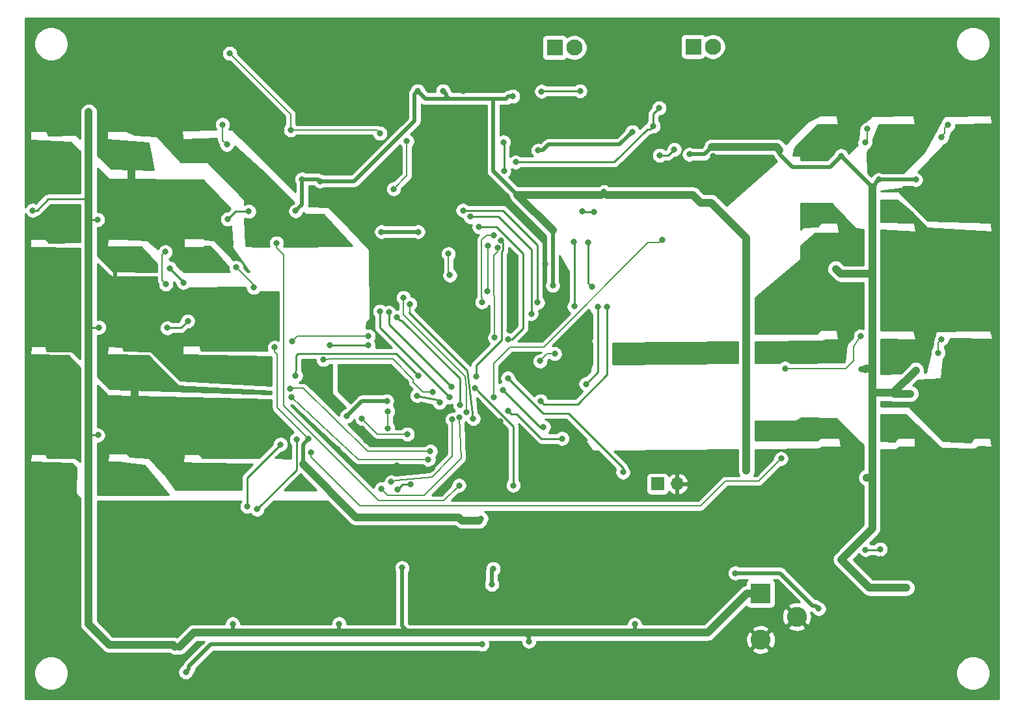
<source format=gbl>
G04 #@! TF.GenerationSoftware,KiCad,Pcbnew,(5.1.0)-1*
G04 #@! TF.CreationDate,2021-02-04T11:50:55-05:00*
G04 #@! TF.ProjectId,SpaceCenter_MainBoard_KiCAD,53706163-6543-4656-9e74-65725f4d6169,rev?*
G04 #@! TF.SameCoordinates,Original*
G04 #@! TF.FileFunction,Copper,L2,Bot*
G04 #@! TF.FilePolarity,Positive*
%FSLAX46Y46*%
G04 Gerber Fmt 4.6, Leading zero omitted, Abs format (unit mm)*
G04 Created by KiCad (PCBNEW (5.1.0)-1) date 2021-02-04 11:50:55*
%MOMM*%
%LPD*%
G04 APERTURE LIST*
%ADD10R,2.600000X2.600000*%
%ADD11C,2.600000*%
%ADD12R,2.100000X2.100000*%
%ADD13C,2.100000*%
%ADD14R,1.700000X1.700000*%
%ADD15O,1.700000X1.700000*%
%ADD16C,0.800000*%
%ADD17C,1.000000*%
%ADD18C,0.500000*%
%ADD19C,0.250000*%
%ADD20C,0.153000*%
%ADD21C,0.254000*%
G04 APERTURE END LIST*
D10*
X208343500Y-114617500D03*
D11*
X208343500Y-120617500D03*
X213043500Y-117617500D03*
D12*
X199580500Y-43370500D03*
D13*
X202120500Y-43370500D03*
X184086500Y-43497500D03*
D12*
X181546500Y-43497500D03*
D14*
X194945000Y-100330000D03*
D15*
X197485000Y-100330000D03*
D16*
X218821000Y-110172500D03*
X218122500Y-72326500D03*
X221424500Y-85407500D03*
X228536500Y-85534500D03*
X227838000Y-88582500D03*
X222123000Y-99504500D03*
X218821000Y-57594500D03*
X223710500Y-60706000D03*
X228536500Y-60706000D03*
X132715000Y-121539000D03*
X139636500Y-118554500D03*
X153479500Y-118554500D03*
X178181000Y-120840500D03*
X191960500Y-118618000D03*
X161671000Y-111252000D03*
X120904000Y-51879500D03*
X122047000Y-65913000D03*
X113601500Y-64706500D03*
X122237500Y-79946500D03*
X122110500Y-93980000D03*
X133794500Y-79121000D03*
X131127500Y-80010000D03*
X139001500Y-65849500D03*
X141732000Y-64833500D03*
X179387500Y-56896000D03*
X191643000Y-54483000D03*
X210820000Y-56832500D03*
X199072500Y-57404000D03*
X227330000Y-113855500D03*
X222885000Y-72961500D03*
X182372000Y-52451000D03*
X132588000Y-56324500D03*
X122555000Y-56451500D03*
X114300000Y-57277000D03*
X114300000Y-71310500D03*
X124333000Y-71564500D03*
X134302500Y-71310500D03*
X114300000Y-85534500D03*
X124142500Y-85598000D03*
X133921500Y-85407500D03*
X134048500Y-99441000D03*
X124015500Y-99568000D03*
X113982500Y-99631500D03*
X143319500Y-69024500D03*
X147320000Y-68897500D03*
X170561000Y-108585000D03*
X165671500Y-108775500D03*
X197548500Y-126492000D03*
X197548500Y-116522500D03*
X183451500Y-116395500D03*
X183451500Y-126365000D03*
X190500000Y-107315000D03*
X151955500Y-108839000D03*
X159321500Y-117475000D03*
X159639000Y-126619000D03*
X145478500Y-126428500D03*
X145732500Y-116332000D03*
X125095000Y-109982000D03*
X232537000Y-110172500D03*
X223964500Y-110109000D03*
X237680500Y-92646500D03*
X228981000Y-93916500D03*
X219075000Y-93980000D03*
X217297000Y-78359000D03*
X227330000Y-78359000D03*
X237299500Y-78232000D03*
X237363000Y-64579500D03*
X227012500Y-64706500D03*
X217360500Y-64643000D03*
X217360500Y-50355500D03*
X227330000Y-50609500D03*
X237363000Y-50546000D03*
X200533000Y-52578000D03*
X199898000Y-49022000D03*
X206184500Y-54102000D03*
X202120500Y-57594500D03*
X187896500Y-53848000D03*
X142049500Y-40957500D03*
X159004000Y-41465500D03*
X155829000Y-51816000D03*
X154305000Y-58356500D03*
X145097500Y-57467500D03*
X158623000Y-86360000D03*
X157670500Y-79819500D03*
X200088500Y-100393500D03*
X210947000Y-101346000D03*
X211010500Y-108521500D03*
X211137500Y-110680500D03*
X224028000Y-121158000D03*
X164147500Y-98298000D03*
X165544500Y-98361500D03*
X160972500Y-97917000D03*
X157035500Y-94742000D03*
X132524500Y-112077500D03*
X126047500Y-117729000D03*
X169608500Y-49149000D03*
X182245000Y-78549500D03*
X185166000Y-84582000D03*
X182689500Y-87376000D03*
X175641000Y-80327500D03*
X174493347Y-92206653D03*
X164846000Y-92075000D03*
X164465000Y-76708000D03*
X170497500Y-76581000D03*
X170116500Y-70485000D03*
X179768500Y-98552000D03*
X181800500Y-95567500D03*
X157162500Y-99250500D03*
X148717000Y-100139500D03*
X153289000Y-95821500D03*
X149352000Y-86868000D03*
X144018000Y-86614000D03*
X164020500Y-90614500D03*
X185928000Y-83756500D03*
X189738000Y-83883500D03*
X175958500Y-71818500D03*
X180276500Y-71691500D03*
X186690000Y-59499500D03*
X126873000Y-87566500D03*
X126873000Y-89789000D03*
X124333000Y-73977500D03*
X126492000Y-58864500D03*
X126619000Y-61341000D03*
X169735500Y-51498500D03*
X204343000Y-83248500D03*
X208724500Y-83185000D03*
X139890500Y-99822000D03*
X221424500Y-75311000D03*
X224599500Y-75311000D03*
X177038000Y-61087000D03*
X176022000Y-64135000D03*
X205295500Y-101155500D03*
X204089000Y-98615500D03*
X203517500Y-101917500D03*
X178371500Y-102044500D03*
X178435000Y-104457500D03*
X174815500Y-102108000D03*
X174815500Y-104394000D03*
X153035000Y-59499500D03*
X155257500Y-62230000D03*
X162052000Y-51879500D03*
X164338000Y-53975000D03*
X173736000Y-48895000D03*
X172148500Y-51625500D03*
X154495500Y-91503500D03*
X159702500Y-89535000D03*
X169481500Y-105092500D03*
X171958000Y-104838500D03*
X133540500Y-124841000D03*
X172085000Y-121221500D03*
X173355000Y-113411000D03*
X173545500Y-111379000D03*
X148653500Y-60642500D03*
X151003000Y-60896500D03*
X147828000Y-64770000D03*
X159004000Y-67500500D03*
X163703000Y-49149000D03*
X176085500Y-49847500D03*
X167005000Y-49149000D03*
X215900000Y-116586000D03*
X205041500Y-111950500D03*
X187960000Y-62293500D03*
X201930000Y-63690500D03*
X149479000Y-94488000D03*
X157289500Y-81089500D03*
X147383500Y-81788000D03*
X145097500Y-82550000D03*
X163766500Y-67500500D03*
X181292500Y-74485500D03*
X162750500Y-100393500D03*
X161099500Y-101028500D03*
X206502000Y-98615500D03*
X159829500Y-93091000D03*
X159831608Y-90866000D03*
X171704000Y-66865500D03*
X175450500Y-81534000D03*
X170561000Y-65532000D03*
X178498500Y-78168500D03*
X170942000Y-91821000D03*
X162687000Y-76898500D03*
X169608500Y-64706500D03*
X179324000Y-76708000D03*
X158813500Y-54673500D03*
X139255500Y-44259500D03*
X147193000Y-54229000D03*
X158813500Y-77851000D03*
X167830500Y-89027000D03*
X159956500Y-77978000D03*
X168084500Y-87693500D03*
X171196000Y-87820500D03*
X176149000Y-100520500D03*
X161036000Y-78613000D03*
X169227500Y-90043000D03*
X170053000Y-90995500D03*
X161861500Y-76073000D03*
X160591500Y-61912500D03*
X162306000Y-55689500D03*
X138874500Y-56134000D03*
X138303000Y-53530500D03*
X131445000Y-72263000D03*
X133223000Y-74104500D03*
X130873500Y-70104000D03*
X130937000Y-74295000D03*
X140081000Y-72136000D03*
X142367000Y-74739500D03*
X156464000Y-91821000D03*
X162369500Y-93853000D03*
X165354000Y-96075500D03*
X147129500Y-87947500D03*
X168211500Y-91948000D03*
X160274000Y-100076000D03*
X165671500Y-88392000D03*
X151447500Y-84137500D03*
X165100000Y-97155000D03*
X147320000Y-89027000D03*
X159004000Y-100965000D03*
X169164000Y-91630500D03*
X149796500Y-96266000D03*
X211010500Y-97028000D03*
X231902000Y-81470500D03*
X231457500Y-83248500D03*
X181546500Y-83375500D03*
X179641500Y-84328000D03*
X211518500Y-85280500D03*
X221361000Y-81089500D03*
X222250000Y-54102000D03*
X221932500Y-55880000D03*
X167703500Y-70358000D03*
X167894000Y-73152000D03*
X232727500Y-53598710D03*
X231902000Y-55181500D03*
X174117000Y-69532500D03*
X173736000Y-81280000D03*
X174815500Y-88074500D03*
X180086000Y-92900500D03*
X145859500Y-95186500D03*
X141541500Y-103251000D03*
X190436500Y-98806000D03*
X175450500Y-86550500D03*
X175514000Y-90805000D03*
X182499000Y-94424500D03*
X221996000Y-108902500D03*
X223901000Y-108839000D03*
X142811500Y-103632000D03*
X147955000Y-94551500D03*
X152295000Y-82296000D03*
X157289500Y-82296000D03*
X166560500Y-89725500D03*
X171323000Y-86360000D03*
X174564214Y-68638071D03*
X174942500Y-59563000D03*
X174879000Y-55816500D03*
X163639500Y-88836500D03*
X147828000Y-86233000D03*
X163766500Y-86233000D03*
X145351500Y-68961000D03*
X169100500Y-100520500D03*
X195516500Y-68516500D03*
X173609000Y-89027000D03*
X179705000Y-89535000D03*
X188341000Y-77279500D03*
X186372500Y-74676000D03*
X185928000Y-68856000D03*
X172085000Y-76644500D03*
X173609000Y-67945000D03*
X194373500Y-53721000D03*
X176466500Y-58420000D03*
X195135500Y-51371500D03*
X172847000Y-69342000D03*
X172783500Y-75247500D03*
X184848500Y-49149000D03*
X179832000Y-49212500D03*
X185610500Y-87312500D03*
X187198000Y-77279500D03*
X184086500Y-77216000D03*
X184023000Y-68770500D03*
X186653000Y-64897000D03*
X185166000Y-64833500D03*
X195199000Y-57531000D03*
X197104000Y-56769000D03*
D17*
X218821000Y-110172500D02*
X222885000Y-106108500D01*
X222885000Y-106108500D02*
X222885000Y-99631500D01*
X218757500Y-72961500D02*
X218122500Y-72326500D01*
X222053685Y-85344000D02*
X222885000Y-85344000D01*
X221990185Y-85407500D02*
X222053685Y-85344000D01*
D18*
X221424500Y-85407500D02*
X221990185Y-85407500D01*
D17*
X222885000Y-85344000D02*
X222885000Y-72961500D01*
X225615500Y-88455500D02*
X228536500Y-85534500D01*
X222885000Y-88455500D02*
X225615500Y-88455500D01*
X222885000Y-88455500D02*
X222885000Y-85344000D01*
D18*
X225742500Y-88582500D02*
X225615500Y-88455500D01*
D17*
X227838000Y-88582500D02*
X225742500Y-88582500D01*
X222758000Y-99504500D02*
X222885000Y-99631500D01*
X222123000Y-99504500D02*
X222758000Y-99504500D01*
X222885000Y-99631500D02*
X222885000Y-88455500D01*
X222885000Y-72961500D02*
X222885000Y-61658500D01*
D18*
X222885000Y-61658500D02*
X218821000Y-57594500D01*
X223310501Y-61232999D02*
X222885000Y-61658500D01*
X223310501Y-61105999D02*
X223310501Y-61232999D01*
X223710500Y-60706000D02*
X223310501Y-61105999D01*
X228536500Y-60706000D02*
X223710500Y-60706000D01*
D17*
X206543500Y-114617500D02*
X201463500Y-119697500D01*
X201463500Y-119697500D02*
X192151000Y-119697500D01*
X208343500Y-114617500D02*
X206543500Y-114617500D01*
X134556500Y-119697500D02*
X132715000Y-121539000D01*
D18*
X139636500Y-118554500D02*
X139636500Y-119697500D01*
D17*
X139636500Y-119697500D02*
X134556500Y-119697500D01*
D18*
X153479500Y-119443500D02*
X153225500Y-119697500D01*
X153479500Y-118554500D02*
X153479500Y-119443500D01*
D17*
X153225500Y-119697500D02*
X139636500Y-119697500D01*
D18*
X177863500Y-119957315D02*
X177863500Y-119697500D01*
X178181000Y-120274815D02*
X177863500Y-119957315D01*
X178181000Y-120840500D02*
X178181000Y-120274815D01*
X191960500Y-119507000D02*
X192151000Y-119697500D01*
X191960500Y-118618000D02*
X191960500Y-119507000D01*
D17*
X192151000Y-119697500D02*
X177863500Y-119697500D01*
D18*
X161671000Y-118872000D02*
X162496500Y-119697500D01*
X161671000Y-111252000D02*
X161671000Y-118872000D01*
D17*
X177863500Y-119697500D02*
X162496500Y-119697500D01*
X162496500Y-119697500D02*
X153225500Y-119697500D01*
X132149315Y-121539000D02*
X131895315Y-121285000D01*
D18*
X132715000Y-121539000D02*
X132149315Y-121539000D01*
D17*
X131895315Y-121285000D02*
X123571000Y-121285000D01*
X123571000Y-121285000D02*
X120904000Y-118618000D01*
D19*
X120967500Y-65913000D02*
X120904000Y-65849500D01*
X122047000Y-65913000D02*
X120967500Y-65913000D01*
X115627685Y-63246000D02*
X120904000Y-63246000D01*
X114167185Y-64706500D02*
X115627685Y-63246000D01*
X113601500Y-64706500D02*
X114167185Y-64706500D01*
D17*
X120904000Y-65849500D02*
X120904000Y-63246000D01*
X120904000Y-63246000D02*
X120904000Y-51879500D01*
D19*
X121031000Y-79946500D02*
X120904000Y-79819500D01*
X122237500Y-79946500D02*
X121031000Y-79946500D01*
D17*
X120904000Y-79819500D02*
X120904000Y-65849500D01*
D19*
X121031000Y-93980000D02*
X120904000Y-93853000D01*
X122110500Y-93980000D02*
X121031000Y-93980000D01*
D17*
X120904000Y-118618000D02*
X120904000Y-93853000D01*
X120904000Y-93853000D02*
X120904000Y-79819500D01*
D19*
X133794500Y-79121000D02*
X132905500Y-80010000D01*
X132905500Y-80010000D02*
X131127500Y-80010000D01*
X139001500Y-65849500D02*
X140017500Y-64833500D01*
X140017500Y-64833500D02*
X141732000Y-64833500D01*
D18*
X179953185Y-56896000D02*
X180715185Y-56134000D01*
X179387500Y-56896000D02*
X179953185Y-56896000D01*
X180715185Y-56134000D02*
X189992000Y-56134000D01*
X189992000Y-56134000D02*
X191643000Y-54483000D01*
X210820000Y-57398185D02*
X212476815Y-59055000D01*
X210820000Y-56832500D02*
X210820000Y-57398185D01*
X217360500Y-59055000D02*
X218821000Y-57594500D01*
X212476815Y-59055000D02*
X217360500Y-59055000D01*
D17*
X210420001Y-56432501D02*
X210820000Y-56832500D01*
X202024497Y-56432501D02*
X210420001Y-56432501D01*
D18*
X201052998Y-57404000D02*
X202024497Y-56432501D01*
X199072500Y-57404000D02*
X201052998Y-57404000D01*
D17*
X222504000Y-113855500D02*
X218821000Y-110172500D01*
X227330000Y-113855500D02*
X222504000Y-113855500D01*
X222821500Y-72961500D02*
X218757500Y-72961500D01*
X222885000Y-72961500D02*
X222885000Y-72961500D01*
X126873000Y-87566500D02*
X126873000Y-89789000D01*
D18*
X124333000Y-71564500D02*
X124333000Y-73977500D01*
X126492000Y-61214000D02*
X126619000Y-61341000D01*
D17*
X126492000Y-58864500D02*
X126492000Y-61214000D01*
D18*
X154495500Y-91503500D02*
X154895499Y-91103501D01*
X154895499Y-91103501D02*
X156464000Y-89535000D01*
X156464000Y-89535000D02*
X159702500Y-89535000D01*
D17*
X169481500Y-105092500D02*
X171704000Y-105092500D01*
D20*
X171704000Y-105092500D02*
X171958000Y-104838500D01*
D18*
X133940499Y-124441001D02*
X133940499Y-124060001D01*
X133540500Y-124841000D02*
X133940499Y-124441001D01*
X133940499Y-124060001D02*
X136779000Y-121221500D01*
X136779000Y-121221500D02*
X172085000Y-121221500D01*
X173355000Y-113411000D02*
X173355000Y-111569500D01*
X173355000Y-111569500D02*
X173545500Y-111379000D01*
X148653500Y-60642500D02*
X150749000Y-60642500D01*
X150749000Y-60642500D02*
X151003000Y-60896500D01*
X148653500Y-60642500D02*
X148653500Y-63944500D01*
X148653500Y-63944500D02*
X147828000Y-64770000D01*
X163303001Y-49548999D02*
X163303001Y-53041499D01*
X163703000Y-49149000D02*
X163303001Y-49548999D01*
X155448000Y-60896500D02*
X151003000Y-60896500D01*
X163303001Y-53041499D02*
X155448000Y-60896500D01*
X175519815Y-49847500D02*
X175202315Y-50165000D01*
X176085500Y-49847500D02*
X175519815Y-49847500D01*
X164719000Y-50165000D02*
X163703000Y-49149000D01*
X167404999Y-49802999D02*
X167767000Y-50165000D01*
X167404999Y-49548999D02*
X167404999Y-49802999D01*
X167005000Y-49149000D02*
X167404999Y-49548999D01*
X167767000Y-50165000D02*
X164719000Y-50165000D01*
X215500001Y-116186001D02*
X215119001Y-116186001D01*
X215900000Y-116586000D02*
X215500001Y-116186001D01*
X215119001Y-116186001D02*
X210883500Y-111950500D01*
X210883500Y-111950500D02*
X205041500Y-111950500D01*
D17*
X188359999Y-62693499D02*
X199535999Y-62693499D01*
D18*
X187960000Y-62293500D02*
X188359999Y-62693499D01*
D17*
X199535999Y-62693499D02*
X200533000Y-63690500D01*
X200533000Y-63690500D02*
X201930000Y-63690500D01*
X187560001Y-62693499D02*
X176675999Y-62693499D01*
D18*
X187960000Y-62293500D02*
X187560001Y-62693499D01*
X173545500Y-59563000D02*
X173545500Y-50165000D01*
X176675999Y-62693499D02*
X173545500Y-59563000D01*
X175202315Y-50165000D02*
X173545500Y-50165000D01*
X173545500Y-50165000D02*
X167767000Y-50165000D01*
D17*
X169081501Y-104692501D02*
X155683001Y-104692501D01*
X169481500Y-105092500D02*
X169081501Y-104692501D01*
X155683001Y-104692501D02*
X148780500Y-97790000D01*
D18*
X148780500Y-97790000D02*
X148780500Y-95186500D01*
X148780500Y-95186500D02*
X149479000Y-94488000D01*
D20*
X157289500Y-81089500D02*
X148082000Y-81089500D01*
X148082000Y-81089500D02*
X147383500Y-81788000D01*
X145097500Y-83115685D02*
X145415000Y-83433185D01*
X145097500Y-82550000D02*
X145097500Y-83115685D01*
X145415000Y-90424000D02*
X149479000Y-94488000D01*
X145415000Y-83433185D02*
X145415000Y-90424000D01*
D18*
X162623500Y-67500500D02*
X159004000Y-67500500D01*
X163766500Y-67500500D02*
X162623500Y-67500500D01*
D17*
X181292500Y-67310000D02*
X176675999Y-62693499D01*
D18*
X181292500Y-74485500D02*
X181292500Y-67310000D01*
D19*
X162750500Y-100393500D02*
X161734500Y-100393500D01*
X161734500Y-100393500D02*
X161099500Y-101028500D01*
D17*
X206502000Y-68262500D02*
X201930000Y-63690500D01*
X206502000Y-98615500D02*
X206502000Y-68262500D01*
D20*
X159829500Y-93091000D02*
X159829500Y-90868108D01*
X159829500Y-90868108D02*
X159831608Y-90866000D01*
D19*
X171704000Y-66865500D02*
X173990000Y-66865500D01*
X173990000Y-66865500D02*
X177419000Y-70294500D01*
X177419000Y-70294500D02*
X177419000Y-80073500D01*
X177419000Y-80073500D02*
X175958500Y-81534000D01*
X175958500Y-81534000D02*
X175450500Y-81534000D01*
X170561000Y-65532000D02*
X174180500Y-65532000D01*
X174180500Y-65532000D02*
X178498500Y-69850000D01*
X178498500Y-69850000D02*
X178498500Y-78168500D01*
X170180000Y-85534500D02*
X170942000Y-91821000D01*
X162642499Y-77996999D02*
X170180000Y-85534500D01*
D20*
X162687000Y-77952498D02*
X162687000Y-76898500D01*
X162642499Y-77996999D02*
X162687000Y-77952498D01*
D19*
X169608500Y-64706500D02*
X174815500Y-64706500D01*
X174815500Y-64706500D02*
X179324000Y-69215000D01*
X179324000Y-69215000D02*
X179324000Y-76708000D01*
X158750000Y-54610000D02*
X158813500Y-54673500D01*
D20*
X147193000Y-52197000D02*
X139255500Y-44259500D01*
X147193000Y-54229000D02*
X147193000Y-52197000D01*
X158369000Y-54229000D02*
X158813500Y-54673500D01*
X147193000Y-54229000D02*
X158369000Y-54229000D01*
D19*
X158813500Y-77851000D02*
X158813500Y-80010000D01*
X158813500Y-80010000D02*
X167830500Y-89027000D01*
X159956500Y-77978000D02*
X159956500Y-79565500D01*
X159956500Y-79565500D02*
X168084500Y-87693500D01*
X171595999Y-88220499D02*
X171595999Y-88283999D01*
X171196000Y-87820500D02*
X171595999Y-88220499D01*
X171595999Y-88283999D02*
X176149000Y-92837000D01*
X176149000Y-92837000D02*
X176149000Y-100520500D01*
X161435999Y-79012999D02*
X161626499Y-79012999D01*
X161036000Y-78613000D02*
X161435999Y-79012999D01*
X161626499Y-79012999D02*
X169227500Y-86614000D01*
X169227500Y-86614000D02*
X169227500Y-90043000D01*
D20*
X169868663Y-86302663D02*
X162369500Y-78803500D01*
X170053000Y-90995500D02*
X170053000Y-87823448D01*
X170053000Y-87823448D02*
X169868663Y-86302663D01*
X162369500Y-78803500D02*
X161861500Y-78295500D01*
X161861500Y-78295500D02*
X161861500Y-76073000D01*
X160591500Y-61912500D02*
X162306000Y-60198000D01*
X162306000Y-60198000D02*
X162306000Y-55689500D01*
X138874500Y-56134000D02*
X138303000Y-55562500D01*
X138303000Y-55562500D02*
X138303000Y-53530500D01*
D19*
X131445000Y-72263000D02*
X133223000Y-74041000D01*
X133223000Y-74041000D02*
X133223000Y-74104500D01*
D20*
X130473501Y-73831501D02*
X130937000Y-74295000D01*
X130873500Y-70104000D02*
X130473501Y-70503999D01*
X130473501Y-70503999D02*
X130473501Y-73831501D01*
X140081000Y-72136000D02*
X142367000Y-74422000D01*
X142367000Y-74422000D02*
X142367000Y-74739500D01*
X156464000Y-91821000D02*
X158496000Y-93853000D01*
X158496000Y-93853000D02*
X162369500Y-93853000D01*
X157226000Y-96075500D02*
X165354000Y-96075500D01*
X148844000Y-87884000D02*
X157226000Y-96075500D01*
X147129500Y-87947500D02*
X147764500Y-87884000D01*
X147764500Y-87884000D02*
X148844000Y-87884000D01*
X168211500Y-96710500D02*
X168211500Y-91948000D01*
X165608000Y-99441000D02*
X168211500Y-96710500D01*
X160274000Y-100076000D02*
X160909000Y-99885500D01*
X160909000Y-99885500D02*
X165608000Y-99441000D01*
X152013185Y-84137500D02*
X152076685Y-84074000D01*
X151447500Y-84137500D02*
X152013185Y-84137500D01*
X152076685Y-84074000D02*
X160464500Y-84074000D01*
X165105815Y-88392000D02*
X165671500Y-88392000D01*
X164416278Y-88392000D02*
X165105815Y-88392000D01*
X163131500Y-87107222D02*
X164416278Y-88392000D01*
X163131500Y-86741000D02*
X163131500Y-87107222D01*
X160464500Y-84074000D02*
X163131500Y-86741000D01*
X156019500Y-97155000D02*
X165100000Y-97155000D01*
X147320000Y-89027000D02*
X156019500Y-97155000D01*
X169164000Y-91630500D02*
X169354500Y-97028000D01*
X169354500Y-97028000D02*
X164592000Y-101790500D01*
X164592000Y-101790500D02*
X159829500Y-101790500D01*
X159829500Y-101790500D02*
X159004000Y-100965000D01*
X149796500Y-96831685D02*
X156152315Y-103187500D01*
X149796500Y-96266000D02*
X149796500Y-96831685D01*
X156152315Y-103187500D02*
X200533000Y-103187500D01*
X200533000Y-103187500D02*
X203771500Y-99949000D01*
X203771500Y-99949000D02*
X208089500Y-99949000D01*
X208089500Y-99949000D02*
X211010500Y-97028000D01*
X231902000Y-81470500D02*
X231457500Y-81915000D01*
X231457500Y-81915000D02*
X231457500Y-83248500D01*
X181546500Y-83375500D02*
X180594000Y-83375500D01*
X180594000Y-83375500D02*
X179641500Y-84328000D01*
X221361000Y-81089500D02*
X220408500Y-82423000D01*
X220408500Y-82423000D02*
X220408500Y-84328000D01*
X220408500Y-84328000D02*
X219456000Y-85280500D01*
X219456000Y-85280500D02*
X211518500Y-85280500D01*
X222250000Y-54102000D02*
X222250000Y-55562500D01*
X222250000Y-55562500D02*
X221932500Y-55880000D01*
X167703500Y-70358000D02*
X167703500Y-72961500D01*
X167703500Y-72961500D02*
X167894000Y-73152000D01*
X232327501Y-53998709D02*
X232327501Y-54628999D01*
X232727500Y-53598710D02*
X232327501Y-53998709D01*
X232327501Y-54628999D02*
X231902000Y-55054500D01*
X231902000Y-55054500D02*
X231902000Y-55181500D01*
X174117000Y-70098185D02*
X174117000Y-69532500D01*
X173609000Y-70606185D02*
X174117000Y-70098185D01*
X173609000Y-75755500D02*
X173609000Y-70606185D01*
X173736000Y-81280000D02*
X173736000Y-75882500D01*
X173736000Y-75882500D02*
X173609000Y-75755500D01*
D19*
X174815500Y-88074500D02*
X179641500Y-92900500D01*
X179641500Y-92900500D02*
X180086000Y-92900500D01*
X145859500Y-95186500D02*
X141541500Y-99504500D01*
X141541500Y-99504500D02*
X141541500Y-103251000D01*
X190436500Y-98240315D02*
X183318685Y-91122500D01*
X190436500Y-98806000D02*
X190436500Y-98240315D01*
X183318685Y-91122500D02*
X180022500Y-91122500D01*
X180022500Y-91122500D02*
X175450500Y-86550500D01*
X175913999Y-91204999D02*
X176612499Y-91204999D01*
X175514000Y-90805000D02*
X175913999Y-91204999D01*
X176612499Y-91204999D02*
X179832000Y-94424500D01*
X179832000Y-94424500D02*
X182499000Y-94424500D01*
X221996000Y-108902500D02*
X223837500Y-108902500D01*
X223837500Y-108902500D02*
X223901000Y-108839000D01*
X142811500Y-103632000D02*
X147955000Y-98488500D01*
X147955000Y-98488500D02*
X147955000Y-94551500D01*
X152295000Y-82296000D02*
X157289500Y-82296000D01*
X171323000Y-86360000D02*
X171323000Y-84899500D01*
X174842001Y-68915858D02*
X174564214Y-68638071D01*
X174842001Y-69880501D02*
X174842001Y-68915858D01*
X174625000Y-70097502D02*
X174842001Y-69880501D01*
X171323000Y-84899500D02*
X174625000Y-81597500D01*
X174625000Y-81597500D02*
X174625000Y-70097502D01*
X174942500Y-59563000D02*
X174942500Y-55880000D01*
X174942500Y-55880000D02*
X174879000Y-55816500D01*
X166243000Y-89408000D02*
X166560500Y-89725500D01*
X163639500Y-88836500D02*
X166243000Y-89408000D01*
X147828000Y-85667315D02*
X147891500Y-85603815D01*
X147828000Y-86233000D02*
X147828000Y-85667315D01*
X147891500Y-85603815D02*
X147891500Y-83629500D01*
X147891500Y-83629500D02*
X148145500Y-83375500D01*
X148145500Y-83375500D02*
X160909000Y-83375500D01*
X160909000Y-83375500D02*
X163766500Y-86233000D01*
D20*
X145351500Y-69526685D02*
X146304000Y-70479185D01*
X145351500Y-68961000D02*
X145351500Y-69526685D01*
X146304000Y-70479185D02*
X146304000Y-90170000D01*
X146304000Y-90170000D02*
X158623000Y-102489000D01*
X158623000Y-102489000D02*
X167132000Y-102489000D01*
X167132000Y-102489000D02*
X169100500Y-100520500D01*
X195116501Y-68916499D02*
X193719501Y-68916499D01*
X195516500Y-68516500D02*
X195116501Y-68916499D01*
X193719501Y-68916499D02*
X180149500Y-82486500D01*
X180149500Y-82486500D02*
X175768000Y-82486500D01*
X175768000Y-82486500D02*
X173609000Y-84645500D01*
X173609000Y-84645500D02*
X173609000Y-89027000D01*
D19*
X180104999Y-89934999D02*
X184512001Y-89934999D01*
X179705000Y-89535000D02*
X180104999Y-89934999D01*
X184512001Y-89934999D02*
X188341000Y-86106000D01*
X188341000Y-86106000D02*
X188341000Y-77279500D01*
X186372500Y-74676000D02*
X185928000Y-74231500D01*
X185928000Y-74231500D02*
X185928000Y-68856000D01*
D20*
X172085000Y-76078815D02*
X172021500Y-76015315D01*
X172085000Y-76644500D02*
X172085000Y-76078815D01*
X172021500Y-76015315D02*
X172021500Y-68580000D01*
X172021500Y-68580000D02*
X172656500Y-67945000D01*
X172656500Y-67945000D02*
X173609000Y-67945000D01*
D19*
X193973501Y-54120999D02*
X193592501Y-54120999D01*
X194373500Y-53721000D02*
X193973501Y-54120999D01*
X193592501Y-54120999D02*
X189293500Y-58420000D01*
X189293500Y-58420000D02*
X176466500Y-58420000D01*
X194373500Y-53721000D02*
X194373500Y-52133500D01*
X194373500Y-52133500D02*
X195135500Y-51371500D01*
D20*
X172847000Y-69342000D02*
X172847000Y-75184000D01*
X172847000Y-75184000D02*
X172783500Y-75247500D01*
D19*
X184848500Y-49149000D02*
X179895500Y-49149000D01*
X179895500Y-49149000D02*
X179832000Y-49212500D01*
X185610500Y-87312500D02*
X187198000Y-85725000D01*
X187198000Y-85725000D02*
X187198000Y-77279500D01*
X184086500Y-77216000D02*
X184086500Y-68834000D01*
X184086500Y-68834000D02*
X184023000Y-68770500D01*
X186653000Y-64897000D02*
X185229500Y-64897000D01*
X185229500Y-64897000D02*
X185166000Y-64833500D01*
X195199000Y-57531000D02*
X196342000Y-57531000D01*
X196342000Y-57531000D02*
X197104000Y-56769000D01*
D21*
G36*
X239340001Y-128340000D02*
G01*
X112660000Y-128340000D01*
X112660000Y-124779872D01*
X113765000Y-124779872D01*
X113765000Y-125220128D01*
X113850890Y-125651925D01*
X114019369Y-126058669D01*
X114263962Y-126424729D01*
X114575271Y-126736038D01*
X114941331Y-126980631D01*
X115348075Y-127149110D01*
X115779872Y-127235000D01*
X116220128Y-127235000D01*
X116651925Y-127149110D01*
X117058669Y-126980631D01*
X117424729Y-126736038D01*
X117736038Y-126424729D01*
X117980631Y-126058669D01*
X118149110Y-125651925D01*
X118235000Y-125220128D01*
X118235000Y-124779872D01*
X118149110Y-124348075D01*
X117980631Y-123941331D01*
X117736038Y-123575271D01*
X117424729Y-123263962D01*
X117058669Y-123019369D01*
X116651925Y-122850890D01*
X116220128Y-122765000D01*
X115779872Y-122765000D01*
X115348075Y-122850890D01*
X114941331Y-123019369D01*
X114575271Y-123263962D01*
X114263962Y-123575271D01*
X114019369Y-123941331D01*
X113850890Y-124348075D01*
X113765000Y-124779872D01*
X112660000Y-124779872D01*
X112660000Y-65138103D01*
X112684295Y-65196756D01*
X112797563Y-65366274D01*
X112941726Y-65510437D01*
X113111244Y-65623705D01*
X113299602Y-65701726D01*
X113499561Y-65741500D01*
X113703439Y-65741500D01*
X113903398Y-65701726D01*
X114091756Y-65623705D01*
X114261274Y-65510437D01*
X114316224Y-65455487D01*
X114459432Y-65412046D01*
X114591461Y-65341474D01*
X114707186Y-65246501D01*
X114730989Y-65217497D01*
X115942487Y-64006000D01*
X119769001Y-64006000D01*
X119769000Y-65905251D01*
X119769001Y-65905261D01*
X119769001Y-68841604D01*
X115696355Y-68896639D01*
X115354100Y-68440300D01*
X115342303Y-68426697D01*
X115323057Y-68410903D01*
X115301101Y-68399167D01*
X115277276Y-68391940D01*
X115252500Y-68389500D01*
X113411000Y-68389500D01*
X113386224Y-68391940D01*
X113362399Y-68399167D01*
X113340443Y-68410903D01*
X113321197Y-68426697D01*
X113305403Y-68445943D01*
X113293667Y-68467899D01*
X113286440Y-68491724D01*
X113284000Y-68516500D01*
X113284000Y-69405500D01*
X113285987Y-69427877D01*
X113292755Y-69451836D01*
X113304066Y-69474014D01*
X113319487Y-69493559D01*
X113338425Y-69509720D01*
X113360152Y-69521877D01*
X113383833Y-69529560D01*
X113408558Y-69532477D01*
X119769001Y-69654794D01*
X119769000Y-79875251D01*
X119769001Y-79875261D01*
X119769001Y-84079459D01*
X118707229Y-83031127D01*
X118688557Y-83015903D01*
X118666601Y-83004167D01*
X118642776Y-82996940D01*
X118618000Y-82994500D01*
X115430934Y-82994500D01*
X115378870Y-82473863D01*
X115369833Y-82437899D01*
X115358097Y-82415943D01*
X115342303Y-82396697D01*
X115323057Y-82380903D01*
X115301101Y-82369167D01*
X115277276Y-82361940D01*
X115252500Y-82359500D01*
X113474500Y-82359500D01*
X113441833Y-82363773D01*
X113418518Y-82372505D01*
X113397354Y-82385617D01*
X113379155Y-82402605D01*
X113364620Y-82422818D01*
X113354307Y-82445479D01*
X113348614Y-82469715D01*
X113221614Y-83422215D01*
X113220510Y-83437372D01*
X113222633Y-83462178D01*
X113229554Y-83486093D01*
X113241008Y-83508198D01*
X113256554Y-83527644D01*
X113275595Y-83543683D01*
X113297399Y-83555700D01*
X113321129Y-83563232D01*
X113345872Y-83565990D01*
X118246307Y-83628816D01*
X119769001Y-85189577D01*
X119769000Y-93908751D01*
X119769001Y-93908761D01*
X119769001Y-97446751D01*
X119075200Y-96926400D01*
X119047601Y-96910667D01*
X119023776Y-96903440D01*
X118999000Y-96901000D01*
X115531011Y-96901000D01*
X115371414Y-96475407D01*
X115358097Y-96449443D01*
X115342303Y-96430197D01*
X115323057Y-96414403D01*
X115301101Y-96402667D01*
X115277276Y-96395440D01*
X115252500Y-96393000D01*
X113474500Y-96393000D01*
X113458661Y-96393992D01*
X113434382Y-96399503D01*
X113411645Y-96409645D01*
X113391324Y-96424027D01*
X113374199Y-96442098D01*
X113360928Y-96463163D01*
X113352022Y-96486412D01*
X113347823Y-96510952D01*
X113284323Y-97399952D01*
X113285886Y-97430805D01*
X113292544Y-97454794D01*
X113303754Y-97477024D01*
X113319085Y-97496640D01*
X113337949Y-97512887D01*
X113359620Y-97525143D01*
X113383266Y-97532935D01*
X113407977Y-97535964D01*
X118694982Y-97661845D01*
X119251968Y-98163132D01*
X119189521Y-101597691D01*
X119191940Y-101624776D01*
X119199167Y-101648601D01*
X119210903Y-101670557D01*
X119226697Y-101689803D01*
X119769001Y-102232107D01*
X119769000Y-118562249D01*
X119763509Y-118618000D01*
X119771708Y-118701250D01*
X119785423Y-118840498D01*
X119850324Y-119054446D01*
X119955716Y-119251623D01*
X120097551Y-119424449D01*
X120140865Y-119459996D01*
X122729013Y-122048146D01*
X122764551Y-122091449D01*
X122807854Y-122126987D01*
X122807856Y-122126989D01*
X122937377Y-122233284D01*
X123134553Y-122338676D01*
X123348501Y-122403577D01*
X123571000Y-122425491D01*
X123626752Y-122420000D01*
X131433708Y-122420000D01*
X131515692Y-122487283D01*
X131712869Y-122592675D01*
X131926815Y-122657576D01*
X132149314Y-122679490D01*
X132371813Y-122657576D01*
X132432156Y-122639271D01*
X132492502Y-122657577D01*
X132715000Y-122679491D01*
X132937498Y-122657577D01*
X133151446Y-122592676D01*
X133348622Y-122487283D01*
X133478143Y-122380988D01*
X135026632Y-120832500D01*
X135916421Y-120832500D01*
X133345450Y-123403472D01*
X133311683Y-123431184D01*
X133201088Y-123565942D01*
X133118910Y-123719688D01*
X133068304Y-123886511D01*
X133065244Y-123917582D01*
X133050244Y-123923795D01*
X132880726Y-124037063D01*
X132736563Y-124181226D01*
X132623295Y-124350744D01*
X132545274Y-124539102D01*
X132505500Y-124739061D01*
X132505500Y-124942939D01*
X132545274Y-125142898D01*
X132623295Y-125331256D01*
X132736563Y-125500774D01*
X132880726Y-125644937D01*
X133050244Y-125758205D01*
X133238602Y-125836226D01*
X133438561Y-125876000D01*
X133642439Y-125876000D01*
X133842398Y-125836226D01*
X134030756Y-125758205D01*
X134200274Y-125644937D01*
X134344437Y-125500774D01*
X134457705Y-125331256D01*
X134535726Y-125142898D01*
X134546545Y-125088505D01*
X134569316Y-125069818D01*
X134679910Y-124935060D01*
X134762088Y-124781314D01*
X134762525Y-124779872D01*
X233765000Y-124779872D01*
X233765000Y-125220128D01*
X233850890Y-125651925D01*
X234019369Y-126058669D01*
X234263962Y-126424729D01*
X234575271Y-126736038D01*
X234941331Y-126980631D01*
X235348075Y-127149110D01*
X235779872Y-127235000D01*
X236220128Y-127235000D01*
X236651925Y-127149110D01*
X237058669Y-126980631D01*
X237424729Y-126736038D01*
X237736038Y-126424729D01*
X237980631Y-126058669D01*
X238149110Y-125651925D01*
X238235000Y-125220128D01*
X238235000Y-124779872D01*
X238149110Y-124348075D01*
X237980631Y-123941331D01*
X237736038Y-123575271D01*
X237424729Y-123263962D01*
X237058669Y-123019369D01*
X236651925Y-122850890D01*
X236220128Y-122765000D01*
X235779872Y-122765000D01*
X235348075Y-122850890D01*
X234941331Y-123019369D01*
X234575271Y-123263962D01*
X234263962Y-123575271D01*
X234019369Y-123941331D01*
X233850890Y-124348075D01*
X233765000Y-124779872D01*
X134762525Y-124779872D01*
X134812694Y-124614491D01*
X134825499Y-124484478D01*
X134825499Y-124484468D01*
X134829780Y-124441002D01*
X134828103Y-124423975D01*
X137145579Y-122106500D01*
X171546546Y-122106500D01*
X171594744Y-122138705D01*
X171783102Y-122216726D01*
X171983061Y-122256500D01*
X172186939Y-122256500D01*
X172386898Y-122216726D01*
X172575256Y-122138705D01*
X172744774Y-122025437D01*
X172803487Y-121966724D01*
X207173881Y-121966724D01*
X207305817Y-122261812D01*
X207646545Y-122432659D01*
X208014057Y-122533750D01*
X208394229Y-122561201D01*
X208772451Y-122513957D01*
X209134190Y-122393833D01*
X209381183Y-122261812D01*
X209513119Y-121966724D01*
X208343500Y-120797105D01*
X207173881Y-121966724D01*
X172803487Y-121966724D01*
X172888937Y-121881274D01*
X173002205Y-121711756D01*
X173080226Y-121523398D01*
X173120000Y-121323439D01*
X173120000Y-121119561D01*
X173080226Y-120919602D01*
X173044147Y-120832500D01*
X177146000Y-120832500D01*
X177146000Y-120942439D01*
X177185774Y-121142398D01*
X177263795Y-121330756D01*
X177377063Y-121500274D01*
X177521226Y-121644437D01*
X177690744Y-121757705D01*
X177879102Y-121835726D01*
X178079061Y-121875500D01*
X178282939Y-121875500D01*
X178482898Y-121835726D01*
X178671256Y-121757705D01*
X178840774Y-121644437D01*
X178984937Y-121500274D01*
X179098205Y-121330756D01*
X179176226Y-121142398D01*
X179216000Y-120942439D01*
X179216000Y-120832500D01*
X201407749Y-120832500D01*
X201463500Y-120837991D01*
X201519251Y-120832500D01*
X201519252Y-120832500D01*
X201685999Y-120816077D01*
X201899947Y-120751176D01*
X202055131Y-120668229D01*
X206399799Y-120668229D01*
X206447043Y-121046451D01*
X206567167Y-121408190D01*
X206699188Y-121655183D01*
X206994276Y-121787119D01*
X208163895Y-120617500D01*
X208523105Y-120617500D01*
X209692724Y-121787119D01*
X209987812Y-121655183D01*
X210158659Y-121314455D01*
X210259750Y-120946943D01*
X210287201Y-120566771D01*
X210239957Y-120188549D01*
X210119833Y-119826810D01*
X209987812Y-119579817D01*
X209692724Y-119447881D01*
X208523105Y-120617500D01*
X208163895Y-120617500D01*
X206994276Y-119447881D01*
X206699188Y-119579817D01*
X206528341Y-119920545D01*
X206427250Y-120288057D01*
X206399799Y-120668229D01*
X202055131Y-120668229D01*
X202097123Y-120645784D01*
X202269949Y-120503949D01*
X202305496Y-120460635D01*
X203497855Y-119268276D01*
X207173881Y-119268276D01*
X208343500Y-120437895D01*
X209513119Y-119268276D01*
X209381183Y-118973188D01*
X209368292Y-118966724D01*
X211873881Y-118966724D01*
X212005817Y-119261812D01*
X212346545Y-119432659D01*
X212714057Y-119533750D01*
X213094229Y-119561201D01*
X213472451Y-119513957D01*
X213834190Y-119393833D01*
X214081183Y-119261812D01*
X214213119Y-118966724D01*
X213043500Y-117797105D01*
X211873881Y-118966724D01*
X209368292Y-118966724D01*
X209040455Y-118802341D01*
X208672943Y-118701250D01*
X208292771Y-118673799D01*
X207914549Y-118721043D01*
X207552810Y-118841167D01*
X207305817Y-118973188D01*
X207173881Y-119268276D01*
X203497855Y-119268276D01*
X205097902Y-117668229D01*
X211099799Y-117668229D01*
X211147043Y-118046451D01*
X211267167Y-118408190D01*
X211399188Y-118655183D01*
X211694276Y-118787119D01*
X212863895Y-117617500D01*
X211694276Y-116447881D01*
X211399188Y-116579817D01*
X211228341Y-116920545D01*
X211127250Y-117288057D01*
X211099799Y-117668229D01*
X205097902Y-117668229D01*
X206506406Y-116259726D01*
X206512963Y-116271994D01*
X206592315Y-116368685D01*
X206689006Y-116448037D01*
X206799320Y-116507002D01*
X206919018Y-116543312D01*
X207043500Y-116555572D01*
X209643500Y-116555572D01*
X209767982Y-116543312D01*
X209887680Y-116507002D01*
X209997994Y-116448037D01*
X210094685Y-116368685D01*
X210174037Y-116271994D01*
X210233002Y-116161680D01*
X210269312Y-116041982D01*
X210281572Y-115917500D01*
X210281572Y-113317500D01*
X210269312Y-113193018D01*
X210233002Y-113073320D01*
X210174037Y-112963006D01*
X210094685Y-112866315D01*
X210057137Y-112835500D01*
X210516922Y-112835500D01*
X213386363Y-115704941D01*
X213372943Y-115701250D01*
X212992771Y-115673799D01*
X212614549Y-115721043D01*
X212252810Y-115841167D01*
X212005817Y-115973188D01*
X211873881Y-116268276D01*
X213043500Y-117437895D01*
X213057643Y-117423753D01*
X213237248Y-117603358D01*
X213223105Y-117617500D01*
X214392724Y-118787119D01*
X214687812Y-118655183D01*
X214858659Y-118314455D01*
X214959750Y-117946943D01*
X214987201Y-117566771D01*
X214939957Y-117188549D01*
X214891199Y-117041720D01*
X214894904Y-117042844D01*
X214945510Y-117058196D01*
X214960307Y-117059653D01*
X214976582Y-117061256D01*
X214982795Y-117076256D01*
X215096063Y-117245774D01*
X215240226Y-117389937D01*
X215409744Y-117503205D01*
X215598102Y-117581226D01*
X215798061Y-117621000D01*
X216001939Y-117621000D01*
X216201898Y-117581226D01*
X216390256Y-117503205D01*
X216559774Y-117389937D01*
X216703937Y-117245774D01*
X216817205Y-117076256D01*
X216895226Y-116887898D01*
X216935000Y-116687939D01*
X216935000Y-116484061D01*
X216895226Y-116284102D01*
X216817205Y-116095744D01*
X216703937Y-115926226D01*
X216559774Y-115782063D01*
X216390256Y-115668795D01*
X216201898Y-115590774D01*
X216147506Y-115579955D01*
X216128818Y-115557184D01*
X215994060Y-115446590D01*
X215840314Y-115364412D01*
X215673491Y-115313806D01*
X215543478Y-115301001D01*
X215543470Y-115301001D01*
X215500001Y-115296720D01*
X215482976Y-115298397D01*
X211540034Y-111355456D01*
X211512317Y-111321683D01*
X211377559Y-111211089D01*
X211223813Y-111128911D01*
X211056990Y-111078305D01*
X210926977Y-111065500D01*
X210926969Y-111065500D01*
X210883500Y-111061219D01*
X210840031Y-111065500D01*
X205579954Y-111065500D01*
X205531756Y-111033295D01*
X205343398Y-110955274D01*
X205143439Y-110915500D01*
X204939561Y-110915500D01*
X204739602Y-110955274D01*
X204551244Y-111033295D01*
X204381726Y-111146563D01*
X204237563Y-111290726D01*
X204124295Y-111460244D01*
X204046274Y-111648602D01*
X204006500Y-111848561D01*
X204006500Y-112052439D01*
X204046274Y-112252398D01*
X204124295Y-112440756D01*
X204237563Y-112610274D01*
X204381726Y-112754437D01*
X204551244Y-112867705D01*
X204739602Y-112945726D01*
X204939561Y-112985500D01*
X205143439Y-112985500D01*
X205343398Y-112945726D01*
X205531756Y-112867705D01*
X205579954Y-112835500D01*
X206629863Y-112835500D01*
X206592315Y-112866315D01*
X206512963Y-112963006D01*
X206453998Y-113073320D01*
X206417688Y-113193018D01*
X206405428Y-113317500D01*
X206405428Y-113490608D01*
X206321001Y-113498923D01*
X206107053Y-113563824D01*
X205909877Y-113669216D01*
X205737051Y-113811051D01*
X205701509Y-113854359D01*
X200993369Y-118562500D01*
X192995500Y-118562500D01*
X192995500Y-118516061D01*
X192955726Y-118316102D01*
X192877705Y-118127744D01*
X192764437Y-117958226D01*
X192620274Y-117814063D01*
X192450756Y-117700795D01*
X192262398Y-117622774D01*
X192062439Y-117583000D01*
X191858561Y-117583000D01*
X191658602Y-117622774D01*
X191470244Y-117700795D01*
X191300726Y-117814063D01*
X191156563Y-117958226D01*
X191043295Y-118127744D01*
X190965274Y-118316102D01*
X190925500Y-118516061D01*
X190925500Y-118562500D01*
X162613078Y-118562500D01*
X162556000Y-118505422D01*
X162556000Y-113309061D01*
X172320000Y-113309061D01*
X172320000Y-113512939D01*
X172359774Y-113712898D01*
X172437795Y-113901256D01*
X172551063Y-114070774D01*
X172695226Y-114214937D01*
X172864744Y-114328205D01*
X173053102Y-114406226D01*
X173253061Y-114446000D01*
X173456939Y-114446000D01*
X173656898Y-114406226D01*
X173845256Y-114328205D01*
X174014774Y-114214937D01*
X174158937Y-114070774D01*
X174272205Y-113901256D01*
X174350226Y-113712898D01*
X174390000Y-113512939D01*
X174390000Y-113309061D01*
X174350226Y-113109102D01*
X174272205Y-112920744D01*
X174240000Y-112872546D01*
X174240000Y-112148211D01*
X174349437Y-112038774D01*
X174462705Y-111869256D01*
X174540726Y-111680898D01*
X174580500Y-111480939D01*
X174580500Y-111277061D01*
X174540726Y-111077102D01*
X174462705Y-110888744D01*
X174349437Y-110719226D01*
X174205274Y-110575063D01*
X174035756Y-110461795D01*
X173847398Y-110383774D01*
X173647439Y-110344000D01*
X173443561Y-110344000D01*
X173243602Y-110383774D01*
X173055244Y-110461795D01*
X172885726Y-110575063D01*
X172741563Y-110719226D01*
X172628295Y-110888744D01*
X172550274Y-111077102D01*
X172510500Y-111277061D01*
X172510500Y-111304715D01*
X172482805Y-111396010D01*
X172465719Y-111569500D01*
X172470001Y-111612979D01*
X172470000Y-112872545D01*
X172437795Y-112920744D01*
X172359774Y-113109102D01*
X172320000Y-113309061D01*
X162556000Y-113309061D01*
X162556000Y-111790454D01*
X162588205Y-111742256D01*
X162666226Y-111553898D01*
X162706000Y-111353939D01*
X162706000Y-111150061D01*
X162666226Y-110950102D01*
X162588205Y-110761744D01*
X162474937Y-110592226D01*
X162330774Y-110448063D01*
X162161256Y-110334795D01*
X161972898Y-110256774D01*
X161772939Y-110217000D01*
X161569061Y-110217000D01*
X161369102Y-110256774D01*
X161180744Y-110334795D01*
X161011226Y-110448063D01*
X160867063Y-110592226D01*
X160753795Y-110761744D01*
X160675774Y-110950102D01*
X160636000Y-111150061D01*
X160636000Y-111353939D01*
X160675774Y-111553898D01*
X160753795Y-111742256D01*
X160786000Y-111790454D01*
X160786001Y-118562500D01*
X154514500Y-118562500D01*
X154514500Y-118452561D01*
X154474726Y-118252602D01*
X154396705Y-118064244D01*
X154283437Y-117894726D01*
X154139274Y-117750563D01*
X153969756Y-117637295D01*
X153781398Y-117559274D01*
X153581439Y-117519500D01*
X153377561Y-117519500D01*
X153177602Y-117559274D01*
X152989244Y-117637295D01*
X152819726Y-117750563D01*
X152675563Y-117894726D01*
X152562295Y-118064244D01*
X152484274Y-118252602D01*
X152444500Y-118452561D01*
X152444500Y-118562500D01*
X140671500Y-118562500D01*
X140671500Y-118452561D01*
X140631726Y-118252602D01*
X140553705Y-118064244D01*
X140440437Y-117894726D01*
X140296274Y-117750563D01*
X140126756Y-117637295D01*
X139938398Y-117559274D01*
X139738439Y-117519500D01*
X139534561Y-117519500D01*
X139334602Y-117559274D01*
X139146244Y-117637295D01*
X138976726Y-117750563D01*
X138832563Y-117894726D01*
X138719295Y-118064244D01*
X138641274Y-118252602D01*
X138601500Y-118452561D01*
X138601500Y-118562500D01*
X134612241Y-118562500D01*
X134556499Y-118557010D01*
X134500757Y-118562500D01*
X134500748Y-118562500D01*
X134334001Y-118578923D01*
X134120053Y-118643824D01*
X133922877Y-118749216D01*
X133750051Y-118891051D01*
X133714511Y-118934357D01*
X132387664Y-120261204D01*
X132331762Y-120231324D01*
X132117814Y-120166423D01*
X131951067Y-120150000D01*
X131951066Y-120150000D01*
X131895315Y-120144509D01*
X131839564Y-120150000D01*
X124041133Y-120150000D01*
X122039000Y-118147869D01*
X122039000Y-102552500D01*
X140776289Y-102552500D01*
X140737563Y-102591226D01*
X140624295Y-102760744D01*
X140546274Y-102949102D01*
X140506500Y-103149061D01*
X140506500Y-103352939D01*
X140546274Y-103552898D01*
X140624295Y-103741256D01*
X140737563Y-103910774D01*
X140881726Y-104054937D01*
X141051244Y-104168205D01*
X141239602Y-104246226D01*
X141439561Y-104286000D01*
X141643439Y-104286000D01*
X141843398Y-104246226D01*
X141948140Y-104202840D01*
X142007563Y-104291774D01*
X142151726Y-104435937D01*
X142321244Y-104549205D01*
X142509602Y-104627226D01*
X142709561Y-104667000D01*
X142913439Y-104667000D01*
X143113398Y-104627226D01*
X143301756Y-104549205D01*
X143471274Y-104435937D01*
X143615437Y-104291774D01*
X143728705Y-104122256D01*
X143806726Y-103933898D01*
X143846500Y-103733939D01*
X143846500Y-103671801D01*
X144965802Y-102552500D01*
X151937868Y-102552500D01*
X154841014Y-105455647D01*
X154876552Y-105498950D01*
X154919855Y-105534488D01*
X154919857Y-105534490D01*
X155049378Y-105640785D01*
X155246554Y-105746177D01*
X155460502Y-105811078D01*
X155683001Y-105832992D01*
X155738753Y-105827501D01*
X168611370Y-105827501D01*
X168639504Y-105855635D01*
X168675051Y-105898949D01*
X168847877Y-106040784D01*
X169045053Y-106146176D01*
X169259001Y-106211077D01*
X169481499Y-106232991D01*
X169537251Y-106227500D01*
X171759752Y-106227500D01*
X171926499Y-106211077D01*
X172140447Y-106146176D01*
X172337623Y-106040784D01*
X172510449Y-105898949D01*
X172652284Y-105726123D01*
X172757676Y-105528947D01*
X172771174Y-105484449D01*
X172875205Y-105328756D01*
X172953226Y-105140398D01*
X172993000Y-104940439D01*
X172993000Y-104736561D01*
X172953226Y-104536602D01*
X172875205Y-104348244D01*
X172761937Y-104178726D01*
X172617774Y-104034563D01*
X172448256Y-103921295D01*
X172394431Y-103899000D01*
X200498062Y-103899000D01*
X200533000Y-103902441D01*
X200567938Y-103899000D01*
X200567948Y-103899000D01*
X200672478Y-103888705D01*
X200806596Y-103848020D01*
X200930200Y-103781953D01*
X201038540Y-103693040D01*
X201060820Y-103665892D01*
X204066213Y-100660500D01*
X208054562Y-100660500D01*
X208089500Y-100663941D01*
X208124438Y-100660500D01*
X208124448Y-100660500D01*
X208228978Y-100650205D01*
X208363096Y-100609520D01*
X208486700Y-100543453D01*
X208595040Y-100454540D01*
X208617320Y-100427392D01*
X210981713Y-98063000D01*
X211112439Y-98063000D01*
X211312398Y-98023226D01*
X211500756Y-97945205D01*
X211670274Y-97831937D01*
X211814437Y-97687774D01*
X211927705Y-97518256D01*
X212005726Y-97329898D01*
X212045500Y-97129939D01*
X212045500Y-96926061D01*
X212005726Y-96726102D01*
X211927705Y-96537744D01*
X211814437Y-96368226D01*
X211670274Y-96224063D01*
X211500756Y-96110795D01*
X211312398Y-96032774D01*
X211112439Y-95993000D01*
X210908561Y-95993000D01*
X210708602Y-96032774D01*
X210520244Y-96110795D01*
X210350726Y-96224063D01*
X210206563Y-96368226D01*
X210093295Y-96537744D01*
X210015274Y-96726102D01*
X209975500Y-96926061D01*
X209975500Y-97056787D01*
X207794788Y-99237500D01*
X207456497Y-99237500D01*
X207555676Y-99051947D01*
X207620577Y-98837999D01*
X207637000Y-98671252D01*
X207637000Y-95892007D01*
X215710609Y-95821495D01*
X215732756Y-95819353D01*
X215756667Y-95812417D01*
X216368960Y-95567500D01*
X218694000Y-95567500D01*
X218717405Y-95565325D01*
X218741307Y-95558360D01*
X218763391Y-95546866D01*
X218782809Y-95531285D01*
X218798814Y-95512215D01*
X218810791Y-95490389D01*
X218818280Y-95466645D01*
X218820992Y-95441897D01*
X218818825Y-95417095D01*
X218628325Y-94401095D01*
X218620833Y-94375899D01*
X218609097Y-94353943D01*
X218593303Y-94334697D01*
X218574057Y-94318903D01*
X218552101Y-94307167D01*
X218528276Y-94299940D01*
X218503500Y-94297500D01*
X216154000Y-94297500D01*
X216140602Y-94298209D01*
X216116222Y-94303249D01*
X216093293Y-94312949D01*
X216072697Y-94326936D01*
X215727020Y-94615000D01*
X207637000Y-94615000D01*
X207637000Y-92126860D01*
X212851717Y-92138500D01*
X212881702Y-92134978D01*
X212905220Y-92126811D01*
X213704553Y-91757888D01*
X218196731Y-91820280D01*
X221750000Y-95319711D01*
X221750000Y-98431577D01*
X221686553Y-98450824D01*
X221489377Y-98556216D01*
X221316551Y-98698051D01*
X221174716Y-98870877D01*
X221069324Y-99068053D01*
X221004423Y-99282001D01*
X220982509Y-99504500D01*
X221004423Y-99726999D01*
X221069324Y-99940947D01*
X221174716Y-100138123D01*
X221316551Y-100310949D01*
X221489377Y-100452784D01*
X221686553Y-100558176D01*
X221750001Y-100577423D01*
X221750000Y-105638368D01*
X218057855Y-109330514D01*
X218014552Y-109366052D01*
X217979014Y-109409355D01*
X217979012Y-109409357D01*
X217872717Y-109538878D01*
X217767324Y-109736054D01*
X217702423Y-109950002D01*
X217680509Y-110172500D01*
X217702423Y-110394998D01*
X217767324Y-110608946D01*
X217872717Y-110806122D01*
X218014552Y-110978948D01*
X218057854Y-111014486D01*
X221662013Y-114618646D01*
X221697551Y-114661949D01*
X221740854Y-114697487D01*
X221740856Y-114697489D01*
X221870377Y-114803784D01*
X222067553Y-114909176D01*
X222281501Y-114974077D01*
X222504000Y-114995991D01*
X222559752Y-114990500D01*
X227385752Y-114990500D01*
X227552499Y-114974077D01*
X227766447Y-114909176D01*
X227963623Y-114803784D01*
X228136449Y-114661949D01*
X228278284Y-114489123D01*
X228383676Y-114291947D01*
X228448577Y-114077999D01*
X228470491Y-113855500D01*
X228448577Y-113633001D01*
X228383676Y-113419053D01*
X228278284Y-113221877D01*
X228136449Y-113049051D01*
X227963623Y-112907216D01*
X227766447Y-112801824D01*
X227552499Y-112736923D01*
X227385752Y-112720500D01*
X222974133Y-112720500D01*
X220426131Y-110172500D01*
X221129696Y-109468935D01*
X221192063Y-109562274D01*
X221336226Y-109706437D01*
X221505744Y-109819705D01*
X221694102Y-109897726D01*
X221894061Y-109937500D01*
X222097939Y-109937500D01*
X222297898Y-109897726D01*
X222486256Y-109819705D01*
X222655774Y-109706437D01*
X222699711Y-109662500D01*
X223270504Y-109662500D01*
X223410744Y-109756205D01*
X223599102Y-109834226D01*
X223799061Y-109874000D01*
X224002939Y-109874000D01*
X224202898Y-109834226D01*
X224391256Y-109756205D01*
X224560774Y-109642937D01*
X224704937Y-109498774D01*
X224818205Y-109329256D01*
X224896226Y-109140898D01*
X224936000Y-108940939D01*
X224936000Y-108737061D01*
X224896226Y-108537102D01*
X224818205Y-108348744D01*
X224704937Y-108179226D01*
X224560774Y-108035063D01*
X224391256Y-107921795D01*
X224202898Y-107843774D01*
X224002939Y-107804000D01*
X223799061Y-107804000D01*
X223599102Y-107843774D01*
X223410744Y-107921795D01*
X223241226Y-108035063D01*
X223133789Y-108142500D01*
X222699711Y-108142500D01*
X222655774Y-108098563D01*
X222562435Y-108036196D01*
X223648141Y-106950491D01*
X223691449Y-106914949D01*
X223833284Y-106742123D01*
X223938676Y-106544947D01*
X224003577Y-106330999D01*
X224020000Y-106164252D01*
X224020000Y-106164251D01*
X224025491Y-106108500D01*
X224020000Y-106052749D01*
X224020000Y-99687251D01*
X224025491Y-99631499D01*
X224020000Y-99575748D01*
X224020000Y-95918720D01*
X225808396Y-95884977D01*
X225839544Y-95880490D01*
X225862796Y-95871592D01*
X226470980Y-95567500D01*
X228346000Y-95567500D01*
X228370776Y-95565060D01*
X228394601Y-95557833D01*
X228416557Y-95546097D01*
X228435803Y-95530303D01*
X228451597Y-95511057D01*
X228463333Y-95489101D01*
X228470560Y-95465276D01*
X228473000Y-95440500D01*
X228473000Y-94424500D01*
X228470560Y-94399724D01*
X228463333Y-94375899D01*
X228451597Y-94353943D01*
X228435803Y-94334697D01*
X228416557Y-94318903D01*
X228394601Y-94307167D01*
X228370776Y-94299940D01*
X228346000Y-94297500D01*
X226250500Y-94297500D01*
X226217493Y-94301864D01*
X226194202Y-94310660D01*
X226173075Y-94323831D01*
X226154923Y-94340870D01*
X225750492Y-94803077D01*
X224020000Y-94730973D01*
X224020000Y-91313000D01*
X227215950Y-91313000D01*
X231878226Y-95723261D01*
X231893351Y-95735516D01*
X231915127Y-95747583D01*
X231938839Y-95755170D01*
X231963576Y-95757985D01*
X236154576Y-95821485D01*
X236190044Y-95816990D01*
X236213296Y-95808092D01*
X236819070Y-95505205D01*
X238373924Y-95567399D01*
X238402405Y-95565325D01*
X238426307Y-95558360D01*
X238448391Y-95546866D01*
X238467809Y-95531285D01*
X238483814Y-95512215D01*
X238495791Y-95490389D01*
X238503280Y-95466645D01*
X238505992Y-95441897D01*
X238503825Y-95417095D01*
X238313325Y-94401095D01*
X238305833Y-94375899D01*
X238294097Y-94353943D01*
X238278303Y-94334697D01*
X238259057Y-94318903D01*
X238237101Y-94307167D01*
X238213276Y-94299940D01*
X238188500Y-94297500D01*
X236093000Y-94297500D01*
X236068093Y-94299966D01*
X236044276Y-94307218D01*
X236022332Y-94318977D01*
X236003104Y-94334791D01*
X235987330Y-94354053D01*
X235645609Y-94866635D01*
X232084456Y-94743836D01*
X227738576Y-90271989D01*
X227719441Y-90255841D01*
X227697640Y-90243817D01*
X227673913Y-90236277D01*
X227649171Y-90233511D01*
X224020000Y-90185759D01*
X224020000Y-89590500D01*
X225220599Y-89590500D01*
X225306053Y-89636176D01*
X225520001Y-89701077D01*
X225686748Y-89717500D01*
X227893752Y-89717500D01*
X228060499Y-89701077D01*
X228274447Y-89636176D01*
X228471623Y-89530784D01*
X228644449Y-89388949D01*
X228786284Y-89216123D01*
X228891676Y-89018947D01*
X228956577Y-88804999D01*
X228978491Y-88582500D01*
X228956577Y-88360001D01*
X228891676Y-88146053D01*
X228786284Y-87948877D01*
X228644449Y-87776051D01*
X228471623Y-87634216D01*
X228274447Y-87528824D01*
X228176899Y-87499233D01*
X228850104Y-86826028D01*
X231781434Y-86677337D01*
X231812019Y-86671985D01*
X231835008Y-86662429D01*
X231855691Y-86648571D01*
X231873274Y-86630944D01*
X231887079Y-86610227D01*
X231896578Y-86587213D01*
X231901404Y-86562789D01*
X232148502Y-84021209D01*
X232261437Y-83908274D01*
X232374705Y-83738756D01*
X232452726Y-83550398D01*
X232492500Y-83350439D01*
X232492500Y-83146561D01*
X232452726Y-82946602D01*
X232374705Y-82758244D01*
X232284426Y-82623131D01*
X232303750Y-82424366D01*
X232392256Y-82387705D01*
X232561774Y-82274437D01*
X232705937Y-82130274D01*
X232819205Y-81960756D01*
X232897226Y-81772398D01*
X232937000Y-81572439D01*
X232937000Y-81537748D01*
X233090873Y-81407548D01*
X238441006Y-81470491D01*
X238477390Y-81465614D01*
X238500542Y-81456461D01*
X238521465Y-81442967D01*
X238539352Y-81425650D01*
X238553518Y-81405177D01*
X238563417Y-81382333D01*
X238568670Y-81357997D01*
X238569074Y-81333104D01*
X238564614Y-81308610D01*
X238310614Y-80419610D01*
X238305833Y-80405899D01*
X238294097Y-80383943D01*
X238278303Y-80364697D01*
X238259057Y-80348903D01*
X238237101Y-80337167D01*
X238213276Y-80329940D01*
X238188500Y-80327500D01*
X236029500Y-80327500D01*
X236027807Y-80327511D01*
X231265307Y-80391011D01*
X231247960Y-80392435D01*
X231223829Y-80398563D01*
X231201358Y-80409280D01*
X231181409Y-80424175D01*
X231164749Y-80442676D01*
X231152019Y-80464071D01*
X231143707Y-80487539D01*
X231043795Y-80891944D01*
X230984795Y-80980244D01*
X230906774Y-81168602D01*
X230867000Y-81368561D01*
X230867000Y-81512984D01*
X230863047Y-81517801D01*
X230796980Y-81641405D01*
X230756295Y-81775523D01*
X230746000Y-81880053D01*
X230746000Y-81880062D01*
X230742559Y-81915000D01*
X230746000Y-81949939D01*
X230746000Y-82097305D01*
X230607593Y-82657526D01*
X230540295Y-82758244D01*
X230462274Y-82946602D01*
X230422500Y-83146561D01*
X230422500Y-83350439D01*
X230428701Y-83381612D01*
X229833395Y-85791183D01*
X229643133Y-85796372D01*
X229655077Y-85756999D01*
X229676991Y-85534500D01*
X229655077Y-85312001D01*
X229590176Y-85098054D01*
X229484784Y-84900878D01*
X229342949Y-84728051D01*
X229170122Y-84586216D01*
X228972946Y-84480824D01*
X228758999Y-84415923D01*
X228536500Y-84394009D01*
X228314001Y-84415923D01*
X228100053Y-84480824D01*
X227902877Y-84586216D01*
X227773356Y-84692512D01*
X226586124Y-85879745D01*
X224020000Y-85949730D01*
X224020000Y-85399751D01*
X224025491Y-85344000D01*
X224020000Y-85288248D01*
X224020000Y-81499987D01*
X228406678Y-81597469D01*
X228432905Y-81595325D01*
X228456807Y-81588360D01*
X228478891Y-81576866D01*
X228498309Y-81561285D01*
X228514314Y-81542215D01*
X228526291Y-81520389D01*
X228533780Y-81496645D01*
X228536492Y-81471897D01*
X228534325Y-81447095D01*
X228343825Y-80431095D01*
X228336333Y-80405899D01*
X228324597Y-80383943D01*
X228308803Y-80364697D01*
X228289557Y-80348903D01*
X228267601Y-80337167D01*
X228243776Y-80329940D01*
X228219000Y-80327500D01*
X224020000Y-80327500D01*
X224020000Y-73017251D01*
X224025491Y-72961500D01*
X224020000Y-72905748D01*
X224020000Y-67281184D01*
X228403158Y-67500342D01*
X228425252Y-67499519D01*
X228449535Y-67494025D01*
X228472279Y-67483898D01*
X228492610Y-67469530D01*
X228509748Y-67451470D01*
X228523033Y-67430415D01*
X228531955Y-67407172D01*
X228536171Y-67382635D01*
X228535519Y-67357748D01*
X228408519Y-66341748D01*
X228400290Y-66310019D01*
X228388764Y-66287951D01*
X228373154Y-66268557D01*
X228354060Y-66252580D01*
X228332216Y-66240635D01*
X228308462Y-66233182D01*
X228283709Y-66230506D01*
X224020000Y-66189899D01*
X224020000Y-63341759D01*
X226139028Y-63372322D01*
X227941249Y-64925960D01*
X229905783Y-66953866D01*
X229919423Y-66966052D01*
X229940530Y-66979255D01*
X229963808Y-66988086D01*
X229988361Y-66992206D01*
X238370361Y-67563706D01*
X238394752Y-67563019D01*
X238419035Y-67557525D01*
X238441779Y-67547398D01*
X238462110Y-67533030D01*
X238479248Y-67514970D01*
X238492533Y-67493915D01*
X238501455Y-67470672D01*
X238505671Y-67446135D01*
X238505019Y-67421248D01*
X238378019Y-66405248D01*
X238370783Y-66376059D01*
X238359733Y-66353749D01*
X238344543Y-66334024D01*
X238325796Y-66317641D01*
X238304214Y-66305230D01*
X238280625Y-66297268D01*
X238255936Y-66294061D01*
X230115344Y-66041640D01*
X226404554Y-62267955D01*
X226385055Y-62251737D01*
X226363154Y-62239898D01*
X226339364Y-62232559D01*
X226314599Y-62230001D01*
X224020000Y-62219177D01*
X224020000Y-62206791D01*
X226711785Y-61847886D01*
X226746112Y-61838261D01*
X226767811Y-61826055D01*
X226786713Y-61809851D01*
X226996349Y-61591000D01*
X227998046Y-61591000D01*
X228046244Y-61623205D01*
X228234602Y-61701226D01*
X228434561Y-61741000D01*
X228638439Y-61741000D01*
X228838398Y-61701226D01*
X229026756Y-61623205D01*
X229196274Y-61509937D01*
X229340437Y-61365774D01*
X229453705Y-61196256D01*
X229531726Y-61007898D01*
X229571500Y-60807939D01*
X229571500Y-60604061D01*
X229531726Y-60404102D01*
X229453705Y-60215744D01*
X229340437Y-60046226D01*
X229196274Y-59902063D01*
X229026756Y-59788795D01*
X228838398Y-59710774D01*
X228803968Y-59703925D01*
X232177653Y-56181946D01*
X232203898Y-56176726D01*
X232392256Y-56098705D01*
X232561774Y-55985437D01*
X232705937Y-55841274D01*
X232819205Y-55671756D01*
X232897226Y-55483398D01*
X232937000Y-55283439D01*
X232937000Y-55079561D01*
X232935046Y-55069738D01*
X233220976Y-54513764D01*
X233387274Y-54402647D01*
X233531437Y-54258484D01*
X233644705Y-54088966D01*
X233722726Y-53900608D01*
X233762500Y-53700649D01*
X233762500Y-53590100D01*
X238318931Y-53466954D01*
X238348507Y-53462636D01*
X238371798Y-53453840D01*
X238392925Y-53440669D01*
X238411077Y-53423630D01*
X238425556Y-53403377D01*
X238435806Y-53380688D01*
X238441432Y-53356436D01*
X238442219Y-53331552D01*
X238378719Y-52379052D01*
X238376005Y-52360080D01*
X238368272Y-52336414D01*
X238356072Y-52314712D01*
X238339872Y-52295807D01*
X238320295Y-52280426D01*
X238298094Y-52269160D01*
X238274121Y-52262441D01*
X238249298Y-52260529D01*
X232280298Y-52387529D01*
X232247399Y-52392592D01*
X232224300Y-52401880D01*
X232203456Y-52415496D01*
X232185670Y-52432916D01*
X232171624Y-52453472D01*
X231823826Y-53088203D01*
X231810295Y-53108454D01*
X231802753Y-53126661D01*
X229640354Y-57073040D01*
X226892394Y-59821000D01*
X224248954Y-59821000D01*
X224200756Y-59788795D01*
X224012398Y-59710774D01*
X223812439Y-59671000D01*
X223608561Y-59671000D01*
X223408602Y-59710774D01*
X223220244Y-59788795D01*
X223050726Y-59902063D01*
X222906563Y-60046226D01*
X222793295Y-60215744D01*
X222764160Y-60286081D01*
X222322879Y-59844800D01*
X222250673Y-57173188D01*
X222399737Y-56806740D01*
X222422756Y-56797205D01*
X222592274Y-56683937D01*
X222736437Y-56539774D01*
X222849705Y-56370256D01*
X222927726Y-56181898D01*
X222967500Y-55981939D01*
X222967500Y-55778061D01*
X222951590Y-55698073D01*
X222961500Y-55597448D01*
X222961500Y-55597438D01*
X222964941Y-55562500D01*
X222961500Y-55527562D01*
X222961500Y-55425738D01*
X223731973Y-53531659D01*
X228344284Y-53593988D01*
X228361752Y-53593019D01*
X228386035Y-53587525D01*
X228408779Y-53577398D01*
X228429110Y-53563030D01*
X228446248Y-53544970D01*
X228459533Y-53523915D01*
X228468455Y-53500672D01*
X228472671Y-53476135D01*
X228472019Y-53451248D01*
X228345019Y-52435248D01*
X228335746Y-52401006D01*
X228323749Y-52379191D01*
X228307727Y-52360135D01*
X228288295Y-52344571D01*
X228266201Y-52333097D01*
X228242292Y-52326154D01*
X228217488Y-52324009D01*
X222883488Y-52387509D01*
X222847222Y-52393249D01*
X222824293Y-52402949D01*
X222803697Y-52416936D01*
X221984604Y-53099513D01*
X221948102Y-53106774D01*
X221759744Y-53184795D01*
X221590226Y-53298063D01*
X221446063Y-53442226D01*
X221332795Y-53611744D01*
X221313221Y-53658999D01*
X221279697Y-53686936D01*
X221263370Y-53703276D01*
X221249400Y-53723883D01*
X221239718Y-53746820D01*
X221234698Y-53771205D01*
X221073494Y-55302642D01*
X221015295Y-55389744D01*
X220937274Y-55578102D01*
X220897500Y-55778061D01*
X220897500Y-55981939D01*
X220937274Y-56181898D01*
X220937660Y-56182829D01*
X219801490Y-57257026D01*
X219738205Y-57104244D01*
X219624937Y-56934726D01*
X219480774Y-56790563D01*
X219311256Y-56677295D01*
X219122898Y-56599274D01*
X218922939Y-56559500D01*
X218719061Y-56559500D01*
X218519102Y-56599274D01*
X218330744Y-56677295D01*
X218161226Y-56790563D01*
X218017063Y-56934726D01*
X217903795Y-57104244D01*
X217825774Y-57292602D01*
X217814465Y-57349456D01*
X216993922Y-58170000D01*
X213550500Y-58170000D01*
X213550500Y-57658000D01*
X213546443Y-57626158D01*
X213537869Y-57602785D01*
X213524899Y-57581533D01*
X213508033Y-57563220D01*
X213487918Y-57548550D01*
X213465328Y-57538086D01*
X213441130Y-57532230D01*
X213416255Y-57531207D01*
X212573949Y-57579339D01*
X212839502Y-56517128D01*
X215824824Y-53594000D01*
X218376500Y-53594000D01*
X218399905Y-53591825D01*
X218423807Y-53584860D01*
X218445891Y-53573366D01*
X218465309Y-53557785D01*
X218481314Y-53538715D01*
X218493291Y-53516889D01*
X218500780Y-53493145D01*
X218503492Y-53468397D01*
X218501325Y-53443595D01*
X218310825Y-52427595D01*
X218303333Y-52402399D01*
X218291597Y-52380443D01*
X218275803Y-52361197D01*
X218256557Y-52345403D01*
X218234601Y-52333667D01*
X218210776Y-52326440D01*
X218186000Y-52324000D01*
X216027000Y-52324000D01*
X215993456Y-52328510D01*
X215970204Y-52337408D01*
X214446204Y-53099408D01*
X214430258Y-53108896D01*
X214411346Y-53125087D01*
X211623841Y-56031210D01*
X211261997Y-55669366D01*
X211226450Y-55626052D01*
X211053624Y-55484217D01*
X210856448Y-55378825D01*
X210642500Y-55313924D01*
X210475753Y-55297501D01*
X210475752Y-55297501D01*
X210420001Y-55292010D01*
X210364250Y-55297501D01*
X201968745Y-55297501D01*
X201801998Y-55313924D01*
X201588050Y-55378825D01*
X201390874Y-55484217D01*
X201218048Y-55626052D01*
X201076213Y-55798878D01*
X200970821Y-55996054D01*
X200905920Y-56210002D01*
X200896142Y-56309277D01*
X200686420Y-56519000D01*
X199610954Y-56519000D01*
X199562756Y-56486795D01*
X199374398Y-56408774D01*
X199174439Y-56369000D01*
X198970561Y-56369000D01*
X198770602Y-56408774D01*
X198582244Y-56486795D01*
X198412726Y-56600063D01*
X198268563Y-56744226D01*
X198155295Y-56913744D01*
X198107565Y-57028973D01*
X198139000Y-56870939D01*
X198139000Y-56667061D01*
X198099226Y-56467102D01*
X198021205Y-56278744D01*
X197907937Y-56109226D01*
X197763774Y-55965063D01*
X197594256Y-55851795D01*
X197405898Y-55773774D01*
X197205939Y-55734000D01*
X197002061Y-55734000D01*
X196802102Y-55773774D01*
X196613744Y-55851795D01*
X196444226Y-55965063D01*
X196300063Y-56109226D01*
X196186795Y-56278744D01*
X196108774Y-56467102D01*
X196069000Y-56667061D01*
X196069000Y-56729199D01*
X196027199Y-56771000D01*
X195902711Y-56771000D01*
X195858774Y-56727063D01*
X195689256Y-56613795D01*
X195500898Y-56535774D01*
X195300939Y-56496000D01*
X195097061Y-56496000D01*
X194897102Y-56535774D01*
X194708744Y-56613795D01*
X194539226Y-56727063D01*
X194395063Y-56871226D01*
X194281795Y-57040744D01*
X194203774Y-57229102D01*
X194164000Y-57429061D01*
X194164000Y-57632939D01*
X194203774Y-57832898D01*
X194281795Y-58021256D01*
X194395063Y-58190774D01*
X194539226Y-58334937D01*
X194708744Y-58448205D01*
X194897102Y-58526226D01*
X195097061Y-58566000D01*
X195300939Y-58566000D01*
X195500898Y-58526226D01*
X195689256Y-58448205D01*
X195858774Y-58334937D01*
X195902711Y-58291000D01*
X196304678Y-58291000D01*
X196342000Y-58294676D01*
X196379322Y-58291000D01*
X196379333Y-58291000D01*
X196490986Y-58280003D01*
X196634247Y-58236546D01*
X196766276Y-58165974D01*
X196882001Y-58071001D01*
X196905803Y-58041998D01*
X197143801Y-57804000D01*
X197205939Y-57804000D01*
X197405898Y-57764226D01*
X197594256Y-57686205D01*
X197763774Y-57572937D01*
X197907937Y-57428774D01*
X198021205Y-57259256D01*
X198068935Y-57144027D01*
X198037500Y-57302061D01*
X198037500Y-57505939D01*
X198077274Y-57705898D01*
X198155295Y-57894256D01*
X198268563Y-58063774D01*
X198412726Y-58207937D01*
X198582244Y-58321205D01*
X198770602Y-58399226D01*
X198970561Y-58439000D01*
X199174439Y-58439000D01*
X199374398Y-58399226D01*
X199562756Y-58321205D01*
X199610954Y-58289000D01*
X201009529Y-58289000D01*
X201052998Y-58293281D01*
X201096467Y-58289000D01*
X201096475Y-58289000D01*
X201226488Y-58276195D01*
X201393311Y-58225589D01*
X201547057Y-58143411D01*
X201681815Y-58032817D01*
X201709532Y-57999044D01*
X202141075Y-57567501D01*
X209947394Y-57567501D01*
X209947805Y-57571675D01*
X209998411Y-57738498D01*
X210048869Y-57832898D01*
X210080590Y-57892244D01*
X210163468Y-57993231D01*
X210163471Y-57993234D01*
X210191184Y-58027002D01*
X210224951Y-58054714D01*
X210449695Y-58279459D01*
X203906473Y-64061841D01*
X202771996Y-62927365D01*
X202736449Y-62884051D01*
X202563623Y-62742216D01*
X202366447Y-62636824D01*
X202152499Y-62571923D01*
X201985752Y-62555500D01*
X201985751Y-62555500D01*
X201930000Y-62550009D01*
X201874249Y-62555500D01*
X201003132Y-62555500D01*
X200377995Y-61930363D01*
X200342448Y-61887050D01*
X200169622Y-61745215D01*
X199972446Y-61639823D01*
X199758498Y-61574922D01*
X199591751Y-61558499D01*
X199591750Y-61558499D01*
X199535999Y-61553008D01*
X199480248Y-61558499D01*
X188688710Y-61558499D01*
X188619774Y-61489563D01*
X188450256Y-61376295D01*
X188261898Y-61298274D01*
X188061939Y-61258500D01*
X187858061Y-61258500D01*
X187658102Y-61298274D01*
X187469744Y-61376295D01*
X187300226Y-61489563D01*
X187231290Y-61558499D01*
X176792578Y-61558499D01*
X175601520Y-60367441D01*
X175602274Y-60366937D01*
X175746437Y-60222774D01*
X175859705Y-60053256D01*
X175937726Y-59864898D01*
X175977500Y-59664939D01*
X175977500Y-59461061D01*
X175949280Y-59319188D01*
X175976244Y-59337205D01*
X176164602Y-59415226D01*
X176364561Y-59455000D01*
X176568439Y-59455000D01*
X176768398Y-59415226D01*
X176956756Y-59337205D01*
X177126274Y-59223937D01*
X177170211Y-59180000D01*
X189256178Y-59180000D01*
X189293500Y-59183676D01*
X189330822Y-59180000D01*
X189330833Y-59180000D01*
X189442486Y-59169003D01*
X189585747Y-59125546D01*
X189717776Y-59054974D01*
X189833501Y-58960001D01*
X189857304Y-58930997D01*
X193907303Y-54880999D01*
X193936179Y-54880999D01*
X193973501Y-54884675D01*
X194010823Y-54880999D01*
X194010834Y-54880999D01*
X194122487Y-54870002D01*
X194265748Y-54826545D01*
X194397726Y-54756000D01*
X194475439Y-54756000D01*
X194675398Y-54716226D01*
X194863756Y-54638205D01*
X195033274Y-54524937D01*
X195177437Y-54380774D01*
X195290705Y-54211256D01*
X195368726Y-54022898D01*
X195408500Y-53822939D01*
X195408500Y-53619061D01*
X195368726Y-53419102D01*
X195290705Y-53230744D01*
X195177437Y-53061226D01*
X195133500Y-53017289D01*
X195133500Y-52448301D01*
X195175301Y-52406500D01*
X195237439Y-52406500D01*
X195437398Y-52366726D01*
X195625756Y-52288705D01*
X195795274Y-52175437D01*
X195939437Y-52031274D01*
X196052705Y-51861756D01*
X196130726Y-51673398D01*
X196170500Y-51473439D01*
X196170500Y-51269561D01*
X196130726Y-51069602D01*
X196052705Y-50881244D01*
X195939437Y-50711726D01*
X195795274Y-50567563D01*
X195625756Y-50454295D01*
X195437398Y-50376274D01*
X195237439Y-50336500D01*
X195033561Y-50336500D01*
X194833602Y-50376274D01*
X194645244Y-50454295D01*
X194475726Y-50567563D01*
X194331563Y-50711726D01*
X194218295Y-50881244D01*
X194140274Y-51069602D01*
X194100500Y-51269561D01*
X194100500Y-51331699D01*
X193862498Y-51569701D01*
X193833500Y-51593499D01*
X193809702Y-51622497D01*
X193809701Y-51622498D01*
X193738526Y-51709224D01*
X193667954Y-51841254D01*
X193655442Y-51882503D01*
X193624498Y-51984514D01*
X193617307Y-52057522D01*
X193609824Y-52133500D01*
X193613501Y-52170832D01*
X193613500Y-53017289D01*
X193569563Y-53061226D01*
X193456295Y-53230744D01*
X193391215Y-53387861D01*
X193300254Y-53415453D01*
X193168225Y-53486025D01*
X193052500Y-53580998D01*
X193028702Y-53609996D01*
X192585320Y-54053378D01*
X192560205Y-53992744D01*
X192446937Y-53823226D01*
X192302774Y-53679063D01*
X192133256Y-53565795D01*
X191944898Y-53487774D01*
X191744939Y-53448000D01*
X191541061Y-53448000D01*
X191341102Y-53487774D01*
X191152744Y-53565795D01*
X190983226Y-53679063D01*
X190839063Y-53823226D01*
X190725795Y-53992744D01*
X190647774Y-54181102D01*
X190636465Y-54237956D01*
X189625422Y-55249000D01*
X180758654Y-55249000D01*
X180715185Y-55244719D01*
X180671716Y-55249000D01*
X180671708Y-55249000D01*
X180541695Y-55261805D01*
X180374872Y-55312411D01*
X180225551Y-55392224D01*
X180221126Y-55394589D01*
X180120138Y-55477468D01*
X180120136Y-55477470D01*
X180086368Y-55505183D01*
X180058655Y-55538951D01*
X179694655Y-55902952D01*
X179689398Y-55900774D01*
X179489439Y-55861000D01*
X179285561Y-55861000D01*
X179085602Y-55900774D01*
X178897244Y-55978795D01*
X178727726Y-56092063D01*
X178583563Y-56236226D01*
X178470295Y-56405744D01*
X178392274Y-56594102D01*
X178352500Y-56794061D01*
X178352500Y-56997939D01*
X178392274Y-57197898D01*
X178470295Y-57386256D01*
X178583563Y-57555774D01*
X178687789Y-57660000D01*
X177170211Y-57660000D01*
X177126274Y-57616063D01*
X176956756Y-57502795D01*
X176768398Y-57424774D01*
X176568439Y-57385000D01*
X176364561Y-57385000D01*
X176164602Y-57424774D01*
X175976244Y-57502795D01*
X175806726Y-57616063D01*
X175702500Y-57720289D01*
X175702500Y-56446996D01*
X175796205Y-56306756D01*
X175874226Y-56118398D01*
X175914000Y-55918439D01*
X175914000Y-55714561D01*
X175874226Y-55514602D01*
X175796205Y-55326244D01*
X175682937Y-55156726D01*
X175538774Y-55012563D01*
X175369256Y-54899295D01*
X175180898Y-54821274D01*
X174980939Y-54781500D01*
X174777061Y-54781500D01*
X174577102Y-54821274D01*
X174430500Y-54881999D01*
X174430500Y-51050000D01*
X175158846Y-51050000D01*
X175202315Y-51054281D01*
X175245784Y-51050000D01*
X175245792Y-51050000D01*
X175375805Y-51037195D01*
X175542628Y-50986589D01*
X175696374Y-50904411D01*
X175775584Y-50839405D01*
X175783602Y-50842726D01*
X175983561Y-50882500D01*
X176187439Y-50882500D01*
X176387398Y-50842726D01*
X176575756Y-50764705D01*
X176745274Y-50651437D01*
X176889437Y-50507274D01*
X177002705Y-50337756D01*
X177080726Y-50149398D01*
X177120500Y-49949439D01*
X177120500Y-49745561D01*
X177080726Y-49545602D01*
X177002705Y-49357244D01*
X176889437Y-49187726D01*
X176812272Y-49110561D01*
X178797000Y-49110561D01*
X178797000Y-49314439D01*
X178836774Y-49514398D01*
X178914795Y-49702756D01*
X179028063Y-49872274D01*
X179172226Y-50016437D01*
X179341744Y-50129705D01*
X179530102Y-50207726D01*
X179730061Y-50247500D01*
X179933939Y-50247500D01*
X180133898Y-50207726D01*
X180322256Y-50129705D01*
X180491774Y-50016437D01*
X180599211Y-49909000D01*
X184144789Y-49909000D01*
X184188726Y-49952937D01*
X184358244Y-50066205D01*
X184546602Y-50144226D01*
X184746561Y-50184000D01*
X184950439Y-50184000D01*
X185150398Y-50144226D01*
X185338756Y-50066205D01*
X185508274Y-49952937D01*
X185652437Y-49808774D01*
X185765705Y-49639256D01*
X185843726Y-49450898D01*
X185883500Y-49250939D01*
X185883500Y-49047061D01*
X185843726Y-48847102D01*
X185765705Y-48658744D01*
X185652437Y-48489226D01*
X185508274Y-48345063D01*
X185338756Y-48231795D01*
X185150398Y-48153774D01*
X184950439Y-48114000D01*
X184746561Y-48114000D01*
X184546602Y-48153774D01*
X184358244Y-48231795D01*
X184188726Y-48345063D01*
X184144789Y-48389000D01*
X180462496Y-48389000D01*
X180322256Y-48295295D01*
X180133898Y-48217274D01*
X179933939Y-48177500D01*
X179730061Y-48177500D01*
X179530102Y-48217274D01*
X179341744Y-48295295D01*
X179172226Y-48408563D01*
X179028063Y-48552726D01*
X178914795Y-48722244D01*
X178836774Y-48910602D01*
X178797000Y-49110561D01*
X176812272Y-49110561D01*
X176745274Y-49043563D01*
X176575756Y-48930295D01*
X176387398Y-48852274D01*
X176187439Y-48812500D01*
X175983561Y-48812500D01*
X175783602Y-48852274D01*
X175595244Y-48930295D01*
X175549132Y-48961106D01*
X175519815Y-48958219D01*
X175476346Y-48962500D01*
X175476338Y-48962500D01*
X175346325Y-48975305D01*
X175179502Y-49025911D01*
X175025756Y-49108089D01*
X174890998Y-49218683D01*
X174863281Y-49252456D01*
X174835737Y-49280000D01*
X173588977Y-49280000D01*
X173545500Y-49275718D01*
X173502024Y-49280000D01*
X168248221Y-49280000D01*
X168226588Y-49208686D01*
X168144410Y-49054940D01*
X168033816Y-48920182D01*
X168011045Y-48901495D01*
X168000226Y-48847102D01*
X167922205Y-48658744D01*
X167808937Y-48489226D01*
X167664774Y-48345063D01*
X167495256Y-48231795D01*
X167306898Y-48153774D01*
X167106939Y-48114000D01*
X166903061Y-48114000D01*
X166703102Y-48153774D01*
X166514744Y-48231795D01*
X166345226Y-48345063D01*
X166201063Y-48489226D01*
X166087795Y-48658744D01*
X166009774Y-48847102D01*
X165970000Y-49047061D01*
X165970000Y-49250939D01*
X165975781Y-49280000D01*
X165085579Y-49280000D01*
X164709535Y-48903957D01*
X164698226Y-48847102D01*
X164620205Y-48658744D01*
X164506937Y-48489226D01*
X164362774Y-48345063D01*
X164193256Y-48231795D01*
X164004898Y-48153774D01*
X163804939Y-48114000D01*
X163601061Y-48114000D01*
X163401102Y-48153774D01*
X163212744Y-48231795D01*
X163043226Y-48345063D01*
X162899063Y-48489226D01*
X162785795Y-48658744D01*
X162707774Y-48847102D01*
X162696955Y-48901494D01*
X162674184Y-48920182D01*
X162563590Y-49054941D01*
X162481412Y-49208687D01*
X162478380Y-49218683D01*
X162430807Y-49375508D01*
X162430806Y-49375510D01*
X162418001Y-49505523D01*
X162418001Y-49505530D01*
X162413720Y-49548999D01*
X162418001Y-49592468D01*
X162418002Y-52674919D01*
X155081422Y-60011500D01*
X151541454Y-60011500D01*
X151493256Y-59979295D01*
X151304898Y-59901274D01*
X151200998Y-59880607D01*
X151089313Y-59820911D01*
X150922490Y-59770305D01*
X150792477Y-59757500D01*
X150792469Y-59757500D01*
X150749000Y-59753219D01*
X150705531Y-59757500D01*
X149191954Y-59757500D01*
X149143756Y-59725295D01*
X148955398Y-59647274D01*
X148755439Y-59607500D01*
X148551561Y-59607500D01*
X148351602Y-59647274D01*
X148163244Y-59725295D01*
X147993726Y-59838563D01*
X147849563Y-59982726D01*
X147736295Y-60152244D01*
X147658274Y-60340602D01*
X147618500Y-60540561D01*
X147618500Y-60744439D01*
X147658274Y-60944398D01*
X147736295Y-61132756D01*
X147768500Y-61180955D01*
X147768501Y-62308395D01*
X139662803Y-54202697D01*
X139642519Y-54186217D01*
X139620448Y-54174696D01*
X139596554Y-54167703D01*
X139571755Y-54165506D01*
X139120531Y-54169930D01*
X139220205Y-54020756D01*
X139298226Y-53832398D01*
X139338000Y-53632439D01*
X139338000Y-53428561D01*
X139298226Y-53228602D01*
X139220205Y-53040244D01*
X139106937Y-52870726D01*
X138962774Y-52726563D01*
X138793256Y-52613295D01*
X138604898Y-52535274D01*
X138404939Y-52495500D01*
X138201061Y-52495500D01*
X138001102Y-52535274D01*
X137812744Y-52613295D01*
X137643226Y-52726563D01*
X137499063Y-52870726D01*
X137385795Y-53040244D01*
X137307774Y-53228602D01*
X137268000Y-53428561D01*
X137268000Y-53632439D01*
X137307774Y-53832398D01*
X137385795Y-54020756D01*
X137496111Y-54185855D01*
X133094755Y-54229006D01*
X133063502Y-54233228D01*
X133040175Y-54241927D01*
X133018993Y-54255010D01*
X133000771Y-54271974D01*
X132986208Y-54292167D01*
X132975864Y-54314813D01*
X132970137Y-54339042D01*
X132969247Y-54363922D01*
X133032747Y-55379922D01*
X133036194Y-55402407D01*
X133044495Y-55425878D01*
X133057216Y-55447280D01*
X133073868Y-55465788D01*
X133093810Y-55480692D01*
X133116277Y-55491419D01*
X133140405Y-55497556D01*
X133165267Y-55498869D01*
X137591500Y-55297677D01*
X137591500Y-55527562D01*
X137588059Y-55562500D01*
X137591500Y-55597438D01*
X137591500Y-55597447D01*
X137601795Y-55701977D01*
X137642480Y-55836095D01*
X137708547Y-55959699D01*
X137724219Y-55978795D01*
X137775182Y-56040894D01*
X137775185Y-56040897D01*
X137797460Y-56068039D01*
X137824603Y-56090315D01*
X137839500Y-56105212D01*
X137839500Y-56235939D01*
X137879274Y-56435898D01*
X137957295Y-56624256D01*
X138070563Y-56793774D01*
X138214726Y-56937937D01*
X138384244Y-57051205D01*
X138572602Y-57129226D01*
X138772561Y-57169000D01*
X138976439Y-57169000D01*
X139176398Y-57129226D01*
X139364756Y-57051205D01*
X139534274Y-56937937D01*
X139678437Y-56793774D01*
X139791705Y-56624256D01*
X139869726Y-56435898D01*
X139894230Y-56312708D01*
X143422193Y-59464355D01*
X147604602Y-63741819D01*
X147582957Y-63763465D01*
X147526102Y-63774774D01*
X147337744Y-63852795D01*
X147168226Y-63966063D01*
X147024063Y-64110226D01*
X146910795Y-64279744D01*
X146832774Y-64468102D01*
X146793000Y-64668061D01*
X146793000Y-64871939D01*
X146832774Y-65071898D01*
X146910795Y-65260256D01*
X147024063Y-65429774D01*
X147168226Y-65573937D01*
X147337744Y-65687205D01*
X147526102Y-65765226D01*
X147726061Y-65805000D01*
X147929939Y-65805000D01*
X148129898Y-65765226D01*
X148318256Y-65687205D01*
X148487774Y-65573937D01*
X148631937Y-65429774D01*
X148745205Y-65260256D01*
X148823226Y-65071898D01*
X148834535Y-65015043D01*
X148842118Y-65007460D01*
X149007194Y-65176288D01*
X149024689Y-65191204D01*
X149046329Y-65203514D01*
X149069955Y-65211365D01*
X149094659Y-65214456D01*
X151453593Y-65276533D01*
X155161653Y-69343438D01*
X146294909Y-69387995D01*
X146346726Y-69262898D01*
X146386500Y-69062939D01*
X146386500Y-68859061D01*
X146346726Y-68659102D01*
X146268705Y-68470744D01*
X146155437Y-68301226D01*
X146011274Y-68157063D01*
X145841756Y-68043795D01*
X145653398Y-67965774D01*
X145453439Y-67926000D01*
X145249561Y-67926000D01*
X145049602Y-67965774D01*
X144861244Y-68043795D01*
X144691726Y-68157063D01*
X144547563Y-68301226D01*
X144434295Y-68470744D01*
X144356274Y-68659102D01*
X144316500Y-68859061D01*
X144316500Y-69062939D01*
X144356274Y-69262898D01*
X144412010Y-69397456D01*
X142814922Y-69405482D01*
X141342661Y-69318878D01*
X141234385Y-65745788D01*
X141241744Y-65750705D01*
X141430102Y-65828726D01*
X141630061Y-65868500D01*
X141833939Y-65868500D01*
X142033898Y-65828726D01*
X142222256Y-65750705D01*
X142391774Y-65637437D01*
X142535937Y-65493274D01*
X142649205Y-65323756D01*
X142727226Y-65135398D01*
X142767000Y-64935439D01*
X142767000Y-64731561D01*
X142727226Y-64531602D01*
X142649205Y-64343244D01*
X142535937Y-64173726D01*
X142391774Y-64029563D01*
X142222256Y-63916295D01*
X142033898Y-63838274D01*
X141833939Y-63798500D01*
X141630061Y-63798500D01*
X141430102Y-63838274D01*
X141241744Y-63916295D01*
X141180193Y-63957422D01*
X141160442Y-63305653D01*
X141158383Y-63286409D01*
X141151479Y-63262489D01*
X141140040Y-63240376D01*
X141124508Y-63220919D01*
X136489008Y-58458419D01*
X136468557Y-58441403D01*
X136446601Y-58429667D01*
X136422776Y-58422440D01*
X136398000Y-58420000D01*
X132897489Y-58420000D01*
X129760188Y-55031715D01*
X129742280Y-55015716D01*
X129720878Y-55002995D01*
X129697407Y-54994694D01*
X129672767Y-54991131D01*
X126905690Y-54865355D01*
X125913796Y-54369408D01*
X125881776Y-54358440D01*
X125857000Y-54356000D01*
X123380500Y-54356000D01*
X123355724Y-54358440D01*
X123331899Y-54365667D01*
X123309943Y-54377403D01*
X123290697Y-54393197D01*
X123274903Y-54412443D01*
X123263167Y-54434399D01*
X123255940Y-54458224D01*
X123253500Y-54483000D01*
X123253500Y-55372000D01*
X123254327Y-55386470D01*
X123259574Y-55410807D01*
X123269469Y-55433653D01*
X123283630Y-55454129D01*
X123301514Y-55471449D01*
X123322433Y-55484948D01*
X123345584Y-55494106D01*
X123370076Y-55498572D01*
X128670709Y-55935095D01*
X129309299Y-59401725D01*
X123814531Y-59246943D01*
X122039000Y-57521427D01*
X122039000Y-51823748D01*
X122022577Y-51657001D01*
X121957676Y-51443053D01*
X121852284Y-51245877D01*
X121710449Y-51073051D01*
X121537623Y-50931216D01*
X121340447Y-50825824D01*
X121126499Y-50760923D01*
X120904000Y-50739009D01*
X120681502Y-50760923D01*
X120467554Y-50825824D01*
X120270378Y-50931216D01*
X120097552Y-51073051D01*
X119955717Y-51245877D01*
X119850325Y-51443053D01*
X119785424Y-51657001D01*
X119769001Y-51823748D01*
X119769001Y-55315372D01*
X119341511Y-54899924D01*
X119321727Y-54884203D01*
X119299571Y-54872847D01*
X119275626Y-54866032D01*
X119250811Y-54864019D01*
X115661007Y-54925912D01*
X115499983Y-54442839D01*
X115485097Y-54412443D01*
X115469303Y-54393197D01*
X115450057Y-54377403D01*
X115428101Y-54365667D01*
X115404276Y-54358440D01*
X115379500Y-54356000D01*
X113411000Y-54356000D01*
X113394564Y-54357068D01*
X113370312Y-54362694D01*
X113347623Y-54372944D01*
X113327370Y-54387423D01*
X113310331Y-54405575D01*
X113297160Y-54426702D01*
X113288364Y-54449993D01*
X113284281Y-54474552D01*
X113220781Y-55427052D01*
X113221881Y-55454178D01*
X113227939Y-55478326D01*
X113238591Y-55500829D01*
X113253429Y-55520820D01*
X113271881Y-55537533D01*
X113293240Y-55550325D01*
X113316684Y-55558705D01*
X113341312Y-55562349D01*
X118500300Y-55814007D01*
X119769001Y-57050177D01*
X119769000Y-62486000D01*
X115665008Y-62486000D01*
X115627685Y-62482324D01*
X115590362Y-62486000D01*
X115590352Y-62486000D01*
X115478699Y-62496997D01*
X115367610Y-62530695D01*
X115335438Y-62540454D01*
X115203408Y-62611026D01*
X115149217Y-62655500D01*
X115087684Y-62705999D01*
X115063886Y-62734997D01*
X114033655Y-63765229D01*
X113903398Y-63711274D01*
X113703439Y-63671500D01*
X113499561Y-63671500D01*
X113299602Y-63711274D01*
X113111244Y-63789295D01*
X112941726Y-63902563D01*
X112797563Y-64046726D01*
X112684295Y-64216244D01*
X112660000Y-64274897D01*
X112660000Y-42779872D01*
X113765000Y-42779872D01*
X113765000Y-43220128D01*
X113850890Y-43651925D01*
X114019369Y-44058669D01*
X114263962Y-44424729D01*
X114575271Y-44736038D01*
X114941331Y-44980631D01*
X115348075Y-45149110D01*
X115779872Y-45235000D01*
X116220128Y-45235000D01*
X116651925Y-45149110D01*
X117058669Y-44980631D01*
X117424729Y-44736038D01*
X117736038Y-44424729D01*
X117914553Y-44157561D01*
X138220500Y-44157561D01*
X138220500Y-44361439D01*
X138260274Y-44561398D01*
X138338295Y-44749756D01*
X138451563Y-44919274D01*
X138595726Y-45063437D01*
X138765244Y-45176705D01*
X138953602Y-45254726D01*
X139153561Y-45294500D01*
X139284288Y-45294500D01*
X146481501Y-52491714D01*
X146481500Y-53476789D01*
X146389063Y-53569226D01*
X146275795Y-53738744D01*
X146197774Y-53927102D01*
X146158000Y-54127061D01*
X146158000Y-54330939D01*
X146197774Y-54530898D01*
X146275795Y-54719256D01*
X146389063Y-54888774D01*
X146533226Y-55032937D01*
X146702744Y-55146205D01*
X146891102Y-55224226D01*
X147091061Y-55264000D01*
X147294939Y-55264000D01*
X147494898Y-55224226D01*
X147683256Y-55146205D01*
X147852774Y-55032937D01*
X147945211Y-54940500D01*
X157811332Y-54940500D01*
X157818274Y-54975398D01*
X157896295Y-55163756D01*
X158009563Y-55333274D01*
X158153726Y-55477437D01*
X158323244Y-55590705D01*
X158511602Y-55668726D01*
X158711561Y-55708500D01*
X158915439Y-55708500D01*
X159115398Y-55668726D01*
X159303756Y-55590705D01*
X159473274Y-55477437D01*
X159617437Y-55333274D01*
X159730705Y-55163756D01*
X159808726Y-54975398D01*
X159848500Y-54775439D01*
X159848500Y-54571561D01*
X159808726Y-54371602D01*
X159730705Y-54183244D01*
X159617437Y-54013726D01*
X159473274Y-53869563D01*
X159303756Y-53756295D01*
X159115398Y-53678274D01*
X158915439Y-53638500D01*
X158771017Y-53638500D01*
X158766200Y-53634547D01*
X158642596Y-53568480D01*
X158508478Y-53527795D01*
X158403948Y-53517500D01*
X158403938Y-53517500D01*
X158369000Y-53514059D01*
X158334062Y-53517500D01*
X147945211Y-53517500D01*
X147904500Y-53476789D01*
X147904500Y-52231937D01*
X147907941Y-52196999D01*
X147904500Y-52162061D01*
X147904500Y-52162052D01*
X147894205Y-52057522D01*
X147853520Y-51923404D01*
X147787453Y-51799800D01*
X147787452Y-51799798D01*
X147720818Y-51718605D01*
X147720815Y-51718602D01*
X147698540Y-51691460D01*
X147671398Y-51669185D01*
X140290500Y-44288288D01*
X140290500Y-44157561D01*
X140250726Y-43957602D01*
X140172705Y-43769244D01*
X140059437Y-43599726D01*
X139915274Y-43455563D01*
X139745756Y-43342295D01*
X139557398Y-43264274D01*
X139357439Y-43224500D01*
X139153561Y-43224500D01*
X138953602Y-43264274D01*
X138765244Y-43342295D01*
X138595726Y-43455563D01*
X138451563Y-43599726D01*
X138338295Y-43769244D01*
X138260274Y-43957602D01*
X138220500Y-44157561D01*
X117914553Y-44157561D01*
X117980631Y-44058669D01*
X118149110Y-43651925D01*
X118235000Y-43220128D01*
X118235000Y-42779872D01*
X118168887Y-42447500D01*
X179858428Y-42447500D01*
X179858428Y-44547500D01*
X179870688Y-44671982D01*
X179906998Y-44791680D01*
X179965963Y-44901994D01*
X180045315Y-44998685D01*
X180142006Y-45078037D01*
X180252320Y-45137002D01*
X180372018Y-45173312D01*
X180496500Y-45185572D01*
X182596500Y-45185572D01*
X182720982Y-45173312D01*
X182840680Y-45137002D01*
X182950994Y-45078037D01*
X183047685Y-44998685D01*
X183127037Y-44901994D01*
X183134542Y-44887954D01*
X183288353Y-44990728D01*
X183595004Y-45117746D01*
X183920542Y-45182500D01*
X184252458Y-45182500D01*
X184577996Y-45117746D01*
X184884647Y-44990728D01*
X185160625Y-44806325D01*
X185395325Y-44571625D01*
X185579728Y-44295647D01*
X185706746Y-43988996D01*
X185771500Y-43663458D01*
X185771500Y-43331542D01*
X185706746Y-43006004D01*
X185579728Y-42699353D01*
X185395325Y-42423375D01*
X185292450Y-42320500D01*
X197892428Y-42320500D01*
X197892428Y-44420500D01*
X197904688Y-44544982D01*
X197940998Y-44664680D01*
X197999963Y-44774994D01*
X198079315Y-44871685D01*
X198176006Y-44951037D01*
X198286320Y-45010002D01*
X198406018Y-45046312D01*
X198530500Y-45058572D01*
X200630500Y-45058572D01*
X200754982Y-45046312D01*
X200874680Y-45010002D01*
X200984994Y-44951037D01*
X201081685Y-44871685D01*
X201161037Y-44774994D01*
X201168542Y-44760954D01*
X201322353Y-44863728D01*
X201629004Y-44990746D01*
X201954542Y-45055500D01*
X202286458Y-45055500D01*
X202611996Y-44990746D01*
X202918647Y-44863728D01*
X203194625Y-44679325D01*
X203429325Y-44444625D01*
X203613728Y-44168647D01*
X203740746Y-43861996D01*
X203805500Y-43536458D01*
X203805500Y-43204542D01*
X203740746Y-42879004D01*
X203699685Y-42779872D01*
X233765000Y-42779872D01*
X233765000Y-43220128D01*
X233850890Y-43651925D01*
X234019369Y-44058669D01*
X234263962Y-44424729D01*
X234575271Y-44736038D01*
X234941331Y-44980631D01*
X235348075Y-45149110D01*
X235779872Y-45235000D01*
X236220128Y-45235000D01*
X236651925Y-45149110D01*
X237058669Y-44980631D01*
X237424729Y-44736038D01*
X237736038Y-44424729D01*
X237980631Y-44058669D01*
X238149110Y-43651925D01*
X238235000Y-43220128D01*
X238235000Y-42779872D01*
X238149110Y-42348075D01*
X237980631Y-41941331D01*
X237736038Y-41575271D01*
X237424729Y-41263962D01*
X237058669Y-41019369D01*
X236651925Y-40850890D01*
X236220128Y-40765000D01*
X235779872Y-40765000D01*
X235348075Y-40850890D01*
X234941331Y-41019369D01*
X234575271Y-41263962D01*
X234263962Y-41575271D01*
X234019369Y-41941331D01*
X233850890Y-42348075D01*
X233765000Y-42779872D01*
X203699685Y-42779872D01*
X203613728Y-42572353D01*
X203429325Y-42296375D01*
X203194625Y-42061675D01*
X202918647Y-41877272D01*
X202611996Y-41750254D01*
X202286458Y-41685500D01*
X201954542Y-41685500D01*
X201629004Y-41750254D01*
X201322353Y-41877272D01*
X201168542Y-41980046D01*
X201161037Y-41966006D01*
X201081685Y-41869315D01*
X200984994Y-41789963D01*
X200874680Y-41730998D01*
X200754982Y-41694688D01*
X200630500Y-41682428D01*
X198530500Y-41682428D01*
X198406018Y-41694688D01*
X198286320Y-41730998D01*
X198176006Y-41789963D01*
X198079315Y-41869315D01*
X197999963Y-41966006D01*
X197940998Y-42076320D01*
X197904688Y-42196018D01*
X197892428Y-42320500D01*
X185292450Y-42320500D01*
X185160625Y-42188675D01*
X184884647Y-42004272D01*
X184577996Y-41877254D01*
X184252458Y-41812500D01*
X183920542Y-41812500D01*
X183595004Y-41877254D01*
X183288353Y-42004272D01*
X183134542Y-42107046D01*
X183127037Y-42093006D01*
X183047685Y-41996315D01*
X182950994Y-41916963D01*
X182840680Y-41857998D01*
X182720982Y-41821688D01*
X182596500Y-41809428D01*
X180496500Y-41809428D01*
X180372018Y-41821688D01*
X180252320Y-41857998D01*
X180142006Y-41916963D01*
X180045315Y-41996315D01*
X179965963Y-42093006D01*
X179906998Y-42203320D01*
X179870688Y-42323018D01*
X179858428Y-42447500D01*
X118168887Y-42447500D01*
X118149110Y-42348075D01*
X117980631Y-41941331D01*
X117736038Y-41575271D01*
X117424729Y-41263962D01*
X117058669Y-41019369D01*
X116651925Y-40850890D01*
X116220128Y-40765000D01*
X115779872Y-40765000D01*
X115348075Y-40850890D01*
X114941331Y-41019369D01*
X114575271Y-41263962D01*
X114263962Y-41575271D01*
X114019369Y-41941331D01*
X113850890Y-42348075D01*
X113765000Y-42779872D01*
X112660000Y-42779872D01*
X112660000Y-39660000D01*
X239340000Y-39660000D01*
X239340001Y-128340000D01*
X239340001Y-128340000D01*
G37*
X239340001Y-128340000D02*
X112660000Y-128340000D01*
X112660000Y-124779872D01*
X113765000Y-124779872D01*
X113765000Y-125220128D01*
X113850890Y-125651925D01*
X114019369Y-126058669D01*
X114263962Y-126424729D01*
X114575271Y-126736038D01*
X114941331Y-126980631D01*
X115348075Y-127149110D01*
X115779872Y-127235000D01*
X116220128Y-127235000D01*
X116651925Y-127149110D01*
X117058669Y-126980631D01*
X117424729Y-126736038D01*
X117736038Y-126424729D01*
X117980631Y-126058669D01*
X118149110Y-125651925D01*
X118235000Y-125220128D01*
X118235000Y-124779872D01*
X118149110Y-124348075D01*
X117980631Y-123941331D01*
X117736038Y-123575271D01*
X117424729Y-123263962D01*
X117058669Y-123019369D01*
X116651925Y-122850890D01*
X116220128Y-122765000D01*
X115779872Y-122765000D01*
X115348075Y-122850890D01*
X114941331Y-123019369D01*
X114575271Y-123263962D01*
X114263962Y-123575271D01*
X114019369Y-123941331D01*
X113850890Y-124348075D01*
X113765000Y-124779872D01*
X112660000Y-124779872D01*
X112660000Y-65138103D01*
X112684295Y-65196756D01*
X112797563Y-65366274D01*
X112941726Y-65510437D01*
X113111244Y-65623705D01*
X113299602Y-65701726D01*
X113499561Y-65741500D01*
X113703439Y-65741500D01*
X113903398Y-65701726D01*
X114091756Y-65623705D01*
X114261274Y-65510437D01*
X114316224Y-65455487D01*
X114459432Y-65412046D01*
X114591461Y-65341474D01*
X114707186Y-65246501D01*
X114730989Y-65217497D01*
X115942487Y-64006000D01*
X119769001Y-64006000D01*
X119769000Y-65905251D01*
X119769001Y-65905261D01*
X119769001Y-68841604D01*
X115696355Y-68896639D01*
X115354100Y-68440300D01*
X115342303Y-68426697D01*
X115323057Y-68410903D01*
X115301101Y-68399167D01*
X115277276Y-68391940D01*
X115252500Y-68389500D01*
X113411000Y-68389500D01*
X113386224Y-68391940D01*
X113362399Y-68399167D01*
X113340443Y-68410903D01*
X113321197Y-68426697D01*
X113305403Y-68445943D01*
X113293667Y-68467899D01*
X113286440Y-68491724D01*
X113284000Y-68516500D01*
X113284000Y-69405500D01*
X113285987Y-69427877D01*
X113292755Y-69451836D01*
X113304066Y-69474014D01*
X113319487Y-69493559D01*
X113338425Y-69509720D01*
X113360152Y-69521877D01*
X113383833Y-69529560D01*
X113408558Y-69532477D01*
X119769001Y-69654794D01*
X119769000Y-79875251D01*
X119769001Y-79875261D01*
X119769001Y-84079459D01*
X118707229Y-83031127D01*
X118688557Y-83015903D01*
X118666601Y-83004167D01*
X118642776Y-82996940D01*
X118618000Y-82994500D01*
X115430934Y-82994500D01*
X115378870Y-82473863D01*
X115369833Y-82437899D01*
X115358097Y-82415943D01*
X115342303Y-82396697D01*
X115323057Y-82380903D01*
X115301101Y-82369167D01*
X115277276Y-82361940D01*
X115252500Y-82359500D01*
X113474500Y-82359500D01*
X113441833Y-82363773D01*
X113418518Y-82372505D01*
X113397354Y-82385617D01*
X113379155Y-82402605D01*
X113364620Y-82422818D01*
X113354307Y-82445479D01*
X113348614Y-82469715D01*
X113221614Y-83422215D01*
X113220510Y-83437372D01*
X113222633Y-83462178D01*
X113229554Y-83486093D01*
X113241008Y-83508198D01*
X113256554Y-83527644D01*
X113275595Y-83543683D01*
X113297399Y-83555700D01*
X113321129Y-83563232D01*
X113345872Y-83565990D01*
X118246307Y-83628816D01*
X119769001Y-85189577D01*
X119769000Y-93908751D01*
X119769001Y-93908761D01*
X119769001Y-97446751D01*
X119075200Y-96926400D01*
X119047601Y-96910667D01*
X119023776Y-96903440D01*
X118999000Y-96901000D01*
X115531011Y-96901000D01*
X115371414Y-96475407D01*
X115358097Y-96449443D01*
X115342303Y-96430197D01*
X115323057Y-96414403D01*
X115301101Y-96402667D01*
X115277276Y-96395440D01*
X115252500Y-96393000D01*
X113474500Y-96393000D01*
X113458661Y-96393992D01*
X113434382Y-96399503D01*
X113411645Y-96409645D01*
X113391324Y-96424027D01*
X113374199Y-96442098D01*
X113360928Y-96463163D01*
X113352022Y-96486412D01*
X113347823Y-96510952D01*
X113284323Y-97399952D01*
X113285886Y-97430805D01*
X113292544Y-97454794D01*
X113303754Y-97477024D01*
X113319085Y-97496640D01*
X113337949Y-97512887D01*
X113359620Y-97525143D01*
X113383266Y-97532935D01*
X113407977Y-97535964D01*
X118694982Y-97661845D01*
X119251968Y-98163132D01*
X119189521Y-101597691D01*
X119191940Y-101624776D01*
X119199167Y-101648601D01*
X119210903Y-101670557D01*
X119226697Y-101689803D01*
X119769001Y-102232107D01*
X119769000Y-118562249D01*
X119763509Y-118618000D01*
X119771708Y-118701250D01*
X119785423Y-118840498D01*
X119850324Y-119054446D01*
X119955716Y-119251623D01*
X120097551Y-119424449D01*
X120140865Y-119459996D01*
X122729013Y-122048146D01*
X122764551Y-122091449D01*
X122807854Y-122126987D01*
X122807856Y-122126989D01*
X122937377Y-122233284D01*
X123134553Y-122338676D01*
X123348501Y-122403577D01*
X123571000Y-122425491D01*
X123626752Y-122420000D01*
X131433708Y-122420000D01*
X131515692Y-122487283D01*
X131712869Y-122592675D01*
X131926815Y-122657576D01*
X132149314Y-122679490D01*
X132371813Y-122657576D01*
X132432156Y-122639271D01*
X132492502Y-122657577D01*
X132715000Y-122679491D01*
X132937498Y-122657577D01*
X133151446Y-122592676D01*
X133348622Y-122487283D01*
X133478143Y-122380988D01*
X135026632Y-120832500D01*
X135916421Y-120832500D01*
X133345450Y-123403472D01*
X133311683Y-123431184D01*
X133201088Y-123565942D01*
X133118910Y-123719688D01*
X133068304Y-123886511D01*
X133065244Y-123917582D01*
X133050244Y-123923795D01*
X132880726Y-124037063D01*
X132736563Y-124181226D01*
X132623295Y-124350744D01*
X132545274Y-124539102D01*
X132505500Y-124739061D01*
X132505500Y-124942939D01*
X132545274Y-125142898D01*
X132623295Y-125331256D01*
X132736563Y-125500774D01*
X132880726Y-125644937D01*
X133050244Y-125758205D01*
X133238602Y-125836226D01*
X133438561Y-125876000D01*
X133642439Y-125876000D01*
X133842398Y-125836226D01*
X134030756Y-125758205D01*
X134200274Y-125644937D01*
X134344437Y-125500774D01*
X134457705Y-125331256D01*
X134535726Y-125142898D01*
X134546545Y-125088505D01*
X134569316Y-125069818D01*
X134679910Y-124935060D01*
X134762088Y-124781314D01*
X134762525Y-124779872D01*
X233765000Y-124779872D01*
X233765000Y-125220128D01*
X233850890Y-125651925D01*
X234019369Y-126058669D01*
X234263962Y-126424729D01*
X234575271Y-126736038D01*
X234941331Y-126980631D01*
X235348075Y-127149110D01*
X235779872Y-127235000D01*
X236220128Y-127235000D01*
X236651925Y-127149110D01*
X237058669Y-126980631D01*
X237424729Y-126736038D01*
X237736038Y-126424729D01*
X237980631Y-126058669D01*
X238149110Y-125651925D01*
X238235000Y-125220128D01*
X238235000Y-124779872D01*
X238149110Y-124348075D01*
X237980631Y-123941331D01*
X237736038Y-123575271D01*
X237424729Y-123263962D01*
X237058669Y-123019369D01*
X236651925Y-122850890D01*
X236220128Y-122765000D01*
X235779872Y-122765000D01*
X235348075Y-122850890D01*
X234941331Y-123019369D01*
X234575271Y-123263962D01*
X234263962Y-123575271D01*
X234019369Y-123941331D01*
X233850890Y-124348075D01*
X233765000Y-124779872D01*
X134762525Y-124779872D01*
X134812694Y-124614491D01*
X134825499Y-124484478D01*
X134825499Y-124484468D01*
X134829780Y-124441002D01*
X134828103Y-124423975D01*
X137145579Y-122106500D01*
X171546546Y-122106500D01*
X171594744Y-122138705D01*
X171783102Y-122216726D01*
X171983061Y-122256500D01*
X172186939Y-122256500D01*
X172386898Y-122216726D01*
X172575256Y-122138705D01*
X172744774Y-122025437D01*
X172803487Y-121966724D01*
X207173881Y-121966724D01*
X207305817Y-122261812D01*
X207646545Y-122432659D01*
X208014057Y-122533750D01*
X208394229Y-122561201D01*
X208772451Y-122513957D01*
X209134190Y-122393833D01*
X209381183Y-122261812D01*
X209513119Y-121966724D01*
X208343500Y-120797105D01*
X207173881Y-121966724D01*
X172803487Y-121966724D01*
X172888937Y-121881274D01*
X173002205Y-121711756D01*
X173080226Y-121523398D01*
X173120000Y-121323439D01*
X173120000Y-121119561D01*
X173080226Y-120919602D01*
X173044147Y-120832500D01*
X177146000Y-120832500D01*
X177146000Y-120942439D01*
X177185774Y-121142398D01*
X177263795Y-121330756D01*
X177377063Y-121500274D01*
X177521226Y-121644437D01*
X177690744Y-121757705D01*
X177879102Y-121835726D01*
X178079061Y-121875500D01*
X178282939Y-121875500D01*
X178482898Y-121835726D01*
X178671256Y-121757705D01*
X178840774Y-121644437D01*
X178984937Y-121500274D01*
X179098205Y-121330756D01*
X179176226Y-121142398D01*
X179216000Y-120942439D01*
X179216000Y-120832500D01*
X201407749Y-120832500D01*
X201463500Y-120837991D01*
X201519251Y-120832500D01*
X201519252Y-120832500D01*
X201685999Y-120816077D01*
X201899947Y-120751176D01*
X202055131Y-120668229D01*
X206399799Y-120668229D01*
X206447043Y-121046451D01*
X206567167Y-121408190D01*
X206699188Y-121655183D01*
X206994276Y-121787119D01*
X208163895Y-120617500D01*
X208523105Y-120617500D01*
X209692724Y-121787119D01*
X209987812Y-121655183D01*
X210158659Y-121314455D01*
X210259750Y-120946943D01*
X210287201Y-120566771D01*
X210239957Y-120188549D01*
X210119833Y-119826810D01*
X209987812Y-119579817D01*
X209692724Y-119447881D01*
X208523105Y-120617500D01*
X208163895Y-120617500D01*
X206994276Y-119447881D01*
X206699188Y-119579817D01*
X206528341Y-119920545D01*
X206427250Y-120288057D01*
X206399799Y-120668229D01*
X202055131Y-120668229D01*
X202097123Y-120645784D01*
X202269949Y-120503949D01*
X202305496Y-120460635D01*
X203497855Y-119268276D01*
X207173881Y-119268276D01*
X208343500Y-120437895D01*
X209513119Y-119268276D01*
X209381183Y-118973188D01*
X209368292Y-118966724D01*
X211873881Y-118966724D01*
X212005817Y-119261812D01*
X212346545Y-119432659D01*
X212714057Y-119533750D01*
X213094229Y-119561201D01*
X213472451Y-119513957D01*
X213834190Y-119393833D01*
X214081183Y-119261812D01*
X214213119Y-118966724D01*
X213043500Y-117797105D01*
X211873881Y-118966724D01*
X209368292Y-118966724D01*
X209040455Y-118802341D01*
X208672943Y-118701250D01*
X208292771Y-118673799D01*
X207914549Y-118721043D01*
X207552810Y-118841167D01*
X207305817Y-118973188D01*
X207173881Y-119268276D01*
X203497855Y-119268276D01*
X205097902Y-117668229D01*
X211099799Y-117668229D01*
X211147043Y-118046451D01*
X211267167Y-118408190D01*
X211399188Y-118655183D01*
X211694276Y-118787119D01*
X212863895Y-117617500D01*
X211694276Y-116447881D01*
X211399188Y-116579817D01*
X211228341Y-116920545D01*
X211127250Y-117288057D01*
X211099799Y-117668229D01*
X205097902Y-117668229D01*
X206506406Y-116259726D01*
X206512963Y-116271994D01*
X206592315Y-116368685D01*
X206689006Y-116448037D01*
X206799320Y-116507002D01*
X206919018Y-116543312D01*
X207043500Y-116555572D01*
X209643500Y-116555572D01*
X209767982Y-116543312D01*
X209887680Y-116507002D01*
X209997994Y-116448037D01*
X210094685Y-116368685D01*
X210174037Y-116271994D01*
X210233002Y-116161680D01*
X210269312Y-116041982D01*
X210281572Y-115917500D01*
X210281572Y-113317500D01*
X210269312Y-113193018D01*
X210233002Y-113073320D01*
X210174037Y-112963006D01*
X210094685Y-112866315D01*
X210057137Y-112835500D01*
X210516922Y-112835500D01*
X213386363Y-115704941D01*
X213372943Y-115701250D01*
X212992771Y-115673799D01*
X212614549Y-115721043D01*
X212252810Y-115841167D01*
X212005817Y-115973188D01*
X211873881Y-116268276D01*
X213043500Y-117437895D01*
X213057643Y-117423753D01*
X213237248Y-117603358D01*
X213223105Y-117617500D01*
X214392724Y-118787119D01*
X214687812Y-118655183D01*
X214858659Y-118314455D01*
X214959750Y-117946943D01*
X214987201Y-117566771D01*
X214939957Y-117188549D01*
X214891199Y-117041720D01*
X214894904Y-117042844D01*
X214945510Y-117058196D01*
X214960307Y-117059653D01*
X214976582Y-117061256D01*
X214982795Y-117076256D01*
X215096063Y-117245774D01*
X215240226Y-117389937D01*
X215409744Y-117503205D01*
X215598102Y-117581226D01*
X215798061Y-117621000D01*
X216001939Y-117621000D01*
X216201898Y-117581226D01*
X216390256Y-117503205D01*
X216559774Y-117389937D01*
X216703937Y-117245774D01*
X216817205Y-117076256D01*
X216895226Y-116887898D01*
X216935000Y-116687939D01*
X216935000Y-116484061D01*
X216895226Y-116284102D01*
X216817205Y-116095744D01*
X216703937Y-115926226D01*
X216559774Y-115782063D01*
X216390256Y-115668795D01*
X216201898Y-115590774D01*
X216147506Y-115579955D01*
X216128818Y-115557184D01*
X215994060Y-115446590D01*
X215840314Y-115364412D01*
X215673491Y-115313806D01*
X215543478Y-115301001D01*
X215543470Y-115301001D01*
X215500001Y-115296720D01*
X215482976Y-115298397D01*
X211540034Y-111355456D01*
X211512317Y-111321683D01*
X211377559Y-111211089D01*
X211223813Y-111128911D01*
X211056990Y-111078305D01*
X210926977Y-111065500D01*
X210926969Y-111065500D01*
X210883500Y-111061219D01*
X210840031Y-111065500D01*
X205579954Y-111065500D01*
X205531756Y-111033295D01*
X205343398Y-110955274D01*
X205143439Y-110915500D01*
X204939561Y-110915500D01*
X204739602Y-110955274D01*
X204551244Y-111033295D01*
X204381726Y-111146563D01*
X204237563Y-111290726D01*
X204124295Y-111460244D01*
X204046274Y-111648602D01*
X204006500Y-111848561D01*
X204006500Y-112052439D01*
X204046274Y-112252398D01*
X204124295Y-112440756D01*
X204237563Y-112610274D01*
X204381726Y-112754437D01*
X204551244Y-112867705D01*
X204739602Y-112945726D01*
X204939561Y-112985500D01*
X205143439Y-112985500D01*
X205343398Y-112945726D01*
X205531756Y-112867705D01*
X205579954Y-112835500D01*
X206629863Y-112835500D01*
X206592315Y-112866315D01*
X206512963Y-112963006D01*
X206453998Y-113073320D01*
X206417688Y-113193018D01*
X206405428Y-113317500D01*
X206405428Y-113490608D01*
X206321001Y-113498923D01*
X206107053Y-113563824D01*
X205909877Y-113669216D01*
X205737051Y-113811051D01*
X205701509Y-113854359D01*
X200993369Y-118562500D01*
X192995500Y-118562500D01*
X192995500Y-118516061D01*
X192955726Y-118316102D01*
X192877705Y-118127744D01*
X192764437Y-117958226D01*
X192620274Y-117814063D01*
X192450756Y-117700795D01*
X192262398Y-117622774D01*
X192062439Y-117583000D01*
X191858561Y-117583000D01*
X191658602Y-117622774D01*
X191470244Y-117700795D01*
X191300726Y-117814063D01*
X191156563Y-117958226D01*
X191043295Y-118127744D01*
X190965274Y-118316102D01*
X190925500Y-118516061D01*
X190925500Y-118562500D01*
X162613078Y-118562500D01*
X162556000Y-118505422D01*
X162556000Y-113309061D01*
X172320000Y-113309061D01*
X172320000Y-113512939D01*
X172359774Y-113712898D01*
X172437795Y-113901256D01*
X172551063Y-114070774D01*
X172695226Y-114214937D01*
X172864744Y-114328205D01*
X173053102Y-114406226D01*
X173253061Y-114446000D01*
X173456939Y-114446000D01*
X173656898Y-114406226D01*
X173845256Y-114328205D01*
X174014774Y-114214937D01*
X174158937Y-114070774D01*
X174272205Y-113901256D01*
X174350226Y-113712898D01*
X174390000Y-113512939D01*
X174390000Y-113309061D01*
X174350226Y-113109102D01*
X174272205Y-112920744D01*
X174240000Y-112872546D01*
X174240000Y-112148211D01*
X174349437Y-112038774D01*
X174462705Y-111869256D01*
X174540726Y-111680898D01*
X174580500Y-111480939D01*
X174580500Y-111277061D01*
X174540726Y-111077102D01*
X174462705Y-110888744D01*
X174349437Y-110719226D01*
X174205274Y-110575063D01*
X174035756Y-110461795D01*
X173847398Y-110383774D01*
X173647439Y-110344000D01*
X173443561Y-110344000D01*
X173243602Y-110383774D01*
X173055244Y-110461795D01*
X172885726Y-110575063D01*
X172741563Y-110719226D01*
X172628295Y-110888744D01*
X172550274Y-111077102D01*
X172510500Y-111277061D01*
X172510500Y-111304715D01*
X172482805Y-111396010D01*
X172465719Y-111569500D01*
X172470001Y-111612979D01*
X172470000Y-112872545D01*
X172437795Y-112920744D01*
X172359774Y-113109102D01*
X172320000Y-113309061D01*
X162556000Y-113309061D01*
X162556000Y-111790454D01*
X162588205Y-111742256D01*
X162666226Y-111553898D01*
X162706000Y-111353939D01*
X162706000Y-111150061D01*
X162666226Y-110950102D01*
X162588205Y-110761744D01*
X162474937Y-110592226D01*
X162330774Y-110448063D01*
X162161256Y-110334795D01*
X161972898Y-110256774D01*
X161772939Y-110217000D01*
X161569061Y-110217000D01*
X161369102Y-110256774D01*
X161180744Y-110334795D01*
X161011226Y-110448063D01*
X160867063Y-110592226D01*
X160753795Y-110761744D01*
X160675774Y-110950102D01*
X160636000Y-111150061D01*
X160636000Y-111353939D01*
X160675774Y-111553898D01*
X160753795Y-111742256D01*
X160786000Y-111790454D01*
X160786001Y-118562500D01*
X154514500Y-118562500D01*
X154514500Y-118452561D01*
X154474726Y-118252602D01*
X154396705Y-118064244D01*
X154283437Y-117894726D01*
X154139274Y-117750563D01*
X153969756Y-117637295D01*
X153781398Y-117559274D01*
X153581439Y-117519500D01*
X153377561Y-117519500D01*
X153177602Y-117559274D01*
X152989244Y-117637295D01*
X152819726Y-117750563D01*
X152675563Y-117894726D01*
X152562295Y-118064244D01*
X152484274Y-118252602D01*
X152444500Y-118452561D01*
X152444500Y-118562500D01*
X140671500Y-118562500D01*
X140671500Y-118452561D01*
X140631726Y-118252602D01*
X140553705Y-118064244D01*
X140440437Y-117894726D01*
X140296274Y-117750563D01*
X140126756Y-117637295D01*
X139938398Y-117559274D01*
X139738439Y-117519500D01*
X139534561Y-117519500D01*
X139334602Y-117559274D01*
X139146244Y-117637295D01*
X138976726Y-117750563D01*
X138832563Y-117894726D01*
X138719295Y-118064244D01*
X138641274Y-118252602D01*
X138601500Y-118452561D01*
X138601500Y-118562500D01*
X134612241Y-118562500D01*
X134556499Y-118557010D01*
X134500757Y-118562500D01*
X134500748Y-118562500D01*
X134334001Y-118578923D01*
X134120053Y-118643824D01*
X133922877Y-118749216D01*
X133750051Y-118891051D01*
X133714511Y-118934357D01*
X132387664Y-120261204D01*
X132331762Y-120231324D01*
X132117814Y-120166423D01*
X131951067Y-120150000D01*
X131951066Y-120150000D01*
X131895315Y-120144509D01*
X131839564Y-120150000D01*
X124041133Y-120150000D01*
X122039000Y-118147869D01*
X122039000Y-102552500D01*
X140776289Y-102552500D01*
X140737563Y-102591226D01*
X140624295Y-102760744D01*
X140546274Y-102949102D01*
X140506500Y-103149061D01*
X140506500Y-103352939D01*
X140546274Y-103552898D01*
X140624295Y-103741256D01*
X140737563Y-103910774D01*
X140881726Y-104054937D01*
X141051244Y-104168205D01*
X141239602Y-104246226D01*
X141439561Y-104286000D01*
X141643439Y-104286000D01*
X141843398Y-104246226D01*
X141948140Y-104202840D01*
X142007563Y-104291774D01*
X142151726Y-104435937D01*
X142321244Y-104549205D01*
X142509602Y-104627226D01*
X142709561Y-104667000D01*
X142913439Y-104667000D01*
X143113398Y-104627226D01*
X143301756Y-104549205D01*
X143471274Y-104435937D01*
X143615437Y-104291774D01*
X143728705Y-104122256D01*
X143806726Y-103933898D01*
X143846500Y-103733939D01*
X143846500Y-103671801D01*
X144965802Y-102552500D01*
X151937868Y-102552500D01*
X154841014Y-105455647D01*
X154876552Y-105498950D01*
X154919855Y-105534488D01*
X154919857Y-105534490D01*
X155049378Y-105640785D01*
X155246554Y-105746177D01*
X155460502Y-105811078D01*
X155683001Y-105832992D01*
X155738753Y-105827501D01*
X168611370Y-105827501D01*
X168639504Y-105855635D01*
X168675051Y-105898949D01*
X168847877Y-106040784D01*
X169045053Y-106146176D01*
X169259001Y-106211077D01*
X169481499Y-106232991D01*
X169537251Y-106227500D01*
X171759752Y-106227500D01*
X171926499Y-106211077D01*
X172140447Y-106146176D01*
X172337623Y-106040784D01*
X172510449Y-105898949D01*
X172652284Y-105726123D01*
X172757676Y-105528947D01*
X172771174Y-105484449D01*
X172875205Y-105328756D01*
X172953226Y-105140398D01*
X172993000Y-104940439D01*
X172993000Y-104736561D01*
X172953226Y-104536602D01*
X172875205Y-104348244D01*
X172761937Y-104178726D01*
X172617774Y-104034563D01*
X172448256Y-103921295D01*
X172394431Y-103899000D01*
X200498062Y-103899000D01*
X200533000Y-103902441D01*
X200567938Y-103899000D01*
X200567948Y-103899000D01*
X200672478Y-103888705D01*
X200806596Y-103848020D01*
X200930200Y-103781953D01*
X201038540Y-103693040D01*
X201060820Y-103665892D01*
X204066213Y-100660500D01*
X208054562Y-100660500D01*
X208089500Y-100663941D01*
X208124438Y-100660500D01*
X208124448Y-100660500D01*
X208228978Y-100650205D01*
X208363096Y-100609520D01*
X208486700Y-100543453D01*
X208595040Y-100454540D01*
X208617320Y-100427392D01*
X210981713Y-98063000D01*
X211112439Y-98063000D01*
X211312398Y-98023226D01*
X211500756Y-97945205D01*
X211670274Y-97831937D01*
X211814437Y-97687774D01*
X211927705Y-97518256D01*
X212005726Y-97329898D01*
X212045500Y-97129939D01*
X212045500Y-96926061D01*
X212005726Y-96726102D01*
X211927705Y-96537744D01*
X211814437Y-96368226D01*
X211670274Y-96224063D01*
X211500756Y-96110795D01*
X211312398Y-96032774D01*
X211112439Y-95993000D01*
X210908561Y-95993000D01*
X210708602Y-96032774D01*
X210520244Y-96110795D01*
X210350726Y-96224063D01*
X210206563Y-96368226D01*
X210093295Y-96537744D01*
X210015274Y-96726102D01*
X209975500Y-96926061D01*
X209975500Y-97056787D01*
X207794788Y-99237500D01*
X207456497Y-99237500D01*
X207555676Y-99051947D01*
X207620577Y-98837999D01*
X207637000Y-98671252D01*
X207637000Y-95892007D01*
X215710609Y-95821495D01*
X215732756Y-95819353D01*
X215756667Y-95812417D01*
X216368960Y-95567500D01*
X218694000Y-95567500D01*
X218717405Y-95565325D01*
X218741307Y-95558360D01*
X218763391Y-95546866D01*
X218782809Y-95531285D01*
X218798814Y-95512215D01*
X218810791Y-95490389D01*
X218818280Y-95466645D01*
X218820992Y-95441897D01*
X218818825Y-95417095D01*
X218628325Y-94401095D01*
X218620833Y-94375899D01*
X218609097Y-94353943D01*
X218593303Y-94334697D01*
X218574057Y-94318903D01*
X218552101Y-94307167D01*
X218528276Y-94299940D01*
X218503500Y-94297500D01*
X216154000Y-94297500D01*
X216140602Y-94298209D01*
X216116222Y-94303249D01*
X216093293Y-94312949D01*
X216072697Y-94326936D01*
X215727020Y-94615000D01*
X207637000Y-94615000D01*
X207637000Y-92126860D01*
X212851717Y-92138500D01*
X212881702Y-92134978D01*
X212905220Y-92126811D01*
X213704553Y-91757888D01*
X218196731Y-91820280D01*
X221750000Y-95319711D01*
X221750000Y-98431577D01*
X221686553Y-98450824D01*
X221489377Y-98556216D01*
X221316551Y-98698051D01*
X221174716Y-98870877D01*
X221069324Y-99068053D01*
X221004423Y-99282001D01*
X220982509Y-99504500D01*
X221004423Y-99726999D01*
X221069324Y-99940947D01*
X221174716Y-100138123D01*
X221316551Y-100310949D01*
X221489377Y-100452784D01*
X221686553Y-100558176D01*
X221750001Y-100577423D01*
X221750000Y-105638368D01*
X218057855Y-109330514D01*
X218014552Y-109366052D01*
X217979014Y-109409355D01*
X217979012Y-109409357D01*
X217872717Y-109538878D01*
X217767324Y-109736054D01*
X217702423Y-109950002D01*
X217680509Y-110172500D01*
X217702423Y-110394998D01*
X217767324Y-110608946D01*
X217872717Y-110806122D01*
X218014552Y-110978948D01*
X218057854Y-111014486D01*
X221662013Y-114618646D01*
X221697551Y-114661949D01*
X221740854Y-114697487D01*
X221740856Y-114697489D01*
X221870377Y-114803784D01*
X222067553Y-114909176D01*
X222281501Y-114974077D01*
X222504000Y-114995991D01*
X222559752Y-114990500D01*
X227385752Y-114990500D01*
X227552499Y-114974077D01*
X227766447Y-114909176D01*
X227963623Y-114803784D01*
X228136449Y-114661949D01*
X228278284Y-114489123D01*
X228383676Y-114291947D01*
X228448577Y-114077999D01*
X228470491Y-113855500D01*
X228448577Y-113633001D01*
X228383676Y-113419053D01*
X228278284Y-113221877D01*
X228136449Y-113049051D01*
X227963623Y-112907216D01*
X227766447Y-112801824D01*
X227552499Y-112736923D01*
X227385752Y-112720500D01*
X222974133Y-112720500D01*
X220426131Y-110172500D01*
X221129696Y-109468935D01*
X221192063Y-109562274D01*
X221336226Y-109706437D01*
X221505744Y-109819705D01*
X221694102Y-109897726D01*
X221894061Y-109937500D01*
X222097939Y-109937500D01*
X222297898Y-109897726D01*
X222486256Y-109819705D01*
X222655774Y-109706437D01*
X222699711Y-109662500D01*
X223270504Y-109662500D01*
X223410744Y-109756205D01*
X223599102Y-109834226D01*
X223799061Y-109874000D01*
X224002939Y-109874000D01*
X224202898Y-109834226D01*
X224391256Y-109756205D01*
X224560774Y-109642937D01*
X224704937Y-109498774D01*
X224818205Y-109329256D01*
X224896226Y-109140898D01*
X224936000Y-108940939D01*
X224936000Y-108737061D01*
X224896226Y-108537102D01*
X224818205Y-108348744D01*
X224704937Y-108179226D01*
X224560774Y-108035063D01*
X224391256Y-107921795D01*
X224202898Y-107843774D01*
X224002939Y-107804000D01*
X223799061Y-107804000D01*
X223599102Y-107843774D01*
X223410744Y-107921795D01*
X223241226Y-108035063D01*
X223133789Y-108142500D01*
X222699711Y-108142500D01*
X222655774Y-108098563D01*
X222562435Y-108036196D01*
X223648141Y-106950491D01*
X223691449Y-106914949D01*
X223833284Y-106742123D01*
X223938676Y-106544947D01*
X224003577Y-106330999D01*
X224020000Y-106164252D01*
X224020000Y-106164251D01*
X224025491Y-106108500D01*
X224020000Y-106052749D01*
X224020000Y-99687251D01*
X224025491Y-99631499D01*
X224020000Y-99575748D01*
X224020000Y-95918720D01*
X225808396Y-95884977D01*
X225839544Y-95880490D01*
X225862796Y-95871592D01*
X226470980Y-95567500D01*
X228346000Y-95567500D01*
X228370776Y-95565060D01*
X228394601Y-95557833D01*
X228416557Y-95546097D01*
X228435803Y-95530303D01*
X228451597Y-95511057D01*
X228463333Y-95489101D01*
X228470560Y-95465276D01*
X228473000Y-95440500D01*
X228473000Y-94424500D01*
X228470560Y-94399724D01*
X228463333Y-94375899D01*
X228451597Y-94353943D01*
X228435803Y-94334697D01*
X228416557Y-94318903D01*
X228394601Y-94307167D01*
X228370776Y-94299940D01*
X228346000Y-94297500D01*
X226250500Y-94297500D01*
X226217493Y-94301864D01*
X226194202Y-94310660D01*
X226173075Y-94323831D01*
X226154923Y-94340870D01*
X225750492Y-94803077D01*
X224020000Y-94730973D01*
X224020000Y-91313000D01*
X227215950Y-91313000D01*
X231878226Y-95723261D01*
X231893351Y-95735516D01*
X231915127Y-95747583D01*
X231938839Y-95755170D01*
X231963576Y-95757985D01*
X236154576Y-95821485D01*
X236190044Y-95816990D01*
X236213296Y-95808092D01*
X236819070Y-95505205D01*
X238373924Y-95567399D01*
X238402405Y-95565325D01*
X238426307Y-95558360D01*
X238448391Y-95546866D01*
X238467809Y-95531285D01*
X238483814Y-95512215D01*
X238495791Y-95490389D01*
X238503280Y-95466645D01*
X238505992Y-95441897D01*
X238503825Y-95417095D01*
X238313325Y-94401095D01*
X238305833Y-94375899D01*
X238294097Y-94353943D01*
X238278303Y-94334697D01*
X238259057Y-94318903D01*
X238237101Y-94307167D01*
X238213276Y-94299940D01*
X238188500Y-94297500D01*
X236093000Y-94297500D01*
X236068093Y-94299966D01*
X236044276Y-94307218D01*
X236022332Y-94318977D01*
X236003104Y-94334791D01*
X235987330Y-94354053D01*
X235645609Y-94866635D01*
X232084456Y-94743836D01*
X227738576Y-90271989D01*
X227719441Y-90255841D01*
X227697640Y-90243817D01*
X227673913Y-90236277D01*
X227649171Y-90233511D01*
X224020000Y-90185759D01*
X224020000Y-89590500D01*
X225220599Y-89590500D01*
X225306053Y-89636176D01*
X225520001Y-89701077D01*
X225686748Y-89717500D01*
X227893752Y-89717500D01*
X228060499Y-89701077D01*
X228274447Y-89636176D01*
X228471623Y-89530784D01*
X228644449Y-89388949D01*
X228786284Y-89216123D01*
X228891676Y-89018947D01*
X228956577Y-88804999D01*
X228978491Y-88582500D01*
X228956577Y-88360001D01*
X228891676Y-88146053D01*
X228786284Y-87948877D01*
X228644449Y-87776051D01*
X228471623Y-87634216D01*
X228274447Y-87528824D01*
X228176899Y-87499233D01*
X228850104Y-86826028D01*
X231781434Y-86677337D01*
X231812019Y-86671985D01*
X231835008Y-86662429D01*
X231855691Y-86648571D01*
X231873274Y-86630944D01*
X231887079Y-86610227D01*
X231896578Y-86587213D01*
X231901404Y-86562789D01*
X232148502Y-84021209D01*
X232261437Y-83908274D01*
X232374705Y-83738756D01*
X232452726Y-83550398D01*
X232492500Y-83350439D01*
X232492500Y-83146561D01*
X232452726Y-82946602D01*
X232374705Y-82758244D01*
X232284426Y-82623131D01*
X232303750Y-82424366D01*
X232392256Y-82387705D01*
X232561774Y-82274437D01*
X232705937Y-82130274D01*
X232819205Y-81960756D01*
X232897226Y-81772398D01*
X232937000Y-81572439D01*
X232937000Y-81537748D01*
X233090873Y-81407548D01*
X238441006Y-81470491D01*
X238477390Y-81465614D01*
X238500542Y-81456461D01*
X238521465Y-81442967D01*
X238539352Y-81425650D01*
X238553518Y-81405177D01*
X238563417Y-81382333D01*
X238568670Y-81357997D01*
X238569074Y-81333104D01*
X238564614Y-81308610D01*
X238310614Y-80419610D01*
X238305833Y-80405899D01*
X238294097Y-80383943D01*
X238278303Y-80364697D01*
X238259057Y-80348903D01*
X238237101Y-80337167D01*
X238213276Y-80329940D01*
X238188500Y-80327500D01*
X236029500Y-80327500D01*
X236027807Y-80327511D01*
X231265307Y-80391011D01*
X231247960Y-80392435D01*
X231223829Y-80398563D01*
X231201358Y-80409280D01*
X231181409Y-80424175D01*
X231164749Y-80442676D01*
X231152019Y-80464071D01*
X231143707Y-80487539D01*
X231043795Y-80891944D01*
X230984795Y-80980244D01*
X230906774Y-81168602D01*
X230867000Y-81368561D01*
X230867000Y-81512984D01*
X230863047Y-81517801D01*
X230796980Y-81641405D01*
X230756295Y-81775523D01*
X230746000Y-81880053D01*
X230746000Y-81880062D01*
X230742559Y-81915000D01*
X230746000Y-81949939D01*
X230746000Y-82097305D01*
X230607593Y-82657526D01*
X230540295Y-82758244D01*
X230462274Y-82946602D01*
X230422500Y-83146561D01*
X230422500Y-83350439D01*
X230428701Y-83381612D01*
X229833395Y-85791183D01*
X229643133Y-85796372D01*
X229655077Y-85756999D01*
X229676991Y-85534500D01*
X229655077Y-85312001D01*
X229590176Y-85098054D01*
X229484784Y-84900878D01*
X229342949Y-84728051D01*
X229170122Y-84586216D01*
X228972946Y-84480824D01*
X228758999Y-84415923D01*
X228536500Y-84394009D01*
X228314001Y-84415923D01*
X228100053Y-84480824D01*
X227902877Y-84586216D01*
X227773356Y-84692512D01*
X226586124Y-85879745D01*
X224020000Y-85949730D01*
X224020000Y-85399751D01*
X224025491Y-85344000D01*
X224020000Y-85288248D01*
X224020000Y-81499987D01*
X228406678Y-81597469D01*
X228432905Y-81595325D01*
X228456807Y-81588360D01*
X228478891Y-81576866D01*
X228498309Y-81561285D01*
X228514314Y-81542215D01*
X228526291Y-81520389D01*
X228533780Y-81496645D01*
X228536492Y-81471897D01*
X228534325Y-81447095D01*
X228343825Y-80431095D01*
X228336333Y-80405899D01*
X228324597Y-80383943D01*
X228308803Y-80364697D01*
X228289557Y-80348903D01*
X228267601Y-80337167D01*
X228243776Y-80329940D01*
X228219000Y-80327500D01*
X224020000Y-80327500D01*
X224020000Y-73017251D01*
X224025491Y-72961500D01*
X224020000Y-72905748D01*
X224020000Y-67281184D01*
X228403158Y-67500342D01*
X228425252Y-67499519D01*
X228449535Y-67494025D01*
X228472279Y-67483898D01*
X228492610Y-67469530D01*
X228509748Y-67451470D01*
X228523033Y-67430415D01*
X228531955Y-67407172D01*
X228536171Y-67382635D01*
X228535519Y-67357748D01*
X228408519Y-66341748D01*
X228400290Y-66310019D01*
X228388764Y-66287951D01*
X228373154Y-66268557D01*
X228354060Y-66252580D01*
X228332216Y-66240635D01*
X228308462Y-66233182D01*
X228283709Y-66230506D01*
X224020000Y-66189899D01*
X224020000Y-63341759D01*
X226139028Y-63372322D01*
X227941249Y-64925960D01*
X229905783Y-66953866D01*
X229919423Y-66966052D01*
X229940530Y-66979255D01*
X229963808Y-66988086D01*
X229988361Y-66992206D01*
X238370361Y-67563706D01*
X238394752Y-67563019D01*
X238419035Y-67557525D01*
X238441779Y-67547398D01*
X238462110Y-67533030D01*
X238479248Y-67514970D01*
X238492533Y-67493915D01*
X238501455Y-67470672D01*
X238505671Y-67446135D01*
X238505019Y-67421248D01*
X238378019Y-66405248D01*
X238370783Y-66376059D01*
X238359733Y-66353749D01*
X238344543Y-66334024D01*
X238325796Y-66317641D01*
X238304214Y-66305230D01*
X238280625Y-66297268D01*
X238255936Y-66294061D01*
X230115344Y-66041640D01*
X226404554Y-62267955D01*
X226385055Y-62251737D01*
X226363154Y-62239898D01*
X226339364Y-62232559D01*
X226314599Y-62230001D01*
X224020000Y-62219177D01*
X224020000Y-62206791D01*
X226711785Y-61847886D01*
X226746112Y-61838261D01*
X226767811Y-61826055D01*
X226786713Y-61809851D01*
X226996349Y-61591000D01*
X227998046Y-61591000D01*
X228046244Y-61623205D01*
X228234602Y-61701226D01*
X228434561Y-61741000D01*
X228638439Y-61741000D01*
X228838398Y-61701226D01*
X229026756Y-61623205D01*
X229196274Y-61509937D01*
X229340437Y-61365774D01*
X229453705Y-61196256D01*
X229531726Y-61007898D01*
X229571500Y-60807939D01*
X229571500Y-60604061D01*
X229531726Y-60404102D01*
X229453705Y-60215744D01*
X229340437Y-60046226D01*
X229196274Y-59902063D01*
X229026756Y-59788795D01*
X228838398Y-59710774D01*
X228803968Y-59703925D01*
X232177653Y-56181946D01*
X232203898Y-56176726D01*
X232392256Y-56098705D01*
X232561774Y-55985437D01*
X232705937Y-55841274D01*
X232819205Y-55671756D01*
X232897226Y-55483398D01*
X232937000Y-55283439D01*
X232937000Y-55079561D01*
X232935046Y-55069738D01*
X233220976Y-54513764D01*
X233387274Y-54402647D01*
X233531437Y-54258484D01*
X233644705Y-54088966D01*
X233722726Y-53900608D01*
X233762500Y-53700649D01*
X233762500Y-53590100D01*
X238318931Y-53466954D01*
X238348507Y-53462636D01*
X238371798Y-53453840D01*
X238392925Y-53440669D01*
X238411077Y-53423630D01*
X238425556Y-53403377D01*
X238435806Y-53380688D01*
X238441432Y-53356436D01*
X238442219Y-53331552D01*
X238378719Y-52379052D01*
X238376005Y-52360080D01*
X238368272Y-52336414D01*
X238356072Y-52314712D01*
X238339872Y-52295807D01*
X238320295Y-52280426D01*
X238298094Y-52269160D01*
X238274121Y-52262441D01*
X238249298Y-52260529D01*
X232280298Y-52387529D01*
X232247399Y-52392592D01*
X232224300Y-52401880D01*
X232203456Y-52415496D01*
X232185670Y-52432916D01*
X232171624Y-52453472D01*
X231823826Y-53088203D01*
X231810295Y-53108454D01*
X231802753Y-53126661D01*
X229640354Y-57073040D01*
X226892394Y-59821000D01*
X224248954Y-59821000D01*
X224200756Y-59788795D01*
X224012398Y-59710774D01*
X223812439Y-59671000D01*
X223608561Y-59671000D01*
X223408602Y-59710774D01*
X223220244Y-59788795D01*
X223050726Y-59902063D01*
X222906563Y-60046226D01*
X222793295Y-60215744D01*
X222764160Y-60286081D01*
X222322879Y-59844800D01*
X222250673Y-57173188D01*
X222399737Y-56806740D01*
X222422756Y-56797205D01*
X222592274Y-56683937D01*
X222736437Y-56539774D01*
X222849705Y-56370256D01*
X222927726Y-56181898D01*
X222967500Y-55981939D01*
X222967500Y-55778061D01*
X222951590Y-55698073D01*
X222961500Y-55597448D01*
X222961500Y-55597438D01*
X222964941Y-55562500D01*
X222961500Y-55527562D01*
X222961500Y-55425738D01*
X223731973Y-53531659D01*
X228344284Y-53593988D01*
X228361752Y-53593019D01*
X228386035Y-53587525D01*
X228408779Y-53577398D01*
X228429110Y-53563030D01*
X228446248Y-53544970D01*
X228459533Y-53523915D01*
X228468455Y-53500672D01*
X228472671Y-53476135D01*
X228472019Y-53451248D01*
X228345019Y-52435248D01*
X228335746Y-52401006D01*
X228323749Y-52379191D01*
X228307727Y-52360135D01*
X228288295Y-52344571D01*
X228266201Y-52333097D01*
X228242292Y-52326154D01*
X228217488Y-52324009D01*
X222883488Y-52387509D01*
X222847222Y-52393249D01*
X222824293Y-52402949D01*
X222803697Y-52416936D01*
X221984604Y-53099513D01*
X221948102Y-53106774D01*
X221759744Y-53184795D01*
X221590226Y-53298063D01*
X221446063Y-53442226D01*
X221332795Y-53611744D01*
X221313221Y-53658999D01*
X221279697Y-53686936D01*
X221263370Y-53703276D01*
X221249400Y-53723883D01*
X221239718Y-53746820D01*
X221234698Y-53771205D01*
X221073494Y-55302642D01*
X221015295Y-55389744D01*
X220937274Y-55578102D01*
X220897500Y-55778061D01*
X220897500Y-55981939D01*
X220937274Y-56181898D01*
X220937660Y-56182829D01*
X219801490Y-57257026D01*
X219738205Y-57104244D01*
X219624937Y-56934726D01*
X219480774Y-56790563D01*
X219311256Y-56677295D01*
X219122898Y-56599274D01*
X218922939Y-56559500D01*
X218719061Y-56559500D01*
X218519102Y-56599274D01*
X218330744Y-56677295D01*
X218161226Y-56790563D01*
X218017063Y-56934726D01*
X217903795Y-57104244D01*
X217825774Y-57292602D01*
X217814465Y-57349456D01*
X216993922Y-58170000D01*
X213550500Y-58170000D01*
X213550500Y-57658000D01*
X213546443Y-57626158D01*
X213537869Y-57602785D01*
X213524899Y-57581533D01*
X213508033Y-57563220D01*
X213487918Y-57548550D01*
X213465328Y-57538086D01*
X213441130Y-57532230D01*
X213416255Y-57531207D01*
X212573949Y-57579339D01*
X212839502Y-56517128D01*
X215824824Y-53594000D01*
X218376500Y-53594000D01*
X218399905Y-53591825D01*
X218423807Y-53584860D01*
X218445891Y-53573366D01*
X218465309Y-53557785D01*
X218481314Y-53538715D01*
X218493291Y-53516889D01*
X218500780Y-53493145D01*
X218503492Y-53468397D01*
X218501325Y-53443595D01*
X218310825Y-52427595D01*
X218303333Y-52402399D01*
X218291597Y-52380443D01*
X218275803Y-52361197D01*
X218256557Y-52345403D01*
X218234601Y-52333667D01*
X218210776Y-52326440D01*
X218186000Y-52324000D01*
X216027000Y-52324000D01*
X215993456Y-52328510D01*
X215970204Y-52337408D01*
X214446204Y-53099408D01*
X214430258Y-53108896D01*
X214411346Y-53125087D01*
X211623841Y-56031210D01*
X211261997Y-55669366D01*
X211226450Y-55626052D01*
X211053624Y-55484217D01*
X210856448Y-55378825D01*
X210642500Y-55313924D01*
X210475753Y-55297501D01*
X210475752Y-55297501D01*
X210420001Y-55292010D01*
X210364250Y-55297501D01*
X201968745Y-55297501D01*
X201801998Y-55313924D01*
X201588050Y-55378825D01*
X201390874Y-55484217D01*
X201218048Y-55626052D01*
X201076213Y-55798878D01*
X200970821Y-55996054D01*
X200905920Y-56210002D01*
X200896142Y-56309277D01*
X200686420Y-56519000D01*
X199610954Y-56519000D01*
X199562756Y-56486795D01*
X199374398Y-56408774D01*
X199174439Y-56369000D01*
X198970561Y-56369000D01*
X198770602Y-56408774D01*
X198582244Y-56486795D01*
X198412726Y-56600063D01*
X198268563Y-56744226D01*
X198155295Y-56913744D01*
X198107565Y-57028973D01*
X198139000Y-56870939D01*
X198139000Y-56667061D01*
X198099226Y-56467102D01*
X198021205Y-56278744D01*
X197907937Y-56109226D01*
X197763774Y-55965063D01*
X197594256Y-55851795D01*
X197405898Y-55773774D01*
X197205939Y-55734000D01*
X197002061Y-55734000D01*
X196802102Y-55773774D01*
X196613744Y-55851795D01*
X196444226Y-55965063D01*
X196300063Y-56109226D01*
X196186795Y-56278744D01*
X196108774Y-56467102D01*
X196069000Y-56667061D01*
X196069000Y-56729199D01*
X196027199Y-56771000D01*
X195902711Y-56771000D01*
X195858774Y-56727063D01*
X195689256Y-56613795D01*
X195500898Y-56535774D01*
X195300939Y-56496000D01*
X195097061Y-56496000D01*
X194897102Y-56535774D01*
X194708744Y-56613795D01*
X194539226Y-56727063D01*
X194395063Y-56871226D01*
X194281795Y-57040744D01*
X194203774Y-57229102D01*
X194164000Y-57429061D01*
X194164000Y-57632939D01*
X194203774Y-57832898D01*
X194281795Y-58021256D01*
X194395063Y-58190774D01*
X194539226Y-58334937D01*
X194708744Y-58448205D01*
X194897102Y-58526226D01*
X195097061Y-58566000D01*
X195300939Y-58566000D01*
X195500898Y-58526226D01*
X195689256Y-58448205D01*
X195858774Y-58334937D01*
X195902711Y-58291000D01*
X196304678Y-58291000D01*
X196342000Y-58294676D01*
X196379322Y-58291000D01*
X196379333Y-58291000D01*
X196490986Y-58280003D01*
X196634247Y-58236546D01*
X196766276Y-58165974D01*
X196882001Y-58071001D01*
X196905803Y-58041998D01*
X197143801Y-57804000D01*
X197205939Y-57804000D01*
X197405898Y-57764226D01*
X197594256Y-57686205D01*
X197763774Y-57572937D01*
X197907937Y-57428774D01*
X198021205Y-57259256D01*
X198068935Y-57144027D01*
X198037500Y-57302061D01*
X198037500Y-57505939D01*
X198077274Y-57705898D01*
X198155295Y-57894256D01*
X198268563Y-58063774D01*
X198412726Y-58207937D01*
X198582244Y-58321205D01*
X198770602Y-58399226D01*
X198970561Y-58439000D01*
X199174439Y-58439000D01*
X199374398Y-58399226D01*
X199562756Y-58321205D01*
X199610954Y-58289000D01*
X201009529Y-58289000D01*
X201052998Y-58293281D01*
X201096467Y-58289000D01*
X201096475Y-58289000D01*
X201226488Y-58276195D01*
X201393311Y-58225589D01*
X201547057Y-58143411D01*
X201681815Y-58032817D01*
X201709532Y-57999044D01*
X202141075Y-57567501D01*
X209947394Y-57567501D01*
X209947805Y-57571675D01*
X209998411Y-57738498D01*
X210048869Y-57832898D01*
X210080590Y-57892244D01*
X210163468Y-57993231D01*
X210163471Y-57993234D01*
X210191184Y-58027002D01*
X210224951Y-58054714D01*
X210449695Y-58279459D01*
X203906473Y-64061841D01*
X202771996Y-62927365D01*
X202736449Y-62884051D01*
X202563623Y-62742216D01*
X202366447Y-62636824D01*
X202152499Y-62571923D01*
X201985752Y-62555500D01*
X201985751Y-62555500D01*
X201930000Y-62550009D01*
X201874249Y-62555500D01*
X201003132Y-62555500D01*
X200377995Y-61930363D01*
X200342448Y-61887050D01*
X200169622Y-61745215D01*
X199972446Y-61639823D01*
X199758498Y-61574922D01*
X199591751Y-61558499D01*
X199591750Y-61558499D01*
X199535999Y-61553008D01*
X199480248Y-61558499D01*
X188688710Y-61558499D01*
X188619774Y-61489563D01*
X188450256Y-61376295D01*
X188261898Y-61298274D01*
X188061939Y-61258500D01*
X187858061Y-61258500D01*
X187658102Y-61298274D01*
X187469744Y-61376295D01*
X187300226Y-61489563D01*
X187231290Y-61558499D01*
X176792578Y-61558499D01*
X175601520Y-60367441D01*
X175602274Y-60366937D01*
X175746437Y-60222774D01*
X175859705Y-60053256D01*
X175937726Y-59864898D01*
X175977500Y-59664939D01*
X175977500Y-59461061D01*
X175949280Y-59319188D01*
X175976244Y-59337205D01*
X176164602Y-59415226D01*
X176364561Y-59455000D01*
X176568439Y-59455000D01*
X176768398Y-59415226D01*
X176956756Y-59337205D01*
X177126274Y-59223937D01*
X177170211Y-59180000D01*
X189256178Y-59180000D01*
X189293500Y-59183676D01*
X189330822Y-59180000D01*
X189330833Y-59180000D01*
X189442486Y-59169003D01*
X189585747Y-59125546D01*
X189717776Y-59054974D01*
X189833501Y-58960001D01*
X189857304Y-58930997D01*
X193907303Y-54880999D01*
X193936179Y-54880999D01*
X193973501Y-54884675D01*
X194010823Y-54880999D01*
X194010834Y-54880999D01*
X194122487Y-54870002D01*
X194265748Y-54826545D01*
X194397726Y-54756000D01*
X194475439Y-54756000D01*
X194675398Y-54716226D01*
X194863756Y-54638205D01*
X195033274Y-54524937D01*
X195177437Y-54380774D01*
X195290705Y-54211256D01*
X195368726Y-54022898D01*
X195408500Y-53822939D01*
X195408500Y-53619061D01*
X195368726Y-53419102D01*
X195290705Y-53230744D01*
X195177437Y-53061226D01*
X195133500Y-53017289D01*
X195133500Y-52448301D01*
X195175301Y-52406500D01*
X195237439Y-52406500D01*
X195437398Y-52366726D01*
X195625756Y-52288705D01*
X195795274Y-52175437D01*
X195939437Y-52031274D01*
X196052705Y-51861756D01*
X196130726Y-51673398D01*
X196170500Y-51473439D01*
X196170500Y-51269561D01*
X196130726Y-51069602D01*
X196052705Y-50881244D01*
X195939437Y-50711726D01*
X195795274Y-50567563D01*
X195625756Y-50454295D01*
X195437398Y-50376274D01*
X195237439Y-50336500D01*
X195033561Y-50336500D01*
X194833602Y-50376274D01*
X194645244Y-50454295D01*
X194475726Y-50567563D01*
X194331563Y-50711726D01*
X194218295Y-50881244D01*
X194140274Y-51069602D01*
X194100500Y-51269561D01*
X194100500Y-51331699D01*
X193862498Y-51569701D01*
X193833500Y-51593499D01*
X193809702Y-51622497D01*
X193809701Y-51622498D01*
X193738526Y-51709224D01*
X193667954Y-51841254D01*
X193655442Y-51882503D01*
X193624498Y-51984514D01*
X193617307Y-52057522D01*
X193609824Y-52133500D01*
X193613501Y-52170832D01*
X193613500Y-53017289D01*
X193569563Y-53061226D01*
X193456295Y-53230744D01*
X193391215Y-53387861D01*
X193300254Y-53415453D01*
X193168225Y-53486025D01*
X193052500Y-53580998D01*
X193028702Y-53609996D01*
X192585320Y-54053378D01*
X192560205Y-53992744D01*
X192446937Y-53823226D01*
X192302774Y-53679063D01*
X192133256Y-53565795D01*
X191944898Y-53487774D01*
X191744939Y-53448000D01*
X191541061Y-53448000D01*
X191341102Y-53487774D01*
X191152744Y-53565795D01*
X190983226Y-53679063D01*
X190839063Y-53823226D01*
X190725795Y-53992744D01*
X190647774Y-54181102D01*
X190636465Y-54237956D01*
X189625422Y-55249000D01*
X180758654Y-55249000D01*
X180715185Y-55244719D01*
X180671716Y-55249000D01*
X180671708Y-55249000D01*
X180541695Y-55261805D01*
X180374872Y-55312411D01*
X180225551Y-55392224D01*
X180221126Y-55394589D01*
X180120138Y-55477468D01*
X180120136Y-55477470D01*
X180086368Y-55505183D01*
X180058655Y-55538951D01*
X179694655Y-55902952D01*
X179689398Y-55900774D01*
X179489439Y-55861000D01*
X179285561Y-55861000D01*
X179085602Y-55900774D01*
X178897244Y-55978795D01*
X178727726Y-56092063D01*
X178583563Y-56236226D01*
X178470295Y-56405744D01*
X178392274Y-56594102D01*
X178352500Y-56794061D01*
X178352500Y-56997939D01*
X178392274Y-57197898D01*
X178470295Y-57386256D01*
X178583563Y-57555774D01*
X178687789Y-57660000D01*
X177170211Y-57660000D01*
X177126274Y-57616063D01*
X176956756Y-57502795D01*
X176768398Y-57424774D01*
X176568439Y-57385000D01*
X176364561Y-57385000D01*
X176164602Y-57424774D01*
X175976244Y-57502795D01*
X175806726Y-57616063D01*
X175702500Y-57720289D01*
X175702500Y-56446996D01*
X175796205Y-56306756D01*
X175874226Y-56118398D01*
X175914000Y-55918439D01*
X175914000Y-55714561D01*
X175874226Y-55514602D01*
X175796205Y-55326244D01*
X175682937Y-55156726D01*
X175538774Y-55012563D01*
X175369256Y-54899295D01*
X175180898Y-54821274D01*
X174980939Y-54781500D01*
X174777061Y-54781500D01*
X174577102Y-54821274D01*
X174430500Y-54881999D01*
X174430500Y-51050000D01*
X175158846Y-51050000D01*
X175202315Y-51054281D01*
X175245784Y-51050000D01*
X175245792Y-51050000D01*
X175375805Y-51037195D01*
X175542628Y-50986589D01*
X175696374Y-50904411D01*
X175775584Y-50839405D01*
X175783602Y-50842726D01*
X175983561Y-50882500D01*
X176187439Y-50882500D01*
X176387398Y-50842726D01*
X176575756Y-50764705D01*
X176745274Y-50651437D01*
X176889437Y-50507274D01*
X177002705Y-50337756D01*
X177080726Y-50149398D01*
X177120500Y-49949439D01*
X177120500Y-49745561D01*
X177080726Y-49545602D01*
X177002705Y-49357244D01*
X176889437Y-49187726D01*
X176812272Y-49110561D01*
X178797000Y-49110561D01*
X178797000Y-49314439D01*
X178836774Y-49514398D01*
X178914795Y-49702756D01*
X179028063Y-49872274D01*
X179172226Y-50016437D01*
X179341744Y-50129705D01*
X179530102Y-50207726D01*
X179730061Y-50247500D01*
X179933939Y-50247500D01*
X180133898Y-50207726D01*
X180322256Y-50129705D01*
X180491774Y-50016437D01*
X180599211Y-49909000D01*
X184144789Y-49909000D01*
X184188726Y-49952937D01*
X184358244Y-50066205D01*
X184546602Y-50144226D01*
X184746561Y-50184000D01*
X184950439Y-50184000D01*
X185150398Y-50144226D01*
X185338756Y-50066205D01*
X185508274Y-49952937D01*
X185652437Y-49808774D01*
X185765705Y-49639256D01*
X185843726Y-49450898D01*
X185883500Y-49250939D01*
X185883500Y-49047061D01*
X185843726Y-48847102D01*
X185765705Y-48658744D01*
X185652437Y-48489226D01*
X185508274Y-48345063D01*
X185338756Y-48231795D01*
X185150398Y-48153774D01*
X184950439Y-48114000D01*
X184746561Y-48114000D01*
X184546602Y-48153774D01*
X184358244Y-48231795D01*
X184188726Y-48345063D01*
X184144789Y-48389000D01*
X180462496Y-48389000D01*
X180322256Y-48295295D01*
X180133898Y-48217274D01*
X179933939Y-48177500D01*
X179730061Y-48177500D01*
X179530102Y-48217274D01*
X179341744Y-48295295D01*
X179172226Y-48408563D01*
X179028063Y-48552726D01*
X178914795Y-48722244D01*
X178836774Y-48910602D01*
X178797000Y-49110561D01*
X176812272Y-49110561D01*
X176745274Y-49043563D01*
X176575756Y-48930295D01*
X176387398Y-48852274D01*
X176187439Y-48812500D01*
X175983561Y-48812500D01*
X175783602Y-48852274D01*
X175595244Y-48930295D01*
X175549132Y-48961106D01*
X175519815Y-48958219D01*
X175476346Y-48962500D01*
X175476338Y-48962500D01*
X175346325Y-48975305D01*
X175179502Y-49025911D01*
X175025756Y-49108089D01*
X174890998Y-49218683D01*
X174863281Y-49252456D01*
X174835737Y-49280000D01*
X173588977Y-49280000D01*
X173545500Y-49275718D01*
X173502024Y-49280000D01*
X168248221Y-49280000D01*
X168226588Y-49208686D01*
X168144410Y-49054940D01*
X168033816Y-48920182D01*
X168011045Y-48901495D01*
X168000226Y-48847102D01*
X167922205Y-48658744D01*
X167808937Y-48489226D01*
X167664774Y-48345063D01*
X167495256Y-48231795D01*
X167306898Y-48153774D01*
X167106939Y-48114000D01*
X166903061Y-48114000D01*
X166703102Y-48153774D01*
X166514744Y-48231795D01*
X166345226Y-48345063D01*
X166201063Y-48489226D01*
X166087795Y-48658744D01*
X166009774Y-48847102D01*
X165970000Y-49047061D01*
X165970000Y-49250939D01*
X165975781Y-49280000D01*
X165085579Y-49280000D01*
X164709535Y-48903957D01*
X164698226Y-48847102D01*
X164620205Y-48658744D01*
X164506937Y-48489226D01*
X164362774Y-48345063D01*
X164193256Y-48231795D01*
X164004898Y-48153774D01*
X163804939Y-48114000D01*
X163601061Y-48114000D01*
X163401102Y-48153774D01*
X163212744Y-48231795D01*
X163043226Y-48345063D01*
X162899063Y-48489226D01*
X162785795Y-48658744D01*
X162707774Y-48847102D01*
X162696955Y-48901494D01*
X162674184Y-48920182D01*
X162563590Y-49054941D01*
X162481412Y-49208687D01*
X162478380Y-49218683D01*
X162430807Y-49375508D01*
X162430806Y-49375510D01*
X162418001Y-49505523D01*
X162418001Y-49505530D01*
X162413720Y-49548999D01*
X162418001Y-49592468D01*
X162418002Y-52674919D01*
X155081422Y-60011500D01*
X151541454Y-60011500D01*
X151493256Y-59979295D01*
X151304898Y-59901274D01*
X151200998Y-59880607D01*
X151089313Y-59820911D01*
X150922490Y-59770305D01*
X150792477Y-59757500D01*
X150792469Y-59757500D01*
X150749000Y-59753219D01*
X150705531Y-59757500D01*
X149191954Y-59757500D01*
X149143756Y-59725295D01*
X148955398Y-59647274D01*
X148755439Y-59607500D01*
X148551561Y-59607500D01*
X148351602Y-59647274D01*
X148163244Y-59725295D01*
X147993726Y-59838563D01*
X147849563Y-59982726D01*
X147736295Y-60152244D01*
X147658274Y-60340602D01*
X147618500Y-60540561D01*
X147618500Y-60744439D01*
X147658274Y-60944398D01*
X147736295Y-61132756D01*
X147768500Y-61180955D01*
X147768501Y-62308395D01*
X139662803Y-54202697D01*
X139642519Y-54186217D01*
X139620448Y-54174696D01*
X139596554Y-54167703D01*
X139571755Y-54165506D01*
X139120531Y-54169930D01*
X139220205Y-54020756D01*
X139298226Y-53832398D01*
X139338000Y-53632439D01*
X139338000Y-53428561D01*
X139298226Y-53228602D01*
X139220205Y-53040244D01*
X139106937Y-52870726D01*
X138962774Y-52726563D01*
X138793256Y-52613295D01*
X138604898Y-52535274D01*
X138404939Y-52495500D01*
X138201061Y-52495500D01*
X138001102Y-52535274D01*
X137812744Y-52613295D01*
X137643226Y-52726563D01*
X137499063Y-52870726D01*
X137385795Y-53040244D01*
X137307774Y-53228602D01*
X137268000Y-53428561D01*
X137268000Y-53632439D01*
X137307774Y-53832398D01*
X137385795Y-54020756D01*
X137496111Y-54185855D01*
X133094755Y-54229006D01*
X133063502Y-54233228D01*
X133040175Y-54241927D01*
X133018993Y-54255010D01*
X133000771Y-54271974D01*
X132986208Y-54292167D01*
X132975864Y-54314813D01*
X132970137Y-54339042D01*
X132969247Y-54363922D01*
X133032747Y-55379922D01*
X133036194Y-55402407D01*
X133044495Y-55425878D01*
X133057216Y-55447280D01*
X133073868Y-55465788D01*
X133093810Y-55480692D01*
X133116277Y-55491419D01*
X133140405Y-55497556D01*
X133165267Y-55498869D01*
X137591500Y-55297677D01*
X137591500Y-55527562D01*
X137588059Y-55562500D01*
X137591500Y-55597438D01*
X137591500Y-55597447D01*
X137601795Y-55701977D01*
X137642480Y-55836095D01*
X137708547Y-55959699D01*
X137724219Y-55978795D01*
X137775182Y-56040894D01*
X137775185Y-56040897D01*
X137797460Y-56068039D01*
X137824603Y-56090315D01*
X137839500Y-56105212D01*
X137839500Y-56235939D01*
X137879274Y-56435898D01*
X137957295Y-56624256D01*
X138070563Y-56793774D01*
X138214726Y-56937937D01*
X138384244Y-57051205D01*
X138572602Y-57129226D01*
X138772561Y-57169000D01*
X138976439Y-57169000D01*
X139176398Y-57129226D01*
X139364756Y-57051205D01*
X139534274Y-56937937D01*
X139678437Y-56793774D01*
X139791705Y-56624256D01*
X139869726Y-56435898D01*
X139894230Y-56312708D01*
X143422193Y-59464355D01*
X147604602Y-63741819D01*
X147582957Y-63763465D01*
X147526102Y-63774774D01*
X147337744Y-63852795D01*
X147168226Y-63966063D01*
X147024063Y-64110226D01*
X146910795Y-64279744D01*
X146832774Y-64468102D01*
X146793000Y-64668061D01*
X146793000Y-64871939D01*
X146832774Y-65071898D01*
X146910795Y-65260256D01*
X147024063Y-65429774D01*
X147168226Y-65573937D01*
X147337744Y-65687205D01*
X147526102Y-65765226D01*
X147726061Y-65805000D01*
X147929939Y-65805000D01*
X148129898Y-65765226D01*
X148318256Y-65687205D01*
X148487774Y-65573937D01*
X148631937Y-65429774D01*
X148745205Y-65260256D01*
X148823226Y-65071898D01*
X148834535Y-65015043D01*
X148842118Y-65007460D01*
X149007194Y-65176288D01*
X149024689Y-65191204D01*
X149046329Y-65203514D01*
X149069955Y-65211365D01*
X149094659Y-65214456D01*
X151453593Y-65276533D01*
X155161653Y-69343438D01*
X146294909Y-69387995D01*
X146346726Y-69262898D01*
X146386500Y-69062939D01*
X146386500Y-68859061D01*
X146346726Y-68659102D01*
X146268705Y-68470744D01*
X146155437Y-68301226D01*
X146011274Y-68157063D01*
X145841756Y-68043795D01*
X145653398Y-67965774D01*
X145453439Y-67926000D01*
X145249561Y-67926000D01*
X145049602Y-67965774D01*
X144861244Y-68043795D01*
X144691726Y-68157063D01*
X144547563Y-68301226D01*
X144434295Y-68470744D01*
X144356274Y-68659102D01*
X144316500Y-68859061D01*
X144316500Y-69062939D01*
X144356274Y-69262898D01*
X144412010Y-69397456D01*
X142814922Y-69405482D01*
X141342661Y-69318878D01*
X141234385Y-65745788D01*
X141241744Y-65750705D01*
X141430102Y-65828726D01*
X141630061Y-65868500D01*
X141833939Y-65868500D01*
X142033898Y-65828726D01*
X142222256Y-65750705D01*
X142391774Y-65637437D01*
X142535937Y-65493274D01*
X142649205Y-65323756D01*
X142727226Y-65135398D01*
X142767000Y-64935439D01*
X142767000Y-64731561D01*
X142727226Y-64531602D01*
X142649205Y-64343244D01*
X142535937Y-64173726D01*
X142391774Y-64029563D01*
X142222256Y-63916295D01*
X142033898Y-63838274D01*
X141833939Y-63798500D01*
X141630061Y-63798500D01*
X141430102Y-63838274D01*
X141241744Y-63916295D01*
X141180193Y-63957422D01*
X141160442Y-63305653D01*
X141158383Y-63286409D01*
X141151479Y-63262489D01*
X141140040Y-63240376D01*
X141124508Y-63220919D01*
X136489008Y-58458419D01*
X136468557Y-58441403D01*
X136446601Y-58429667D01*
X136422776Y-58422440D01*
X136398000Y-58420000D01*
X132897489Y-58420000D01*
X129760188Y-55031715D01*
X129742280Y-55015716D01*
X129720878Y-55002995D01*
X129697407Y-54994694D01*
X129672767Y-54991131D01*
X126905690Y-54865355D01*
X125913796Y-54369408D01*
X125881776Y-54358440D01*
X125857000Y-54356000D01*
X123380500Y-54356000D01*
X123355724Y-54358440D01*
X123331899Y-54365667D01*
X123309943Y-54377403D01*
X123290697Y-54393197D01*
X123274903Y-54412443D01*
X123263167Y-54434399D01*
X123255940Y-54458224D01*
X123253500Y-54483000D01*
X123253500Y-55372000D01*
X123254327Y-55386470D01*
X123259574Y-55410807D01*
X123269469Y-55433653D01*
X123283630Y-55454129D01*
X123301514Y-55471449D01*
X123322433Y-55484948D01*
X123345584Y-55494106D01*
X123370076Y-55498572D01*
X128670709Y-55935095D01*
X129309299Y-59401725D01*
X123814531Y-59246943D01*
X122039000Y-57521427D01*
X122039000Y-51823748D01*
X122022577Y-51657001D01*
X121957676Y-51443053D01*
X121852284Y-51245877D01*
X121710449Y-51073051D01*
X121537623Y-50931216D01*
X121340447Y-50825824D01*
X121126499Y-50760923D01*
X120904000Y-50739009D01*
X120681502Y-50760923D01*
X120467554Y-50825824D01*
X120270378Y-50931216D01*
X120097552Y-51073051D01*
X119955717Y-51245877D01*
X119850325Y-51443053D01*
X119785424Y-51657001D01*
X119769001Y-51823748D01*
X119769001Y-55315372D01*
X119341511Y-54899924D01*
X119321727Y-54884203D01*
X119299571Y-54872847D01*
X119275626Y-54866032D01*
X119250811Y-54864019D01*
X115661007Y-54925912D01*
X115499983Y-54442839D01*
X115485097Y-54412443D01*
X115469303Y-54393197D01*
X115450057Y-54377403D01*
X115428101Y-54365667D01*
X115404276Y-54358440D01*
X115379500Y-54356000D01*
X113411000Y-54356000D01*
X113394564Y-54357068D01*
X113370312Y-54362694D01*
X113347623Y-54372944D01*
X113327370Y-54387423D01*
X113310331Y-54405575D01*
X113297160Y-54426702D01*
X113288364Y-54449993D01*
X113284281Y-54474552D01*
X113220781Y-55427052D01*
X113221881Y-55454178D01*
X113227939Y-55478326D01*
X113238591Y-55500829D01*
X113253429Y-55520820D01*
X113271881Y-55537533D01*
X113293240Y-55550325D01*
X113316684Y-55558705D01*
X113341312Y-55562349D01*
X118500300Y-55814007D01*
X119769001Y-57050177D01*
X119769000Y-62486000D01*
X115665008Y-62486000D01*
X115627685Y-62482324D01*
X115590362Y-62486000D01*
X115590352Y-62486000D01*
X115478699Y-62496997D01*
X115367610Y-62530695D01*
X115335438Y-62540454D01*
X115203408Y-62611026D01*
X115149217Y-62655500D01*
X115087684Y-62705999D01*
X115063886Y-62734997D01*
X114033655Y-63765229D01*
X113903398Y-63711274D01*
X113703439Y-63671500D01*
X113499561Y-63671500D01*
X113299602Y-63711274D01*
X113111244Y-63789295D01*
X112941726Y-63902563D01*
X112797563Y-64046726D01*
X112684295Y-64216244D01*
X112660000Y-64274897D01*
X112660000Y-42779872D01*
X113765000Y-42779872D01*
X113765000Y-43220128D01*
X113850890Y-43651925D01*
X114019369Y-44058669D01*
X114263962Y-44424729D01*
X114575271Y-44736038D01*
X114941331Y-44980631D01*
X115348075Y-45149110D01*
X115779872Y-45235000D01*
X116220128Y-45235000D01*
X116651925Y-45149110D01*
X117058669Y-44980631D01*
X117424729Y-44736038D01*
X117736038Y-44424729D01*
X117914553Y-44157561D01*
X138220500Y-44157561D01*
X138220500Y-44361439D01*
X138260274Y-44561398D01*
X138338295Y-44749756D01*
X138451563Y-44919274D01*
X138595726Y-45063437D01*
X138765244Y-45176705D01*
X138953602Y-45254726D01*
X139153561Y-45294500D01*
X139284288Y-45294500D01*
X146481501Y-52491714D01*
X146481500Y-53476789D01*
X146389063Y-53569226D01*
X146275795Y-53738744D01*
X146197774Y-53927102D01*
X146158000Y-54127061D01*
X146158000Y-54330939D01*
X146197774Y-54530898D01*
X146275795Y-54719256D01*
X146389063Y-54888774D01*
X146533226Y-55032937D01*
X146702744Y-55146205D01*
X146891102Y-55224226D01*
X147091061Y-55264000D01*
X147294939Y-55264000D01*
X147494898Y-55224226D01*
X147683256Y-55146205D01*
X147852774Y-55032937D01*
X147945211Y-54940500D01*
X157811332Y-54940500D01*
X157818274Y-54975398D01*
X157896295Y-55163756D01*
X158009563Y-55333274D01*
X158153726Y-55477437D01*
X158323244Y-55590705D01*
X158511602Y-55668726D01*
X158711561Y-55708500D01*
X158915439Y-55708500D01*
X159115398Y-55668726D01*
X159303756Y-55590705D01*
X159473274Y-55477437D01*
X159617437Y-55333274D01*
X159730705Y-55163756D01*
X159808726Y-54975398D01*
X159848500Y-54775439D01*
X159848500Y-54571561D01*
X159808726Y-54371602D01*
X159730705Y-54183244D01*
X159617437Y-54013726D01*
X159473274Y-53869563D01*
X159303756Y-53756295D01*
X159115398Y-53678274D01*
X158915439Y-53638500D01*
X158771017Y-53638500D01*
X158766200Y-53634547D01*
X158642596Y-53568480D01*
X158508478Y-53527795D01*
X158403948Y-53517500D01*
X158403938Y-53517500D01*
X158369000Y-53514059D01*
X158334062Y-53517500D01*
X147945211Y-53517500D01*
X147904500Y-53476789D01*
X147904500Y-52231937D01*
X147907941Y-52196999D01*
X147904500Y-52162061D01*
X147904500Y-52162052D01*
X147894205Y-52057522D01*
X147853520Y-51923404D01*
X147787453Y-51799800D01*
X147787452Y-51799798D01*
X147720818Y-51718605D01*
X147720815Y-51718602D01*
X147698540Y-51691460D01*
X147671398Y-51669185D01*
X140290500Y-44288288D01*
X140290500Y-44157561D01*
X140250726Y-43957602D01*
X140172705Y-43769244D01*
X140059437Y-43599726D01*
X139915274Y-43455563D01*
X139745756Y-43342295D01*
X139557398Y-43264274D01*
X139357439Y-43224500D01*
X139153561Y-43224500D01*
X138953602Y-43264274D01*
X138765244Y-43342295D01*
X138595726Y-43455563D01*
X138451563Y-43599726D01*
X138338295Y-43769244D01*
X138260274Y-43957602D01*
X138220500Y-44157561D01*
X117914553Y-44157561D01*
X117980631Y-44058669D01*
X118149110Y-43651925D01*
X118235000Y-43220128D01*
X118235000Y-42779872D01*
X118168887Y-42447500D01*
X179858428Y-42447500D01*
X179858428Y-44547500D01*
X179870688Y-44671982D01*
X179906998Y-44791680D01*
X179965963Y-44901994D01*
X180045315Y-44998685D01*
X180142006Y-45078037D01*
X180252320Y-45137002D01*
X180372018Y-45173312D01*
X180496500Y-45185572D01*
X182596500Y-45185572D01*
X182720982Y-45173312D01*
X182840680Y-45137002D01*
X182950994Y-45078037D01*
X183047685Y-44998685D01*
X183127037Y-44901994D01*
X183134542Y-44887954D01*
X183288353Y-44990728D01*
X183595004Y-45117746D01*
X183920542Y-45182500D01*
X184252458Y-45182500D01*
X184577996Y-45117746D01*
X184884647Y-44990728D01*
X185160625Y-44806325D01*
X185395325Y-44571625D01*
X185579728Y-44295647D01*
X185706746Y-43988996D01*
X185771500Y-43663458D01*
X185771500Y-43331542D01*
X185706746Y-43006004D01*
X185579728Y-42699353D01*
X185395325Y-42423375D01*
X185292450Y-42320500D01*
X197892428Y-42320500D01*
X197892428Y-44420500D01*
X197904688Y-44544982D01*
X197940998Y-44664680D01*
X197999963Y-44774994D01*
X198079315Y-44871685D01*
X198176006Y-44951037D01*
X198286320Y-45010002D01*
X198406018Y-45046312D01*
X198530500Y-45058572D01*
X200630500Y-45058572D01*
X200754982Y-45046312D01*
X200874680Y-45010002D01*
X200984994Y-44951037D01*
X201081685Y-44871685D01*
X201161037Y-44774994D01*
X201168542Y-44760954D01*
X201322353Y-44863728D01*
X201629004Y-44990746D01*
X201954542Y-45055500D01*
X202286458Y-45055500D01*
X202611996Y-44990746D01*
X202918647Y-44863728D01*
X203194625Y-44679325D01*
X203429325Y-44444625D01*
X203613728Y-44168647D01*
X203740746Y-43861996D01*
X203805500Y-43536458D01*
X203805500Y-43204542D01*
X203740746Y-42879004D01*
X203699685Y-42779872D01*
X233765000Y-42779872D01*
X233765000Y-43220128D01*
X233850890Y-43651925D01*
X234019369Y-44058669D01*
X234263962Y-44424729D01*
X234575271Y-44736038D01*
X234941331Y-44980631D01*
X235348075Y-45149110D01*
X235779872Y-45235000D01*
X236220128Y-45235000D01*
X236651925Y-45149110D01*
X237058669Y-44980631D01*
X237424729Y-44736038D01*
X237736038Y-44424729D01*
X237980631Y-44058669D01*
X238149110Y-43651925D01*
X238235000Y-43220128D01*
X238235000Y-42779872D01*
X238149110Y-42348075D01*
X237980631Y-41941331D01*
X237736038Y-41575271D01*
X237424729Y-41263962D01*
X237058669Y-41019369D01*
X236651925Y-40850890D01*
X236220128Y-40765000D01*
X235779872Y-40765000D01*
X235348075Y-40850890D01*
X234941331Y-41019369D01*
X234575271Y-41263962D01*
X234263962Y-41575271D01*
X234019369Y-41941331D01*
X233850890Y-42348075D01*
X233765000Y-42779872D01*
X203699685Y-42779872D01*
X203613728Y-42572353D01*
X203429325Y-42296375D01*
X203194625Y-42061675D01*
X202918647Y-41877272D01*
X202611996Y-41750254D01*
X202286458Y-41685500D01*
X201954542Y-41685500D01*
X201629004Y-41750254D01*
X201322353Y-41877272D01*
X201168542Y-41980046D01*
X201161037Y-41966006D01*
X201081685Y-41869315D01*
X200984994Y-41789963D01*
X200874680Y-41730998D01*
X200754982Y-41694688D01*
X200630500Y-41682428D01*
X198530500Y-41682428D01*
X198406018Y-41694688D01*
X198286320Y-41730998D01*
X198176006Y-41789963D01*
X198079315Y-41869315D01*
X197999963Y-41966006D01*
X197940998Y-42076320D01*
X197904688Y-42196018D01*
X197892428Y-42320500D01*
X185292450Y-42320500D01*
X185160625Y-42188675D01*
X184884647Y-42004272D01*
X184577996Y-41877254D01*
X184252458Y-41812500D01*
X183920542Y-41812500D01*
X183595004Y-41877254D01*
X183288353Y-42004272D01*
X183134542Y-42107046D01*
X183127037Y-42093006D01*
X183047685Y-41996315D01*
X182950994Y-41916963D01*
X182840680Y-41857998D01*
X182720982Y-41821688D01*
X182596500Y-41809428D01*
X180496500Y-41809428D01*
X180372018Y-41821688D01*
X180252320Y-41857998D01*
X180142006Y-41916963D01*
X180045315Y-41996315D01*
X179965963Y-42093006D01*
X179906998Y-42203320D01*
X179870688Y-42323018D01*
X179858428Y-42447500D01*
X118168887Y-42447500D01*
X118149110Y-42348075D01*
X117980631Y-41941331D01*
X117736038Y-41575271D01*
X117424729Y-41263962D01*
X117058669Y-41019369D01*
X116651925Y-40850890D01*
X116220128Y-40765000D01*
X115779872Y-40765000D01*
X115348075Y-40850890D01*
X114941331Y-41019369D01*
X114575271Y-41263962D01*
X114263962Y-41575271D01*
X114019369Y-41941331D01*
X113850890Y-42348075D01*
X113765000Y-42779872D01*
X112660000Y-42779872D01*
X112660000Y-39660000D01*
X239340000Y-39660000D01*
X239340001Y-128340000D01*
G36*
X175389000Y-93151802D02*
G01*
X175389001Y-99816788D01*
X175345063Y-99860726D01*
X175231795Y-100030244D01*
X175153774Y-100218602D01*
X175114000Y-100418561D01*
X175114000Y-100622439D01*
X175153774Y-100822398D01*
X175231795Y-101010756D01*
X175345063Y-101180274D01*
X175489226Y-101324437D01*
X175658744Y-101437705D01*
X175847102Y-101515726D01*
X176047061Y-101555500D01*
X176250939Y-101555500D01*
X176450898Y-101515726D01*
X176639256Y-101437705D01*
X176808774Y-101324437D01*
X176952937Y-101180274D01*
X177066205Y-101010756D01*
X177144226Y-100822398D01*
X177184000Y-100622439D01*
X177184000Y-100418561D01*
X177144226Y-100218602D01*
X177066205Y-100030244D01*
X176952937Y-99860726D01*
X176909000Y-99816789D01*
X176909000Y-92874325D01*
X176912676Y-92837000D01*
X176909000Y-92799675D01*
X176909000Y-92799667D01*
X176898003Y-92688014D01*
X176854546Y-92544753D01*
X176828243Y-92495544D01*
X179268201Y-94935503D01*
X179291999Y-94964501D01*
X179320997Y-94988299D01*
X179407723Y-95059474D01*
X179539753Y-95130046D01*
X179683014Y-95173503D01*
X179794667Y-95184500D01*
X179794677Y-95184500D01*
X179832000Y-95188176D01*
X179869322Y-95184500D01*
X181795289Y-95184500D01*
X181839226Y-95228437D01*
X182008744Y-95341705D01*
X182197102Y-95419726D01*
X182397061Y-95459500D01*
X182600939Y-95459500D01*
X182800898Y-95419726D01*
X182989256Y-95341705D01*
X183158774Y-95228437D01*
X183302937Y-95084274D01*
X183416205Y-94914756D01*
X183494226Y-94726398D01*
X183534000Y-94526439D01*
X183534000Y-94322561D01*
X183494226Y-94122602D01*
X183416205Y-93934244D01*
X183302937Y-93764726D01*
X183158774Y-93620563D01*
X182989256Y-93507295D01*
X182800898Y-93429274D01*
X182600939Y-93389500D01*
X182397061Y-93389500D01*
X182197102Y-93429274D01*
X182008744Y-93507295D01*
X181839226Y-93620563D01*
X181795289Y-93664500D01*
X180785711Y-93664500D01*
X180889937Y-93560274D01*
X181003205Y-93390756D01*
X181081226Y-93202398D01*
X181121000Y-93002439D01*
X181121000Y-92798561D01*
X181081226Y-92598602D01*
X181003205Y-92410244D01*
X180889937Y-92240726D01*
X180745774Y-92096563D01*
X180576256Y-91983295D01*
X180387898Y-91905274D01*
X180273404Y-91882500D01*
X183003884Y-91882500D01*
X185736384Y-94615000D01*
X185674000Y-94615000D01*
X185639441Y-94619792D01*
X185616264Y-94628883D01*
X185595305Y-94642320D01*
X185577371Y-94659588D01*
X185563150Y-94680023D01*
X185553188Y-94702840D01*
X185547870Y-94727161D01*
X185547399Y-94752053D01*
X185551792Y-94776559D01*
X185560883Y-94799736D01*
X185574320Y-94820695D01*
X186526820Y-96027195D01*
X186537485Y-96039083D01*
X186556867Y-96054709D01*
X186578926Y-96066253D01*
X186602812Y-96073271D01*
X186627609Y-96075495D01*
X187191950Y-96070566D01*
X189495228Y-98373845D01*
X189441274Y-98504102D01*
X189401500Y-98704061D01*
X189401500Y-98907939D01*
X189441274Y-99107898D01*
X189519295Y-99296256D01*
X189632563Y-99465774D01*
X189776726Y-99609937D01*
X189946244Y-99723205D01*
X190134602Y-99801226D01*
X190334561Y-99841000D01*
X190538439Y-99841000D01*
X190738398Y-99801226D01*
X190926756Y-99723205D01*
X191096274Y-99609937D01*
X191226211Y-99480000D01*
X193456928Y-99480000D01*
X193456928Y-101180000D01*
X193469188Y-101304482D01*
X193505498Y-101424180D01*
X193564463Y-101534494D01*
X193643815Y-101631185D01*
X193740506Y-101710537D01*
X193850820Y-101769502D01*
X193970518Y-101805812D01*
X194095000Y-101818072D01*
X195795000Y-101818072D01*
X195919482Y-101805812D01*
X196039180Y-101769502D01*
X196149494Y-101710537D01*
X196246185Y-101631185D01*
X196325537Y-101534494D01*
X196384502Y-101424180D01*
X196408966Y-101343534D01*
X196484731Y-101427588D01*
X196718080Y-101601641D01*
X196980901Y-101726825D01*
X197128110Y-101771476D01*
X197358000Y-101650155D01*
X197358000Y-100457000D01*
X197612000Y-100457000D01*
X197612000Y-101650155D01*
X197841890Y-101771476D01*
X197989099Y-101726825D01*
X198251920Y-101601641D01*
X198485269Y-101427588D01*
X198680178Y-101211355D01*
X198829157Y-100961252D01*
X198926481Y-100686891D01*
X198805814Y-100457000D01*
X197612000Y-100457000D01*
X197358000Y-100457000D01*
X197338000Y-100457000D01*
X197338000Y-100203000D01*
X197358000Y-100203000D01*
X197358000Y-99009845D01*
X197612000Y-99009845D01*
X197612000Y-100203000D01*
X198805814Y-100203000D01*
X198926481Y-99973109D01*
X198829157Y-99698748D01*
X198680178Y-99448645D01*
X198485269Y-99232412D01*
X198251920Y-99058359D01*
X197989099Y-98933175D01*
X197841890Y-98888524D01*
X197612000Y-99009845D01*
X197358000Y-99009845D01*
X197128110Y-98888524D01*
X196980901Y-98933175D01*
X196718080Y-99058359D01*
X196484731Y-99232412D01*
X196408966Y-99316466D01*
X196384502Y-99235820D01*
X196325537Y-99125506D01*
X196246185Y-99028815D01*
X196149494Y-98949463D01*
X196039180Y-98890498D01*
X195919482Y-98854188D01*
X195795000Y-98841928D01*
X194095000Y-98841928D01*
X193970518Y-98854188D01*
X193850820Y-98890498D01*
X193740506Y-98949463D01*
X193643815Y-99028815D01*
X193564463Y-99125506D01*
X193505498Y-99235820D01*
X193469188Y-99355518D01*
X193456928Y-99480000D01*
X191226211Y-99480000D01*
X191240437Y-99465774D01*
X191353705Y-99296256D01*
X191431726Y-99107898D01*
X191471500Y-98907939D01*
X191471500Y-98704061D01*
X191431726Y-98504102D01*
X191353705Y-98315744D01*
X191240437Y-98146226D01*
X191185487Y-98091276D01*
X191142046Y-97948068D01*
X191071474Y-97816039D01*
X191000299Y-97729312D01*
X190976501Y-97700314D01*
X190947503Y-97676516D01*
X189322942Y-96051955D01*
X205367000Y-95911832D01*
X205367000Y-98671251D01*
X205383423Y-98837998D01*
X205448324Y-99051946D01*
X205547503Y-99237500D01*
X203806438Y-99237500D01*
X203771500Y-99234059D01*
X203736562Y-99237500D01*
X203736552Y-99237500D01*
X203632022Y-99247795D01*
X203552023Y-99272063D01*
X203497903Y-99288480D01*
X203442204Y-99318252D01*
X203374300Y-99354547D01*
X203373117Y-99355518D01*
X203293105Y-99421182D01*
X203293102Y-99421185D01*
X203265960Y-99443460D01*
X203243685Y-99470602D01*
X200238288Y-102476000D01*
X168151212Y-102476000D01*
X169071713Y-101555500D01*
X169202439Y-101555500D01*
X169402398Y-101515726D01*
X169590756Y-101437705D01*
X169760274Y-101324437D01*
X169904437Y-101180274D01*
X170017705Y-101010756D01*
X170095726Y-100822398D01*
X170135500Y-100622439D01*
X170135500Y-100418561D01*
X170095726Y-100218602D01*
X170017705Y-100030244D01*
X169904437Y-99860726D01*
X169760274Y-99716563D01*
X169590756Y-99603295D01*
X169402398Y-99525274D01*
X169202439Y-99485500D01*
X168998561Y-99485500D01*
X168798602Y-99525274D01*
X168610244Y-99603295D01*
X168440726Y-99716563D01*
X168296563Y-99860726D01*
X168183295Y-100030244D01*
X168105274Y-100218602D01*
X168065500Y-100418561D01*
X168065500Y-100549287D01*
X166837288Y-101777500D01*
X165611212Y-101777500D01*
X169841796Y-97546917D01*
X169877556Y-97515394D01*
X169912441Y-97469691D01*
X169948952Y-97425202D01*
X169954918Y-97414040D01*
X169962593Y-97403985D01*
X169987904Y-97352326D01*
X170015019Y-97301597D01*
X170018691Y-97289492D01*
X170024259Y-97278128D01*
X170039007Y-97222519D01*
X170055704Y-97167479D01*
X170056944Y-97154890D01*
X170060188Y-97142658D01*
X170063804Y-97085240D01*
X170069441Y-97028001D01*
X170064767Y-96980545D01*
X169901571Y-92356640D01*
X169967937Y-92290274D01*
X169997671Y-92245774D01*
X170024795Y-92311256D01*
X170138063Y-92480774D01*
X170282226Y-92624937D01*
X170451744Y-92738205D01*
X170640102Y-92816226D01*
X170840061Y-92856000D01*
X171043939Y-92856000D01*
X171243898Y-92816226D01*
X171432256Y-92738205D01*
X171601774Y-92624937D01*
X171745937Y-92480774D01*
X171859205Y-92311256D01*
X171937226Y-92122898D01*
X171977000Y-91922939D01*
X171977000Y-91719061D01*
X171937226Y-91519102D01*
X171859205Y-91330744D01*
X171745937Y-91161226D01*
X171611265Y-91026554D01*
X171383336Y-89146137D01*
X175389000Y-93151802D01*
X175389000Y-93151802D01*
G37*
X175389000Y-93151802D02*
X175389001Y-99816788D01*
X175345063Y-99860726D01*
X175231795Y-100030244D01*
X175153774Y-100218602D01*
X175114000Y-100418561D01*
X175114000Y-100622439D01*
X175153774Y-100822398D01*
X175231795Y-101010756D01*
X175345063Y-101180274D01*
X175489226Y-101324437D01*
X175658744Y-101437705D01*
X175847102Y-101515726D01*
X176047061Y-101555500D01*
X176250939Y-101555500D01*
X176450898Y-101515726D01*
X176639256Y-101437705D01*
X176808774Y-101324437D01*
X176952937Y-101180274D01*
X177066205Y-101010756D01*
X177144226Y-100822398D01*
X177184000Y-100622439D01*
X177184000Y-100418561D01*
X177144226Y-100218602D01*
X177066205Y-100030244D01*
X176952937Y-99860726D01*
X176909000Y-99816789D01*
X176909000Y-92874325D01*
X176912676Y-92837000D01*
X176909000Y-92799675D01*
X176909000Y-92799667D01*
X176898003Y-92688014D01*
X176854546Y-92544753D01*
X176828243Y-92495544D01*
X179268201Y-94935503D01*
X179291999Y-94964501D01*
X179320997Y-94988299D01*
X179407723Y-95059474D01*
X179539753Y-95130046D01*
X179683014Y-95173503D01*
X179794667Y-95184500D01*
X179794677Y-95184500D01*
X179832000Y-95188176D01*
X179869322Y-95184500D01*
X181795289Y-95184500D01*
X181839226Y-95228437D01*
X182008744Y-95341705D01*
X182197102Y-95419726D01*
X182397061Y-95459500D01*
X182600939Y-95459500D01*
X182800898Y-95419726D01*
X182989256Y-95341705D01*
X183158774Y-95228437D01*
X183302937Y-95084274D01*
X183416205Y-94914756D01*
X183494226Y-94726398D01*
X183534000Y-94526439D01*
X183534000Y-94322561D01*
X183494226Y-94122602D01*
X183416205Y-93934244D01*
X183302937Y-93764726D01*
X183158774Y-93620563D01*
X182989256Y-93507295D01*
X182800898Y-93429274D01*
X182600939Y-93389500D01*
X182397061Y-93389500D01*
X182197102Y-93429274D01*
X182008744Y-93507295D01*
X181839226Y-93620563D01*
X181795289Y-93664500D01*
X180785711Y-93664500D01*
X180889937Y-93560274D01*
X181003205Y-93390756D01*
X181081226Y-93202398D01*
X181121000Y-93002439D01*
X181121000Y-92798561D01*
X181081226Y-92598602D01*
X181003205Y-92410244D01*
X180889937Y-92240726D01*
X180745774Y-92096563D01*
X180576256Y-91983295D01*
X180387898Y-91905274D01*
X180273404Y-91882500D01*
X183003884Y-91882500D01*
X185736384Y-94615000D01*
X185674000Y-94615000D01*
X185639441Y-94619792D01*
X185616264Y-94628883D01*
X185595305Y-94642320D01*
X185577371Y-94659588D01*
X185563150Y-94680023D01*
X185553188Y-94702840D01*
X185547870Y-94727161D01*
X185547399Y-94752053D01*
X185551792Y-94776559D01*
X185560883Y-94799736D01*
X185574320Y-94820695D01*
X186526820Y-96027195D01*
X186537485Y-96039083D01*
X186556867Y-96054709D01*
X186578926Y-96066253D01*
X186602812Y-96073271D01*
X186627609Y-96075495D01*
X187191950Y-96070566D01*
X189495228Y-98373845D01*
X189441274Y-98504102D01*
X189401500Y-98704061D01*
X189401500Y-98907939D01*
X189441274Y-99107898D01*
X189519295Y-99296256D01*
X189632563Y-99465774D01*
X189776726Y-99609937D01*
X189946244Y-99723205D01*
X190134602Y-99801226D01*
X190334561Y-99841000D01*
X190538439Y-99841000D01*
X190738398Y-99801226D01*
X190926756Y-99723205D01*
X191096274Y-99609937D01*
X191226211Y-99480000D01*
X193456928Y-99480000D01*
X193456928Y-101180000D01*
X193469188Y-101304482D01*
X193505498Y-101424180D01*
X193564463Y-101534494D01*
X193643815Y-101631185D01*
X193740506Y-101710537D01*
X193850820Y-101769502D01*
X193970518Y-101805812D01*
X194095000Y-101818072D01*
X195795000Y-101818072D01*
X195919482Y-101805812D01*
X196039180Y-101769502D01*
X196149494Y-101710537D01*
X196246185Y-101631185D01*
X196325537Y-101534494D01*
X196384502Y-101424180D01*
X196408966Y-101343534D01*
X196484731Y-101427588D01*
X196718080Y-101601641D01*
X196980901Y-101726825D01*
X197128110Y-101771476D01*
X197358000Y-101650155D01*
X197358000Y-100457000D01*
X197612000Y-100457000D01*
X197612000Y-101650155D01*
X197841890Y-101771476D01*
X197989099Y-101726825D01*
X198251920Y-101601641D01*
X198485269Y-101427588D01*
X198680178Y-101211355D01*
X198829157Y-100961252D01*
X198926481Y-100686891D01*
X198805814Y-100457000D01*
X197612000Y-100457000D01*
X197358000Y-100457000D01*
X197338000Y-100457000D01*
X197338000Y-100203000D01*
X197358000Y-100203000D01*
X197358000Y-99009845D01*
X197612000Y-99009845D01*
X197612000Y-100203000D01*
X198805814Y-100203000D01*
X198926481Y-99973109D01*
X198829157Y-99698748D01*
X198680178Y-99448645D01*
X198485269Y-99232412D01*
X198251920Y-99058359D01*
X197989099Y-98933175D01*
X197841890Y-98888524D01*
X197612000Y-99009845D01*
X197358000Y-99009845D01*
X197128110Y-98888524D01*
X196980901Y-98933175D01*
X196718080Y-99058359D01*
X196484731Y-99232412D01*
X196408966Y-99316466D01*
X196384502Y-99235820D01*
X196325537Y-99125506D01*
X196246185Y-99028815D01*
X196149494Y-98949463D01*
X196039180Y-98890498D01*
X195919482Y-98854188D01*
X195795000Y-98841928D01*
X194095000Y-98841928D01*
X193970518Y-98854188D01*
X193850820Y-98890498D01*
X193740506Y-98949463D01*
X193643815Y-99028815D01*
X193564463Y-99125506D01*
X193505498Y-99235820D01*
X193469188Y-99355518D01*
X193456928Y-99480000D01*
X191226211Y-99480000D01*
X191240437Y-99465774D01*
X191353705Y-99296256D01*
X191431726Y-99107898D01*
X191471500Y-98907939D01*
X191471500Y-98704061D01*
X191431726Y-98504102D01*
X191353705Y-98315744D01*
X191240437Y-98146226D01*
X191185487Y-98091276D01*
X191142046Y-97948068D01*
X191071474Y-97816039D01*
X191000299Y-97729312D01*
X190976501Y-97700314D01*
X190947503Y-97676516D01*
X189322942Y-96051955D01*
X205367000Y-95911832D01*
X205367000Y-98671251D01*
X205383423Y-98837998D01*
X205448324Y-99051946D01*
X205547503Y-99237500D01*
X203806438Y-99237500D01*
X203771500Y-99234059D01*
X203736562Y-99237500D01*
X203736552Y-99237500D01*
X203632022Y-99247795D01*
X203552023Y-99272063D01*
X203497903Y-99288480D01*
X203442204Y-99318252D01*
X203374300Y-99354547D01*
X203373117Y-99355518D01*
X203293105Y-99421182D01*
X203293102Y-99421185D01*
X203265960Y-99443460D01*
X203243685Y-99470602D01*
X200238288Y-102476000D01*
X168151212Y-102476000D01*
X169071713Y-101555500D01*
X169202439Y-101555500D01*
X169402398Y-101515726D01*
X169590756Y-101437705D01*
X169760274Y-101324437D01*
X169904437Y-101180274D01*
X170017705Y-101010756D01*
X170095726Y-100822398D01*
X170135500Y-100622439D01*
X170135500Y-100418561D01*
X170095726Y-100218602D01*
X170017705Y-100030244D01*
X169904437Y-99860726D01*
X169760274Y-99716563D01*
X169590756Y-99603295D01*
X169402398Y-99525274D01*
X169202439Y-99485500D01*
X168998561Y-99485500D01*
X168798602Y-99525274D01*
X168610244Y-99603295D01*
X168440726Y-99716563D01*
X168296563Y-99860726D01*
X168183295Y-100030244D01*
X168105274Y-100218602D01*
X168065500Y-100418561D01*
X168065500Y-100549287D01*
X166837288Y-101777500D01*
X165611212Y-101777500D01*
X169841796Y-97546917D01*
X169877556Y-97515394D01*
X169912441Y-97469691D01*
X169948952Y-97425202D01*
X169954918Y-97414040D01*
X169962593Y-97403985D01*
X169987904Y-97352326D01*
X170015019Y-97301597D01*
X170018691Y-97289492D01*
X170024259Y-97278128D01*
X170039007Y-97222519D01*
X170055704Y-97167479D01*
X170056944Y-97154890D01*
X170060188Y-97142658D01*
X170063804Y-97085240D01*
X170069441Y-97028001D01*
X170064767Y-96980545D01*
X169901571Y-92356640D01*
X169967937Y-92290274D01*
X169997671Y-92245774D01*
X170024795Y-92311256D01*
X170138063Y-92480774D01*
X170282226Y-92624937D01*
X170451744Y-92738205D01*
X170640102Y-92816226D01*
X170840061Y-92856000D01*
X171043939Y-92856000D01*
X171243898Y-92816226D01*
X171432256Y-92738205D01*
X171601774Y-92624937D01*
X171745937Y-92480774D01*
X171859205Y-92311256D01*
X171937226Y-92122898D01*
X171977000Y-91922939D01*
X171977000Y-91719061D01*
X171937226Y-91519102D01*
X171859205Y-91330744D01*
X171745937Y-91161226D01*
X171611265Y-91026554D01*
X171383336Y-89146137D01*
X175389000Y-93151802D01*
G36*
X123289596Y-88798187D02*
G01*
X123307181Y-88813198D01*
X123328820Y-88825510D01*
X123352446Y-88833363D01*
X123377149Y-88836456D01*
X144703501Y-89399322D01*
X144703501Y-90389052D01*
X144700059Y-90424000D01*
X144713796Y-90563478D01*
X144754481Y-90697596D01*
X144820548Y-90821200D01*
X144887182Y-90902394D01*
X144887186Y-90902398D01*
X144909461Y-90929540D01*
X144936603Y-90951815D01*
X147573877Y-93589090D01*
X147464744Y-93634295D01*
X147295226Y-93747563D01*
X147151063Y-93891726D01*
X147037795Y-94061244D01*
X146959774Y-94249602D01*
X146920000Y-94449561D01*
X146920000Y-94653439D01*
X146959774Y-94853398D01*
X147037795Y-95041756D01*
X147151063Y-95211274D01*
X147195001Y-95255212D01*
X147195000Y-96960581D01*
X145170655Y-96950146D01*
X145899302Y-96221500D01*
X145961439Y-96221500D01*
X146161398Y-96181726D01*
X146349756Y-96103705D01*
X146519274Y-95990437D01*
X146663437Y-95846274D01*
X146776705Y-95676756D01*
X146854726Y-95488398D01*
X146894500Y-95288439D01*
X146894500Y-95084561D01*
X146854726Y-94884602D01*
X146776705Y-94696244D01*
X146663437Y-94526726D01*
X146519274Y-94382563D01*
X146349756Y-94269295D01*
X146161398Y-94191274D01*
X145961439Y-94151500D01*
X145757561Y-94151500D01*
X145557602Y-94191274D01*
X145369244Y-94269295D01*
X145199726Y-94382563D01*
X145055563Y-94526726D01*
X144942295Y-94696244D01*
X144864274Y-94884602D01*
X144824500Y-95084561D01*
X144824500Y-95146698D01*
X143032076Y-96939123D01*
X135699745Y-96901327D01*
X135356600Y-96443800D01*
X135344803Y-96430197D01*
X135325557Y-96414403D01*
X135303601Y-96402667D01*
X135279776Y-96395440D01*
X135255000Y-96393000D01*
X133350000Y-96393000D01*
X133333564Y-96394068D01*
X133309312Y-96399694D01*
X133286623Y-96409944D01*
X133266370Y-96424423D01*
X133249331Y-96442575D01*
X133236160Y-96463702D01*
X133227364Y-96486993D01*
X133223281Y-96511552D01*
X133159781Y-97464052D01*
X133161247Y-97493492D01*
X133167749Y-97517525D01*
X133178815Y-97539827D01*
X133194019Y-97559541D01*
X133212777Y-97575911D01*
X133234368Y-97588307D01*
X133257962Y-97596252D01*
X133282653Y-97599442D01*
X135378153Y-97662942D01*
X135379243Y-97662890D01*
X135380076Y-97662985D01*
X142204809Y-97766390D01*
X141030503Y-98940696D01*
X141001499Y-98964499D01*
X140964285Y-99009845D01*
X140906526Y-99080224D01*
X140845148Y-99195053D01*
X140835954Y-99212254D01*
X140792497Y-99355515D01*
X140781500Y-99467168D01*
X140781500Y-99467178D01*
X140777824Y-99504500D01*
X140781500Y-99541823D01*
X140781500Y-101084771D01*
X132208062Y-101028918D01*
X130658318Y-98921266D01*
X130647262Y-98908181D01*
X128742262Y-96939681D01*
X128727010Y-96926258D01*
X128705700Y-96913384D01*
X128682289Y-96904915D01*
X128657675Y-96901176D01*
X126284495Y-96776272D01*
X125744470Y-96356252D01*
X125715101Y-96339167D01*
X125691276Y-96331940D01*
X125666500Y-96329500D01*
X123507500Y-96329500D01*
X123491661Y-96330492D01*
X123467382Y-96336003D01*
X123444645Y-96346145D01*
X123424324Y-96360527D01*
X123407199Y-96378598D01*
X123393928Y-96399663D01*
X123385022Y-96422912D01*
X123380823Y-96447452D01*
X123317323Y-97336452D01*
X123318517Y-97365070D01*
X123324746Y-97389174D01*
X123335558Y-97411600D01*
X123350537Y-97431486D01*
X123369108Y-97448068D01*
X123390557Y-97460708D01*
X123414060Y-97468920D01*
X123438713Y-97472390D01*
X124952810Y-97535477D01*
X125260593Y-97597034D01*
X125271776Y-97598756D01*
X128141278Y-97910658D01*
X131277997Y-101727000D01*
X122039000Y-101727000D01*
X122039000Y-95015000D01*
X122212439Y-95015000D01*
X122412398Y-94975226D01*
X122600756Y-94897205D01*
X122770274Y-94783937D01*
X122914437Y-94639774D01*
X123027705Y-94470256D01*
X123105726Y-94281898D01*
X123145500Y-94081939D01*
X123145500Y-93878061D01*
X123105726Y-93678102D01*
X123027705Y-93489744D01*
X122914437Y-93320226D01*
X122770274Y-93176063D01*
X122600756Y-93062795D01*
X122412398Y-92984774D01*
X122212439Y-92945000D01*
X122039000Y-92945000D01*
X122039000Y-87516326D01*
X123289596Y-88798187D01*
X123289596Y-88798187D01*
G37*
X123289596Y-88798187D02*
X123307181Y-88813198D01*
X123328820Y-88825510D01*
X123352446Y-88833363D01*
X123377149Y-88836456D01*
X144703501Y-89399322D01*
X144703501Y-90389052D01*
X144700059Y-90424000D01*
X144713796Y-90563478D01*
X144754481Y-90697596D01*
X144820548Y-90821200D01*
X144887182Y-90902394D01*
X144887186Y-90902398D01*
X144909461Y-90929540D01*
X144936603Y-90951815D01*
X147573877Y-93589090D01*
X147464744Y-93634295D01*
X147295226Y-93747563D01*
X147151063Y-93891726D01*
X147037795Y-94061244D01*
X146959774Y-94249602D01*
X146920000Y-94449561D01*
X146920000Y-94653439D01*
X146959774Y-94853398D01*
X147037795Y-95041756D01*
X147151063Y-95211274D01*
X147195001Y-95255212D01*
X147195000Y-96960581D01*
X145170655Y-96950146D01*
X145899302Y-96221500D01*
X145961439Y-96221500D01*
X146161398Y-96181726D01*
X146349756Y-96103705D01*
X146519274Y-95990437D01*
X146663437Y-95846274D01*
X146776705Y-95676756D01*
X146854726Y-95488398D01*
X146894500Y-95288439D01*
X146894500Y-95084561D01*
X146854726Y-94884602D01*
X146776705Y-94696244D01*
X146663437Y-94526726D01*
X146519274Y-94382563D01*
X146349756Y-94269295D01*
X146161398Y-94191274D01*
X145961439Y-94151500D01*
X145757561Y-94151500D01*
X145557602Y-94191274D01*
X145369244Y-94269295D01*
X145199726Y-94382563D01*
X145055563Y-94526726D01*
X144942295Y-94696244D01*
X144864274Y-94884602D01*
X144824500Y-95084561D01*
X144824500Y-95146698D01*
X143032076Y-96939123D01*
X135699745Y-96901327D01*
X135356600Y-96443800D01*
X135344803Y-96430197D01*
X135325557Y-96414403D01*
X135303601Y-96402667D01*
X135279776Y-96395440D01*
X135255000Y-96393000D01*
X133350000Y-96393000D01*
X133333564Y-96394068D01*
X133309312Y-96399694D01*
X133286623Y-96409944D01*
X133266370Y-96424423D01*
X133249331Y-96442575D01*
X133236160Y-96463702D01*
X133227364Y-96486993D01*
X133223281Y-96511552D01*
X133159781Y-97464052D01*
X133161247Y-97493492D01*
X133167749Y-97517525D01*
X133178815Y-97539827D01*
X133194019Y-97559541D01*
X133212777Y-97575911D01*
X133234368Y-97588307D01*
X133257962Y-97596252D01*
X133282653Y-97599442D01*
X135378153Y-97662942D01*
X135379243Y-97662890D01*
X135380076Y-97662985D01*
X142204809Y-97766390D01*
X141030503Y-98940696D01*
X141001499Y-98964499D01*
X140964285Y-99009845D01*
X140906526Y-99080224D01*
X140845148Y-99195053D01*
X140835954Y-99212254D01*
X140792497Y-99355515D01*
X140781500Y-99467168D01*
X140781500Y-99467178D01*
X140777824Y-99504500D01*
X140781500Y-99541823D01*
X140781500Y-101084771D01*
X132208062Y-101028918D01*
X130658318Y-98921266D01*
X130647262Y-98908181D01*
X128742262Y-96939681D01*
X128727010Y-96926258D01*
X128705700Y-96913384D01*
X128682289Y-96904915D01*
X128657675Y-96901176D01*
X126284495Y-96776272D01*
X125744470Y-96356252D01*
X125715101Y-96339167D01*
X125691276Y-96331940D01*
X125666500Y-96329500D01*
X123507500Y-96329500D01*
X123491661Y-96330492D01*
X123467382Y-96336003D01*
X123444645Y-96346145D01*
X123424324Y-96360527D01*
X123407199Y-96378598D01*
X123393928Y-96399663D01*
X123385022Y-96422912D01*
X123380823Y-96447452D01*
X123317323Y-97336452D01*
X123318517Y-97365070D01*
X123324746Y-97389174D01*
X123335558Y-97411600D01*
X123350537Y-97431486D01*
X123369108Y-97448068D01*
X123390557Y-97460708D01*
X123414060Y-97468920D01*
X123438713Y-97472390D01*
X124952810Y-97535477D01*
X125260593Y-97597034D01*
X125271776Y-97598756D01*
X128141278Y-97910658D01*
X131277997Y-101727000D01*
X122039000Y-101727000D01*
X122039000Y-95015000D01*
X122212439Y-95015000D01*
X122412398Y-94975226D01*
X122600756Y-94897205D01*
X122770274Y-94783937D01*
X122914437Y-94639774D01*
X123027705Y-94470256D01*
X123105726Y-94281898D01*
X123145500Y-94081939D01*
X123145500Y-93878061D01*
X123105726Y-93678102D01*
X123027705Y-93489744D01*
X122914437Y-93320226D01*
X122770274Y-93176063D01*
X122600756Y-93062795D01*
X122412398Y-92984774D01*
X122212439Y-92945000D01*
X122039000Y-92945000D01*
X122039000Y-87516326D01*
X123289596Y-88798187D01*
G36*
X150533672Y-101148303D02*
G01*
X146396948Y-101121354D01*
X148451836Y-99066467D01*
X150533672Y-101148303D01*
X150533672Y-101148303D01*
G37*
X150533672Y-101148303D02*
X146396948Y-101121354D01*
X148451836Y-99066467D01*
X150533672Y-101148303D01*
G36*
X162420000Y-87035713D02*
G01*
X162420000Y-87072284D01*
X162416559Y-87107222D01*
X162420000Y-87142160D01*
X162420000Y-87142170D01*
X162430295Y-87246700D01*
X162470980Y-87380818D01*
X162537047Y-87504422D01*
X162570341Y-87544990D01*
X162603608Y-87585525D01*
X162625961Y-87612762D01*
X162653103Y-87635037D01*
X163022229Y-88004163D01*
X162979726Y-88032563D01*
X162835563Y-88176726D01*
X162722295Y-88346244D01*
X162644274Y-88534602D01*
X162604500Y-88734561D01*
X162604500Y-88938439D01*
X162644274Y-89138398D01*
X162722295Y-89326756D01*
X162835563Y-89496274D01*
X162979726Y-89640437D01*
X163149244Y-89753705D01*
X163337602Y-89831726D01*
X163537561Y-89871500D01*
X163741439Y-89871500D01*
X163941398Y-89831726D01*
X164129756Y-89753705D01*
X164165233Y-89730000D01*
X165569798Y-90038319D01*
X165643295Y-90215756D01*
X165756563Y-90385274D01*
X165900726Y-90529437D01*
X166070244Y-90642705D01*
X166258602Y-90720726D01*
X166458561Y-90760500D01*
X166662439Y-90760500D01*
X166862398Y-90720726D01*
X167050756Y-90642705D01*
X167220274Y-90529437D01*
X167364437Y-90385274D01*
X167477705Y-90215756D01*
X167555641Y-90027604D01*
X167728561Y-90062000D01*
X167932439Y-90062000D01*
X168132398Y-90022226D01*
X168192500Y-89997331D01*
X168192500Y-90144939D01*
X168232274Y-90344898D01*
X168310295Y-90533256D01*
X168423563Y-90702774D01*
X168530078Y-90809289D01*
X168504226Y-90826563D01*
X168400476Y-90930313D01*
X168313439Y-90913000D01*
X168109561Y-90913000D01*
X167909602Y-90952774D01*
X167721244Y-91030795D01*
X167551726Y-91144063D01*
X167407563Y-91288226D01*
X167294295Y-91457744D01*
X167216274Y-91646102D01*
X167176500Y-91846061D01*
X167176500Y-92049939D01*
X167216274Y-92249898D01*
X167294295Y-92438256D01*
X167407563Y-92607774D01*
X167500001Y-92700212D01*
X167500000Y-96425661D01*
X165276440Y-98757688D01*
X160876510Y-99173898D01*
X160841105Y-99173789D01*
X160799023Y-99182026D01*
X160764256Y-99158795D01*
X160575898Y-99080774D01*
X160375939Y-99041000D01*
X160172061Y-99041000D01*
X159972102Y-99080774D01*
X159783744Y-99158795D01*
X159614226Y-99272063D01*
X159470063Y-99416226D01*
X159356795Y-99585744D01*
X159278774Y-99774102D01*
X159242366Y-99957137D01*
X159105939Y-99930000D01*
X158902061Y-99930000D01*
X158702102Y-99969774D01*
X158513744Y-100047795D01*
X158344226Y-100161063D01*
X158200063Y-100305226D01*
X158086795Y-100474744D01*
X158008774Y-100663102D01*
X157974686Y-100834473D01*
X147198277Y-90058065D01*
X147218061Y-90062000D01*
X147385586Y-90062000D01*
X155499372Y-97642765D01*
X155513960Y-97660540D01*
X155550447Y-97690484D01*
X155559296Y-97698752D01*
X155577477Y-97712668D01*
X155622300Y-97749453D01*
X155633036Y-97755191D01*
X155642705Y-97762592D01*
X155694751Y-97788178D01*
X155745904Y-97815520D01*
X155757559Y-97819056D01*
X155768481Y-97824425D01*
X155824505Y-97839364D01*
X155880022Y-97856205D01*
X155892139Y-97857398D01*
X155903902Y-97860535D01*
X155961769Y-97864256D01*
X155984552Y-97866500D01*
X155996663Y-97866500D01*
X156043767Y-97869529D01*
X156066560Y-97866500D01*
X164347789Y-97866500D01*
X164440226Y-97958937D01*
X164609744Y-98072205D01*
X164798102Y-98150226D01*
X164998061Y-98190000D01*
X165201939Y-98190000D01*
X165401898Y-98150226D01*
X165590256Y-98072205D01*
X165759774Y-97958937D01*
X165903937Y-97814774D01*
X166017205Y-97645256D01*
X166095226Y-97456898D01*
X166135000Y-97256939D01*
X166135000Y-97053061D01*
X166095226Y-96853102D01*
X166079083Y-96814128D01*
X166157937Y-96735274D01*
X166271205Y-96565756D01*
X166349226Y-96377398D01*
X166389000Y-96177439D01*
X166389000Y-95973561D01*
X166349226Y-95773602D01*
X166271205Y-95585244D01*
X166157937Y-95415726D01*
X166013774Y-95271563D01*
X165844256Y-95158295D01*
X165655898Y-95080274D01*
X165455939Y-95040500D01*
X165252061Y-95040500D01*
X165052102Y-95080274D01*
X164863744Y-95158295D01*
X164694226Y-95271563D01*
X164601789Y-95364000D01*
X157515933Y-95364000D01*
X154620110Y-92533991D01*
X154797398Y-92498726D01*
X154985756Y-92420705D01*
X155155274Y-92307437D01*
X155299437Y-92163274D01*
X155412705Y-91993756D01*
X155433230Y-91944205D01*
X155468774Y-92122898D01*
X155546795Y-92311256D01*
X155660063Y-92480774D01*
X155804226Y-92624937D01*
X155973744Y-92738205D01*
X156162102Y-92816226D01*
X156362061Y-92856000D01*
X156492788Y-92856000D01*
X157968185Y-94331398D01*
X157990460Y-94358540D01*
X158017602Y-94380815D01*
X158017605Y-94380818D01*
X158023994Y-94386061D01*
X158098800Y-94447453D01*
X158222404Y-94513520D01*
X158356522Y-94554205D01*
X158461052Y-94564500D01*
X158461062Y-94564500D01*
X158496000Y-94567941D01*
X158530938Y-94564500D01*
X161617289Y-94564500D01*
X161709726Y-94656937D01*
X161879244Y-94770205D01*
X162067602Y-94848226D01*
X162267561Y-94888000D01*
X162471439Y-94888000D01*
X162671398Y-94848226D01*
X162859756Y-94770205D01*
X163029274Y-94656937D01*
X163173437Y-94512774D01*
X163286705Y-94343256D01*
X163364726Y-94154898D01*
X163404500Y-93954939D01*
X163404500Y-93751061D01*
X163364726Y-93551102D01*
X163286705Y-93362744D01*
X163173437Y-93193226D01*
X163029274Y-93049063D01*
X162859756Y-92935795D01*
X162671398Y-92857774D01*
X162471439Y-92818000D01*
X162267561Y-92818000D01*
X162067602Y-92857774D01*
X161879244Y-92935795D01*
X161709726Y-93049063D01*
X161617289Y-93141500D01*
X160864500Y-93141500D01*
X160864500Y-92989061D01*
X160824726Y-92789102D01*
X160746705Y-92600744D01*
X160633437Y-92431226D01*
X160541000Y-92338789D01*
X160541000Y-91620319D01*
X160635545Y-91525774D01*
X160748813Y-91356256D01*
X160826834Y-91167898D01*
X160866608Y-90967939D01*
X160866608Y-90764061D01*
X160826834Y-90564102D01*
X160748813Y-90375744D01*
X160635545Y-90206226D01*
X160553563Y-90124244D01*
X160619705Y-90025256D01*
X160697726Y-89836898D01*
X160737500Y-89636939D01*
X160737500Y-89433061D01*
X160697726Y-89233102D01*
X160619705Y-89044744D01*
X160506437Y-88875226D01*
X160362274Y-88731063D01*
X160192756Y-88617795D01*
X160004398Y-88539774D01*
X159804439Y-88500000D01*
X159600561Y-88500000D01*
X159400602Y-88539774D01*
X159212244Y-88617795D01*
X159164046Y-88650000D01*
X156507465Y-88650000D01*
X156463999Y-88645719D01*
X156420533Y-88650000D01*
X156420523Y-88650000D01*
X156290510Y-88662805D01*
X156123687Y-88713411D01*
X155969941Y-88795589D01*
X155958475Y-88804999D01*
X155868953Y-88878468D01*
X155868951Y-88878470D01*
X155835183Y-88906183D01*
X155807470Y-88939951D01*
X154975514Y-89771908D01*
X153352814Y-88149208D01*
X153372836Y-84785500D01*
X160169788Y-84785500D01*
X162420000Y-87035713D01*
X162420000Y-87035713D01*
G37*
X162420000Y-87035713D02*
X162420000Y-87072284D01*
X162416559Y-87107222D01*
X162420000Y-87142160D01*
X162420000Y-87142170D01*
X162430295Y-87246700D01*
X162470980Y-87380818D01*
X162537047Y-87504422D01*
X162570341Y-87544990D01*
X162603608Y-87585525D01*
X162625961Y-87612762D01*
X162653103Y-87635037D01*
X163022229Y-88004163D01*
X162979726Y-88032563D01*
X162835563Y-88176726D01*
X162722295Y-88346244D01*
X162644274Y-88534602D01*
X162604500Y-88734561D01*
X162604500Y-88938439D01*
X162644274Y-89138398D01*
X162722295Y-89326756D01*
X162835563Y-89496274D01*
X162979726Y-89640437D01*
X163149244Y-89753705D01*
X163337602Y-89831726D01*
X163537561Y-89871500D01*
X163741439Y-89871500D01*
X163941398Y-89831726D01*
X164129756Y-89753705D01*
X164165233Y-89730000D01*
X165569798Y-90038319D01*
X165643295Y-90215756D01*
X165756563Y-90385274D01*
X165900726Y-90529437D01*
X166070244Y-90642705D01*
X166258602Y-90720726D01*
X166458561Y-90760500D01*
X166662439Y-90760500D01*
X166862398Y-90720726D01*
X167050756Y-90642705D01*
X167220274Y-90529437D01*
X167364437Y-90385274D01*
X167477705Y-90215756D01*
X167555641Y-90027604D01*
X167728561Y-90062000D01*
X167932439Y-90062000D01*
X168132398Y-90022226D01*
X168192500Y-89997331D01*
X168192500Y-90144939D01*
X168232274Y-90344898D01*
X168310295Y-90533256D01*
X168423563Y-90702774D01*
X168530078Y-90809289D01*
X168504226Y-90826563D01*
X168400476Y-90930313D01*
X168313439Y-90913000D01*
X168109561Y-90913000D01*
X167909602Y-90952774D01*
X167721244Y-91030795D01*
X167551726Y-91144063D01*
X167407563Y-91288226D01*
X167294295Y-91457744D01*
X167216274Y-91646102D01*
X167176500Y-91846061D01*
X167176500Y-92049939D01*
X167216274Y-92249898D01*
X167294295Y-92438256D01*
X167407563Y-92607774D01*
X167500001Y-92700212D01*
X167500000Y-96425661D01*
X165276440Y-98757688D01*
X160876510Y-99173898D01*
X160841105Y-99173789D01*
X160799023Y-99182026D01*
X160764256Y-99158795D01*
X160575898Y-99080774D01*
X160375939Y-99041000D01*
X160172061Y-99041000D01*
X159972102Y-99080774D01*
X159783744Y-99158795D01*
X159614226Y-99272063D01*
X159470063Y-99416226D01*
X159356795Y-99585744D01*
X159278774Y-99774102D01*
X159242366Y-99957137D01*
X159105939Y-99930000D01*
X158902061Y-99930000D01*
X158702102Y-99969774D01*
X158513744Y-100047795D01*
X158344226Y-100161063D01*
X158200063Y-100305226D01*
X158086795Y-100474744D01*
X158008774Y-100663102D01*
X157974686Y-100834473D01*
X147198277Y-90058065D01*
X147218061Y-90062000D01*
X147385586Y-90062000D01*
X155499372Y-97642765D01*
X155513960Y-97660540D01*
X155550447Y-97690484D01*
X155559296Y-97698752D01*
X155577477Y-97712668D01*
X155622300Y-97749453D01*
X155633036Y-97755191D01*
X155642705Y-97762592D01*
X155694751Y-97788178D01*
X155745904Y-97815520D01*
X155757559Y-97819056D01*
X155768481Y-97824425D01*
X155824505Y-97839364D01*
X155880022Y-97856205D01*
X155892139Y-97857398D01*
X155903902Y-97860535D01*
X155961769Y-97864256D01*
X155984552Y-97866500D01*
X155996663Y-97866500D01*
X156043767Y-97869529D01*
X156066560Y-97866500D01*
X164347789Y-97866500D01*
X164440226Y-97958937D01*
X164609744Y-98072205D01*
X164798102Y-98150226D01*
X164998061Y-98190000D01*
X165201939Y-98190000D01*
X165401898Y-98150226D01*
X165590256Y-98072205D01*
X165759774Y-97958937D01*
X165903937Y-97814774D01*
X166017205Y-97645256D01*
X166095226Y-97456898D01*
X166135000Y-97256939D01*
X166135000Y-97053061D01*
X166095226Y-96853102D01*
X166079083Y-96814128D01*
X166157937Y-96735274D01*
X166271205Y-96565756D01*
X166349226Y-96377398D01*
X166389000Y-96177439D01*
X166389000Y-95973561D01*
X166349226Y-95773602D01*
X166271205Y-95585244D01*
X166157937Y-95415726D01*
X166013774Y-95271563D01*
X165844256Y-95158295D01*
X165655898Y-95080274D01*
X165455939Y-95040500D01*
X165252061Y-95040500D01*
X165052102Y-95080274D01*
X164863744Y-95158295D01*
X164694226Y-95271563D01*
X164601789Y-95364000D01*
X157515933Y-95364000D01*
X154620110Y-92533991D01*
X154797398Y-92498726D01*
X154985756Y-92420705D01*
X155155274Y-92307437D01*
X155299437Y-92163274D01*
X155412705Y-91993756D01*
X155433230Y-91944205D01*
X155468774Y-92122898D01*
X155546795Y-92311256D01*
X155660063Y-92480774D01*
X155804226Y-92624937D01*
X155973744Y-92738205D01*
X156162102Y-92816226D01*
X156362061Y-92856000D01*
X156492788Y-92856000D01*
X157968185Y-94331398D01*
X157990460Y-94358540D01*
X158017602Y-94380815D01*
X158017605Y-94380818D01*
X158023994Y-94386061D01*
X158098800Y-94447453D01*
X158222404Y-94513520D01*
X158356522Y-94554205D01*
X158461052Y-94564500D01*
X158461062Y-94564500D01*
X158496000Y-94567941D01*
X158530938Y-94564500D01*
X161617289Y-94564500D01*
X161709726Y-94656937D01*
X161879244Y-94770205D01*
X162067602Y-94848226D01*
X162267561Y-94888000D01*
X162471439Y-94888000D01*
X162671398Y-94848226D01*
X162859756Y-94770205D01*
X163029274Y-94656937D01*
X163173437Y-94512774D01*
X163286705Y-94343256D01*
X163364726Y-94154898D01*
X163404500Y-93954939D01*
X163404500Y-93751061D01*
X163364726Y-93551102D01*
X163286705Y-93362744D01*
X163173437Y-93193226D01*
X163029274Y-93049063D01*
X162859756Y-92935795D01*
X162671398Y-92857774D01*
X162471439Y-92818000D01*
X162267561Y-92818000D01*
X162067602Y-92857774D01*
X161879244Y-92935795D01*
X161709726Y-93049063D01*
X161617289Y-93141500D01*
X160864500Y-93141500D01*
X160864500Y-92989061D01*
X160824726Y-92789102D01*
X160746705Y-92600744D01*
X160633437Y-92431226D01*
X160541000Y-92338789D01*
X160541000Y-91620319D01*
X160635545Y-91525774D01*
X160748813Y-91356256D01*
X160826834Y-91167898D01*
X160866608Y-90967939D01*
X160866608Y-90764061D01*
X160826834Y-90564102D01*
X160748813Y-90375744D01*
X160635545Y-90206226D01*
X160553563Y-90124244D01*
X160619705Y-90025256D01*
X160697726Y-89836898D01*
X160737500Y-89636939D01*
X160737500Y-89433061D01*
X160697726Y-89233102D01*
X160619705Y-89044744D01*
X160506437Y-88875226D01*
X160362274Y-88731063D01*
X160192756Y-88617795D01*
X160004398Y-88539774D01*
X159804439Y-88500000D01*
X159600561Y-88500000D01*
X159400602Y-88539774D01*
X159212244Y-88617795D01*
X159164046Y-88650000D01*
X156507465Y-88650000D01*
X156463999Y-88645719D01*
X156420533Y-88650000D01*
X156420523Y-88650000D01*
X156290510Y-88662805D01*
X156123687Y-88713411D01*
X155969941Y-88795589D01*
X155958475Y-88804999D01*
X155868953Y-88878468D01*
X155868951Y-88878470D01*
X155835183Y-88906183D01*
X155807470Y-88939951D01*
X154975514Y-89771908D01*
X153352814Y-88149208D01*
X153372836Y-84785500D01*
X160169788Y-84785500D01*
X162420000Y-87035713D01*
G36*
X150412500Y-84239439D02*
G01*
X150452274Y-84439398D01*
X150530295Y-84627756D01*
X150643563Y-84797274D01*
X150787726Y-84941437D01*
X150957244Y-85054705D01*
X151145602Y-85132726D01*
X151345561Y-85172500D01*
X151549439Y-85172500D01*
X151749398Y-85132726D01*
X151937756Y-85054705D01*
X152107274Y-84941437D01*
X152234976Y-84813735D01*
X152286781Y-84798020D01*
X152310205Y-84785500D01*
X152527000Y-84785500D01*
X152527000Y-88519000D01*
X152529038Y-88541662D01*
X152535861Y-88565605D01*
X152547223Y-88587758D01*
X152562688Y-88607268D01*
X154321103Y-90426318D01*
X154300453Y-90446969D01*
X154250457Y-90496965D01*
X154193602Y-90508274D01*
X154005244Y-90586295D01*
X153835726Y-90699563D01*
X153691563Y-90843726D01*
X153578295Y-91013244D01*
X153500274Y-91201602D01*
X153460637Y-91400870D01*
X149369217Y-87402436D01*
X149349540Y-87378460D01*
X149319228Y-87353584D01*
X149316296Y-87350718D01*
X149292212Y-87331412D01*
X149241200Y-87289547D01*
X149237559Y-87287601D01*
X149234342Y-87285022D01*
X149175847Y-87254616D01*
X149117596Y-87223480D01*
X149113642Y-87222281D01*
X149109986Y-87220380D01*
X149046695Y-87201972D01*
X148983478Y-87182795D01*
X148979368Y-87182390D01*
X148975410Y-87181239D01*
X148909731Y-87175532D01*
X148878948Y-87172500D01*
X148874841Y-87172500D01*
X148835783Y-87169106D01*
X148804958Y-87172500D01*
X148264431Y-87172500D01*
X148318256Y-87150205D01*
X148487774Y-87036937D01*
X148631937Y-86892774D01*
X148745205Y-86723256D01*
X148823226Y-86534898D01*
X148863000Y-86334939D01*
X148863000Y-86131061D01*
X148823226Y-85931102D01*
X148745205Y-85742744D01*
X148654817Y-85607469D01*
X148655177Y-85603815D01*
X148651500Y-85566482D01*
X148651500Y-84135500D01*
X150412500Y-84135500D01*
X150412500Y-84239439D01*
X150412500Y-84239439D01*
G37*
X150412500Y-84239439D02*
X150452274Y-84439398D01*
X150530295Y-84627756D01*
X150643563Y-84797274D01*
X150787726Y-84941437D01*
X150957244Y-85054705D01*
X151145602Y-85132726D01*
X151345561Y-85172500D01*
X151549439Y-85172500D01*
X151749398Y-85132726D01*
X151937756Y-85054705D01*
X152107274Y-84941437D01*
X152234976Y-84813735D01*
X152286781Y-84798020D01*
X152310205Y-84785500D01*
X152527000Y-84785500D01*
X152527000Y-88519000D01*
X152529038Y-88541662D01*
X152535861Y-88565605D01*
X152547223Y-88587758D01*
X152562688Y-88607268D01*
X154321103Y-90426318D01*
X154300453Y-90446969D01*
X154250457Y-90496965D01*
X154193602Y-90508274D01*
X154005244Y-90586295D01*
X153835726Y-90699563D01*
X153691563Y-90843726D01*
X153578295Y-91013244D01*
X153500274Y-91201602D01*
X153460637Y-91400870D01*
X149369217Y-87402436D01*
X149349540Y-87378460D01*
X149319228Y-87353584D01*
X149316296Y-87350718D01*
X149292212Y-87331412D01*
X149241200Y-87289547D01*
X149237559Y-87287601D01*
X149234342Y-87285022D01*
X149175847Y-87254616D01*
X149117596Y-87223480D01*
X149113642Y-87222281D01*
X149109986Y-87220380D01*
X149046695Y-87201972D01*
X148983478Y-87182795D01*
X148979368Y-87182390D01*
X148975410Y-87181239D01*
X148909731Y-87175532D01*
X148878948Y-87172500D01*
X148874841Y-87172500D01*
X148835783Y-87169106D01*
X148804958Y-87172500D01*
X148264431Y-87172500D01*
X148318256Y-87150205D01*
X148487774Y-87036937D01*
X148631937Y-86892774D01*
X148745205Y-86723256D01*
X148823226Y-86534898D01*
X148863000Y-86334939D01*
X148863000Y-86131061D01*
X148823226Y-85931102D01*
X148745205Y-85742744D01*
X148654817Y-85607469D01*
X148655177Y-85603815D01*
X148651500Y-85566482D01*
X148651500Y-84135500D01*
X150412500Y-84135500D01*
X150412500Y-84239439D01*
G36*
X186438001Y-78402483D02*
G01*
X186438001Y-81353897D01*
X186262233Y-81661490D01*
X186249682Y-81692179D01*
X186245736Y-81716761D01*
X186246662Y-81741640D01*
X186252424Y-81765861D01*
X186262800Y-81788492D01*
X186438000Y-82088836D01*
X186438000Y-84771863D01*
X186371277Y-84772506D01*
X186356661Y-84773492D01*
X186332382Y-84779003D01*
X186309645Y-84789145D01*
X186289324Y-84803527D01*
X186272199Y-84821598D01*
X186258928Y-84842663D01*
X186250022Y-84865912D01*
X186245823Y-84890452D01*
X186191060Y-85657139D01*
X185570699Y-86277500D01*
X185508561Y-86277500D01*
X185308602Y-86317274D01*
X185120244Y-86395295D01*
X184950726Y-86508563D01*
X184806563Y-86652726D01*
X184693295Y-86822244D01*
X184615274Y-87010602D01*
X184575500Y-87210561D01*
X184575500Y-87414439D01*
X184615274Y-87614398D01*
X184693295Y-87802756D01*
X184806563Y-87972274D01*
X184950726Y-88116437D01*
X185120244Y-88229705D01*
X185135977Y-88236222D01*
X184197200Y-89174999D01*
X180676159Y-89174999D01*
X180622205Y-89044744D01*
X180508937Y-88875226D01*
X180364774Y-88731063D01*
X180195256Y-88617795D01*
X180006898Y-88539774D01*
X179806939Y-88500000D01*
X179603061Y-88500000D01*
X179403102Y-88539774D01*
X179214744Y-88617795D01*
X179045226Y-88731063D01*
X178901063Y-88875226D01*
X178880621Y-88905819D01*
X176485500Y-86510699D01*
X176485500Y-86448561D01*
X176445726Y-86248602D01*
X176367705Y-86060244D01*
X176254437Y-85890726D01*
X176110274Y-85746563D01*
X175940756Y-85633295D01*
X175752398Y-85555274D01*
X175552439Y-85515500D01*
X175348561Y-85515500D01*
X175148602Y-85555274D01*
X174960244Y-85633295D01*
X174790726Y-85746563D01*
X174646563Y-85890726D01*
X174533295Y-86060244D01*
X174455274Y-86248602D01*
X174415500Y-86448561D01*
X174415500Y-86652439D01*
X174455274Y-86852398D01*
X174533295Y-87040756D01*
X174553702Y-87071298D01*
X174513602Y-87079274D01*
X174325244Y-87157295D01*
X174320500Y-87160465D01*
X174320500Y-84940212D01*
X176062713Y-83198000D01*
X179765287Y-83198000D01*
X179670287Y-83293000D01*
X179539561Y-83293000D01*
X179339602Y-83332774D01*
X179151244Y-83410795D01*
X178981726Y-83524063D01*
X178837563Y-83668226D01*
X178724295Y-83837744D01*
X178646274Y-84026102D01*
X178606500Y-84226061D01*
X178606500Y-84429939D01*
X178646274Y-84629898D01*
X178724295Y-84818256D01*
X178837563Y-84987774D01*
X178981726Y-85131937D01*
X179151244Y-85245205D01*
X179339602Y-85323226D01*
X179539561Y-85363000D01*
X179743439Y-85363000D01*
X179943398Y-85323226D01*
X180131756Y-85245205D01*
X180301274Y-85131937D01*
X180445437Y-84987774D01*
X180558705Y-84818256D01*
X180636726Y-84629898D01*
X180676500Y-84429939D01*
X180676500Y-84299213D01*
X180841501Y-84134212D01*
X180886726Y-84179437D01*
X181056244Y-84292705D01*
X181244602Y-84370726D01*
X181444561Y-84410500D01*
X181648439Y-84410500D01*
X181848398Y-84370726D01*
X182036756Y-84292705D01*
X182206274Y-84179437D01*
X182350437Y-84035274D01*
X182463705Y-83865756D01*
X182541726Y-83677398D01*
X182581500Y-83477439D01*
X182581500Y-83273561D01*
X182541726Y-83073602D01*
X182463705Y-82885244D01*
X182350437Y-82715726D01*
X182206274Y-82571563D01*
X182036756Y-82458295D01*
X181848398Y-82380274D01*
X181648439Y-82340500D01*
X181444561Y-82340500D01*
X181266243Y-82375969D01*
X186016673Y-77625539D01*
X186438001Y-78402483D01*
X186438001Y-78402483D01*
G37*
X186438001Y-78402483D02*
X186438001Y-81353897D01*
X186262233Y-81661490D01*
X186249682Y-81692179D01*
X186245736Y-81716761D01*
X186246662Y-81741640D01*
X186252424Y-81765861D01*
X186262800Y-81788492D01*
X186438000Y-82088836D01*
X186438000Y-84771863D01*
X186371277Y-84772506D01*
X186356661Y-84773492D01*
X186332382Y-84779003D01*
X186309645Y-84789145D01*
X186289324Y-84803527D01*
X186272199Y-84821598D01*
X186258928Y-84842663D01*
X186250022Y-84865912D01*
X186245823Y-84890452D01*
X186191060Y-85657139D01*
X185570699Y-86277500D01*
X185508561Y-86277500D01*
X185308602Y-86317274D01*
X185120244Y-86395295D01*
X184950726Y-86508563D01*
X184806563Y-86652726D01*
X184693295Y-86822244D01*
X184615274Y-87010602D01*
X184575500Y-87210561D01*
X184575500Y-87414439D01*
X184615274Y-87614398D01*
X184693295Y-87802756D01*
X184806563Y-87972274D01*
X184950726Y-88116437D01*
X185120244Y-88229705D01*
X185135977Y-88236222D01*
X184197200Y-89174999D01*
X180676159Y-89174999D01*
X180622205Y-89044744D01*
X180508937Y-88875226D01*
X180364774Y-88731063D01*
X180195256Y-88617795D01*
X180006898Y-88539774D01*
X179806939Y-88500000D01*
X179603061Y-88500000D01*
X179403102Y-88539774D01*
X179214744Y-88617795D01*
X179045226Y-88731063D01*
X178901063Y-88875226D01*
X178880621Y-88905819D01*
X176485500Y-86510699D01*
X176485500Y-86448561D01*
X176445726Y-86248602D01*
X176367705Y-86060244D01*
X176254437Y-85890726D01*
X176110274Y-85746563D01*
X175940756Y-85633295D01*
X175752398Y-85555274D01*
X175552439Y-85515500D01*
X175348561Y-85515500D01*
X175148602Y-85555274D01*
X174960244Y-85633295D01*
X174790726Y-85746563D01*
X174646563Y-85890726D01*
X174533295Y-86060244D01*
X174455274Y-86248602D01*
X174415500Y-86448561D01*
X174415500Y-86652439D01*
X174455274Y-86852398D01*
X174533295Y-87040756D01*
X174553702Y-87071298D01*
X174513602Y-87079274D01*
X174325244Y-87157295D01*
X174320500Y-87160465D01*
X174320500Y-84940212D01*
X176062713Y-83198000D01*
X179765287Y-83198000D01*
X179670287Y-83293000D01*
X179539561Y-83293000D01*
X179339602Y-83332774D01*
X179151244Y-83410795D01*
X178981726Y-83524063D01*
X178837563Y-83668226D01*
X178724295Y-83837744D01*
X178646274Y-84026102D01*
X178606500Y-84226061D01*
X178606500Y-84429939D01*
X178646274Y-84629898D01*
X178724295Y-84818256D01*
X178837563Y-84987774D01*
X178981726Y-85131937D01*
X179151244Y-85245205D01*
X179339602Y-85323226D01*
X179539561Y-85363000D01*
X179743439Y-85363000D01*
X179943398Y-85323226D01*
X180131756Y-85245205D01*
X180301274Y-85131937D01*
X180445437Y-84987774D01*
X180558705Y-84818256D01*
X180636726Y-84629898D01*
X180676500Y-84429939D01*
X180676500Y-84299213D01*
X180841501Y-84134212D01*
X180886726Y-84179437D01*
X181056244Y-84292705D01*
X181244602Y-84370726D01*
X181444561Y-84410500D01*
X181648439Y-84410500D01*
X181848398Y-84370726D01*
X182036756Y-84292705D01*
X182206274Y-84179437D01*
X182350437Y-84035274D01*
X182463705Y-83865756D01*
X182541726Y-83677398D01*
X182581500Y-83477439D01*
X182581500Y-83273561D01*
X182541726Y-83073602D01*
X182463705Y-82885244D01*
X182350437Y-82715726D01*
X182206274Y-82571563D01*
X182036756Y-82458295D01*
X181848398Y-82380274D01*
X181648439Y-82340500D01*
X181444561Y-82340500D01*
X181266243Y-82375969D01*
X186016673Y-77625539D01*
X186438001Y-78402483D01*
G36*
X123800206Y-73370287D02*
G01*
X123817943Y-73384597D01*
X123839899Y-73396333D01*
X123863724Y-73403560D01*
X123888500Y-73406000D01*
X129762002Y-73406000D01*
X129762002Y-73796553D01*
X129758560Y-73831501D01*
X129772297Y-73970979D01*
X129812982Y-74105097D01*
X129879049Y-74228701D01*
X129902000Y-74256667D01*
X129902000Y-74396939D01*
X129941774Y-74596898D01*
X130019795Y-74785256D01*
X130133063Y-74954774D01*
X130277226Y-75098937D01*
X130446744Y-75212205D01*
X130635102Y-75290226D01*
X130835061Y-75330000D01*
X131038939Y-75330000D01*
X131238898Y-75290226D01*
X131427256Y-75212205D01*
X131596774Y-75098937D01*
X131740937Y-74954774D01*
X131854205Y-74785256D01*
X131932226Y-74596898D01*
X131972000Y-74396939D01*
X131972000Y-74193061D01*
X131936522Y-74014698D01*
X132208983Y-74311928D01*
X132227774Y-74406398D01*
X132305795Y-74594756D01*
X132419063Y-74764274D01*
X132563226Y-74908437D01*
X132732744Y-75021705D01*
X132921102Y-75099726D01*
X133121061Y-75139500D01*
X133324939Y-75139500D01*
X133524898Y-75099726D01*
X133713256Y-75021705D01*
X133882774Y-74908437D01*
X134002350Y-74788861D01*
X141174159Y-74710049D01*
X141347447Y-74919095D01*
X141371774Y-75041398D01*
X141449795Y-75229756D01*
X141563063Y-75399274D01*
X141707226Y-75543437D01*
X141876744Y-75656705D01*
X142065102Y-75734726D01*
X142265061Y-75774500D01*
X142468939Y-75774500D01*
X142668898Y-75734726D01*
X142857256Y-75656705D01*
X143026774Y-75543437D01*
X143170937Y-75399274D01*
X143229920Y-75311000D01*
X145592500Y-75311000D01*
X145592501Y-81635965D01*
X145587756Y-81632795D01*
X145399398Y-81554774D01*
X145199439Y-81515000D01*
X144995561Y-81515000D01*
X144795602Y-81554774D01*
X144607244Y-81632795D01*
X144437726Y-81746063D01*
X144293563Y-81890226D01*
X144180295Y-82059744D01*
X144102274Y-82248102D01*
X144062500Y-82448061D01*
X144062500Y-82651939D01*
X144102274Y-82851898D01*
X144135039Y-82931000D01*
X135549615Y-82931000D01*
X135443034Y-82398093D01*
X135435833Y-82374399D01*
X135424097Y-82352443D01*
X135408303Y-82333197D01*
X135389057Y-82317403D01*
X135367101Y-82305667D01*
X135343276Y-82298440D01*
X135318500Y-82296000D01*
X133223000Y-82296000D01*
X133198224Y-82298440D01*
X133174399Y-82305667D01*
X133152443Y-82317403D01*
X133133197Y-82333197D01*
X133117403Y-82352443D01*
X133105667Y-82374399D01*
X133098440Y-82398224D01*
X133096000Y-82423000D01*
X133096000Y-83439000D01*
X133098055Y-83461754D01*
X133104895Y-83485692D01*
X133116273Y-83507836D01*
X133131753Y-83527335D01*
X133150740Y-83543439D01*
X133172503Y-83555529D01*
X133196207Y-83563142D01*
X133220941Y-83565983D01*
X144703500Y-83752187D01*
X144703501Y-87488922D01*
X132833815Y-86870709D01*
X128994803Y-83031697D01*
X128977432Y-83017180D01*
X128955688Y-83005054D01*
X128931996Y-82997402D01*
X128907267Y-82994520D01*
X125448598Y-82932758D01*
X125345208Y-82519198D01*
X125340993Y-82505618D01*
X125330048Y-82483256D01*
X125314951Y-82463460D01*
X125296281Y-82446989D01*
X125274758Y-82434477D01*
X125251206Y-82426404D01*
X125226533Y-82423081D01*
X123448533Y-82359581D01*
X123427564Y-82360568D01*
X123403312Y-82366194D01*
X123380623Y-82376444D01*
X123360370Y-82390923D01*
X123343331Y-82409075D01*
X123330160Y-82430202D01*
X123321364Y-82453493D01*
X123317281Y-82478052D01*
X123253781Y-83430552D01*
X123255654Y-83462292D01*
X123262597Y-83486201D01*
X123274071Y-83508295D01*
X123289635Y-83527727D01*
X123308691Y-83543749D01*
X123330506Y-83555746D01*
X123354243Y-83563256D01*
X123378988Y-83565991D01*
X128660667Y-83628868D01*
X132497470Y-87528570D01*
X132511607Y-87540955D01*
X132532868Y-87553909D01*
X132556248Y-87562467D01*
X132580847Y-87566298D01*
X144703501Y-88250140D01*
X144703501Y-88574497D01*
X123688194Y-87949042D01*
X122039000Y-86320724D01*
X122039000Y-80962293D01*
X122135561Y-80981500D01*
X122339439Y-80981500D01*
X122539398Y-80941726D01*
X122727756Y-80863705D01*
X122897274Y-80750437D01*
X123041437Y-80606274D01*
X123154705Y-80436756D01*
X123232726Y-80248398D01*
X123272500Y-80048439D01*
X123272500Y-79908061D01*
X130092500Y-79908061D01*
X130092500Y-80111939D01*
X130132274Y-80311898D01*
X130210295Y-80500256D01*
X130323563Y-80669774D01*
X130467726Y-80813937D01*
X130637244Y-80927205D01*
X130825602Y-81005226D01*
X131025561Y-81045000D01*
X131229439Y-81045000D01*
X131429398Y-81005226D01*
X131617756Y-80927205D01*
X131787274Y-80813937D01*
X131831211Y-80770000D01*
X132868178Y-80770000D01*
X132905500Y-80773676D01*
X132942822Y-80770000D01*
X132942833Y-80770000D01*
X133054486Y-80759003D01*
X133197747Y-80715546D01*
X133329776Y-80644974D01*
X133445501Y-80550001D01*
X133469303Y-80520998D01*
X133834301Y-80156000D01*
X133896439Y-80156000D01*
X134096398Y-80116226D01*
X134284756Y-80038205D01*
X134454274Y-79924937D01*
X134598437Y-79780774D01*
X134711705Y-79611256D01*
X134789726Y-79422898D01*
X134829500Y-79222939D01*
X134829500Y-79019061D01*
X134789726Y-78819102D01*
X134711705Y-78630744D01*
X134598437Y-78461226D01*
X134454274Y-78317063D01*
X134284756Y-78203795D01*
X134096398Y-78125774D01*
X133896439Y-78086000D01*
X133692561Y-78086000D01*
X133492602Y-78125774D01*
X133304244Y-78203795D01*
X133134726Y-78317063D01*
X132990563Y-78461226D01*
X132877295Y-78630744D01*
X132799274Y-78819102D01*
X132759500Y-79019061D01*
X132759500Y-79081199D01*
X132590699Y-79250000D01*
X131831211Y-79250000D01*
X131787274Y-79206063D01*
X131617756Y-79092795D01*
X131429398Y-79014774D01*
X131229439Y-78975000D01*
X131025561Y-78975000D01*
X130825602Y-79014774D01*
X130637244Y-79092795D01*
X130467726Y-79206063D01*
X130323563Y-79350226D01*
X130210295Y-79519744D01*
X130132274Y-79708102D01*
X130092500Y-79908061D01*
X123272500Y-79908061D01*
X123272500Y-79844561D01*
X123232726Y-79644602D01*
X123154705Y-79456244D01*
X123041437Y-79286726D01*
X122897274Y-79142563D01*
X122727756Y-79029295D01*
X122539398Y-78951274D01*
X122339439Y-78911500D01*
X122135561Y-78911500D01*
X122039000Y-78930707D01*
X122039000Y-71666826D01*
X123800206Y-73370287D01*
X123800206Y-73370287D01*
G37*
X123800206Y-73370287D02*
X123817943Y-73384597D01*
X123839899Y-73396333D01*
X123863724Y-73403560D01*
X123888500Y-73406000D01*
X129762002Y-73406000D01*
X129762002Y-73796553D01*
X129758560Y-73831501D01*
X129772297Y-73970979D01*
X129812982Y-74105097D01*
X129879049Y-74228701D01*
X129902000Y-74256667D01*
X129902000Y-74396939D01*
X129941774Y-74596898D01*
X130019795Y-74785256D01*
X130133063Y-74954774D01*
X130277226Y-75098937D01*
X130446744Y-75212205D01*
X130635102Y-75290226D01*
X130835061Y-75330000D01*
X131038939Y-75330000D01*
X131238898Y-75290226D01*
X131427256Y-75212205D01*
X131596774Y-75098937D01*
X131740937Y-74954774D01*
X131854205Y-74785256D01*
X131932226Y-74596898D01*
X131972000Y-74396939D01*
X131972000Y-74193061D01*
X131936522Y-74014698D01*
X132208983Y-74311928D01*
X132227774Y-74406398D01*
X132305795Y-74594756D01*
X132419063Y-74764274D01*
X132563226Y-74908437D01*
X132732744Y-75021705D01*
X132921102Y-75099726D01*
X133121061Y-75139500D01*
X133324939Y-75139500D01*
X133524898Y-75099726D01*
X133713256Y-75021705D01*
X133882774Y-74908437D01*
X134002350Y-74788861D01*
X141174159Y-74710049D01*
X141347447Y-74919095D01*
X141371774Y-75041398D01*
X141449795Y-75229756D01*
X141563063Y-75399274D01*
X141707226Y-75543437D01*
X141876744Y-75656705D01*

... [48880 chars truncated]
</source>
